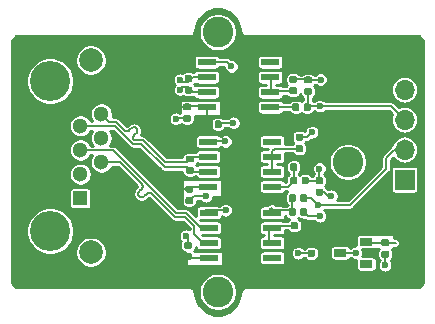
<source format=gbr>
G04 #@! TF.GenerationSoftware,KiCad,Pcbnew,(5.1.4-0)*
G04 #@! TF.CreationDate,2019-10-27T21:20:05-04:00*
G04 #@! TF.ProjectId,DifferentialSPIEncoder,44696666-6572-4656-9e74-69616c535049,rev?*
G04 #@! TF.SameCoordinates,Original*
G04 #@! TF.FileFunction,Copper,L1,Top*
G04 #@! TF.FilePolarity,Positive*
%FSLAX46Y46*%
G04 Gerber Fmt 4.6, Leading zero omitted, Abs format (unit mm)*
G04 Created by KiCad (PCBNEW (5.1.4-0)) date 2019-10-27 21:20:05*
%MOMM*%
%LPD*%
G04 APERTURE LIST*
%ADD10C,2.600000*%
%ADD11O,1.700000X1.700000*%
%ADD12R,1.700000X1.700000*%
%ADD13C,2.000000*%
%ADD14C,3.400000*%
%ADD15C,1.300000*%
%ADD16R,1.200000X1.200000*%
%ADD17R,1.550000X0.600000*%
%ADD18C,0.100000*%
%ADD19C,0.590000*%
%ADD20R,1.060000X0.650000*%
%ADD21C,0.600000*%
%ADD22C,0.152400*%
%ADD23C,0.300000*%
%ADD24C,0.200000*%
%ADD25C,0.254000*%
G04 APERTURE END LIST*
D10*
X124100000Y-66000000D03*
X113100000Y-77000000D03*
X113100000Y-55000000D03*
D11*
X128900000Y-57340000D03*
X128900000Y-59880000D03*
X128900000Y-62420000D03*
X128900000Y-64960000D03*
D12*
X128900000Y-67500000D03*
D13*
X102342680Y-73635800D03*
X102342680Y-57375800D03*
D14*
X98912680Y-59155800D03*
X98912680Y-71855800D03*
D15*
X103232680Y-61925800D03*
X103232680Y-63965800D03*
X103232680Y-66005800D03*
X103232680Y-68045800D03*
X101452680Y-62945800D03*
X101452680Y-64985800D03*
X101452680Y-67025800D03*
D16*
X101452680Y-69065800D03*
D17*
X117695960Y-68087240D03*
X117695960Y-66817240D03*
X117695960Y-65547240D03*
X117695960Y-64277240D03*
X112295960Y-64277240D03*
X112295960Y-65547240D03*
X112295960Y-66817240D03*
X112295960Y-68087240D03*
D18*
G36*
X110786958Y-58645710D02*
G01*
X110801276Y-58647834D01*
X110815317Y-58651351D01*
X110828946Y-58656228D01*
X110842031Y-58662417D01*
X110854447Y-58669858D01*
X110866073Y-58678481D01*
X110876798Y-58688202D01*
X110886519Y-58698927D01*
X110895142Y-58710553D01*
X110902583Y-58722969D01*
X110908772Y-58736054D01*
X110913649Y-58749683D01*
X110917166Y-58763724D01*
X110919290Y-58778042D01*
X110920000Y-58792500D01*
X110920000Y-59087500D01*
X110919290Y-59101958D01*
X110917166Y-59116276D01*
X110913649Y-59130317D01*
X110908772Y-59143946D01*
X110902583Y-59157031D01*
X110895142Y-59169447D01*
X110886519Y-59181073D01*
X110876798Y-59191798D01*
X110866073Y-59201519D01*
X110854447Y-59210142D01*
X110842031Y-59217583D01*
X110828946Y-59223772D01*
X110815317Y-59228649D01*
X110801276Y-59232166D01*
X110786958Y-59234290D01*
X110772500Y-59235000D01*
X110427500Y-59235000D01*
X110413042Y-59234290D01*
X110398724Y-59232166D01*
X110384683Y-59228649D01*
X110371054Y-59223772D01*
X110357969Y-59217583D01*
X110345553Y-59210142D01*
X110333927Y-59201519D01*
X110323202Y-59191798D01*
X110313481Y-59181073D01*
X110304858Y-59169447D01*
X110297417Y-59157031D01*
X110291228Y-59143946D01*
X110286351Y-59130317D01*
X110282834Y-59116276D01*
X110280710Y-59101958D01*
X110280000Y-59087500D01*
X110280000Y-58792500D01*
X110280710Y-58778042D01*
X110282834Y-58763724D01*
X110286351Y-58749683D01*
X110291228Y-58736054D01*
X110297417Y-58722969D01*
X110304858Y-58710553D01*
X110313481Y-58698927D01*
X110323202Y-58688202D01*
X110333927Y-58678481D01*
X110345553Y-58669858D01*
X110357969Y-58662417D01*
X110371054Y-58656228D01*
X110384683Y-58651351D01*
X110398724Y-58647834D01*
X110413042Y-58645710D01*
X110427500Y-58645000D01*
X110772500Y-58645000D01*
X110786958Y-58645710D01*
X110786958Y-58645710D01*
G37*
D19*
X110600000Y-58940000D03*
D18*
G36*
X110786958Y-59615710D02*
G01*
X110801276Y-59617834D01*
X110815317Y-59621351D01*
X110828946Y-59626228D01*
X110842031Y-59632417D01*
X110854447Y-59639858D01*
X110866073Y-59648481D01*
X110876798Y-59658202D01*
X110886519Y-59668927D01*
X110895142Y-59680553D01*
X110902583Y-59692969D01*
X110908772Y-59706054D01*
X110913649Y-59719683D01*
X110917166Y-59733724D01*
X110919290Y-59748042D01*
X110920000Y-59762500D01*
X110920000Y-60057500D01*
X110919290Y-60071958D01*
X110917166Y-60086276D01*
X110913649Y-60100317D01*
X110908772Y-60113946D01*
X110902583Y-60127031D01*
X110895142Y-60139447D01*
X110886519Y-60151073D01*
X110876798Y-60161798D01*
X110866073Y-60171519D01*
X110854447Y-60180142D01*
X110842031Y-60187583D01*
X110828946Y-60193772D01*
X110815317Y-60198649D01*
X110801276Y-60202166D01*
X110786958Y-60204290D01*
X110772500Y-60205000D01*
X110427500Y-60205000D01*
X110413042Y-60204290D01*
X110398724Y-60202166D01*
X110384683Y-60198649D01*
X110371054Y-60193772D01*
X110357969Y-60187583D01*
X110345553Y-60180142D01*
X110333927Y-60171519D01*
X110323202Y-60161798D01*
X110313481Y-60151073D01*
X110304858Y-60139447D01*
X110297417Y-60127031D01*
X110291228Y-60113946D01*
X110286351Y-60100317D01*
X110282834Y-60086276D01*
X110280710Y-60071958D01*
X110280000Y-60057500D01*
X110280000Y-59762500D01*
X110280710Y-59748042D01*
X110282834Y-59733724D01*
X110286351Y-59719683D01*
X110291228Y-59706054D01*
X110297417Y-59692969D01*
X110304858Y-59680553D01*
X110313481Y-59668927D01*
X110323202Y-59658202D01*
X110333927Y-59648481D01*
X110345553Y-59639858D01*
X110357969Y-59632417D01*
X110371054Y-59626228D01*
X110384683Y-59621351D01*
X110398724Y-59617834D01*
X110413042Y-59615710D01*
X110427500Y-59615000D01*
X110772500Y-59615000D01*
X110786958Y-59615710D01*
X110786958Y-59615710D01*
G37*
D19*
X110600000Y-59910000D03*
D18*
G36*
X110916958Y-65450710D02*
G01*
X110931276Y-65452834D01*
X110945317Y-65456351D01*
X110958946Y-65461228D01*
X110972031Y-65467417D01*
X110984447Y-65474858D01*
X110996073Y-65483481D01*
X111006798Y-65493202D01*
X111016519Y-65503927D01*
X111025142Y-65515553D01*
X111032583Y-65527969D01*
X111038772Y-65541054D01*
X111043649Y-65554683D01*
X111047166Y-65568724D01*
X111049290Y-65583042D01*
X111050000Y-65597500D01*
X111050000Y-65892500D01*
X111049290Y-65906958D01*
X111047166Y-65921276D01*
X111043649Y-65935317D01*
X111038772Y-65948946D01*
X111032583Y-65962031D01*
X111025142Y-65974447D01*
X111016519Y-65986073D01*
X111006798Y-65996798D01*
X110996073Y-66006519D01*
X110984447Y-66015142D01*
X110972031Y-66022583D01*
X110958946Y-66028772D01*
X110945317Y-66033649D01*
X110931276Y-66037166D01*
X110916958Y-66039290D01*
X110902500Y-66040000D01*
X110557500Y-66040000D01*
X110543042Y-66039290D01*
X110528724Y-66037166D01*
X110514683Y-66033649D01*
X110501054Y-66028772D01*
X110487969Y-66022583D01*
X110475553Y-66015142D01*
X110463927Y-66006519D01*
X110453202Y-65996798D01*
X110443481Y-65986073D01*
X110434858Y-65974447D01*
X110427417Y-65962031D01*
X110421228Y-65948946D01*
X110416351Y-65935317D01*
X110412834Y-65921276D01*
X110410710Y-65906958D01*
X110410000Y-65892500D01*
X110410000Y-65597500D01*
X110410710Y-65583042D01*
X110412834Y-65568724D01*
X110416351Y-65554683D01*
X110421228Y-65541054D01*
X110427417Y-65527969D01*
X110434858Y-65515553D01*
X110443481Y-65503927D01*
X110453202Y-65493202D01*
X110463927Y-65483481D01*
X110475553Y-65474858D01*
X110487969Y-65467417D01*
X110501054Y-65461228D01*
X110514683Y-65456351D01*
X110528724Y-65452834D01*
X110543042Y-65450710D01*
X110557500Y-65450000D01*
X110902500Y-65450000D01*
X110916958Y-65450710D01*
X110916958Y-65450710D01*
G37*
D19*
X110730000Y-65745000D03*
D18*
G36*
X110916958Y-66420710D02*
G01*
X110931276Y-66422834D01*
X110945317Y-66426351D01*
X110958946Y-66431228D01*
X110972031Y-66437417D01*
X110984447Y-66444858D01*
X110996073Y-66453481D01*
X111006798Y-66463202D01*
X111016519Y-66473927D01*
X111025142Y-66485553D01*
X111032583Y-66497969D01*
X111038772Y-66511054D01*
X111043649Y-66524683D01*
X111047166Y-66538724D01*
X111049290Y-66553042D01*
X111050000Y-66567500D01*
X111050000Y-66862500D01*
X111049290Y-66876958D01*
X111047166Y-66891276D01*
X111043649Y-66905317D01*
X111038772Y-66918946D01*
X111032583Y-66932031D01*
X111025142Y-66944447D01*
X111016519Y-66956073D01*
X111006798Y-66966798D01*
X110996073Y-66976519D01*
X110984447Y-66985142D01*
X110972031Y-66992583D01*
X110958946Y-66998772D01*
X110945317Y-67003649D01*
X110931276Y-67007166D01*
X110916958Y-67009290D01*
X110902500Y-67010000D01*
X110557500Y-67010000D01*
X110543042Y-67009290D01*
X110528724Y-67007166D01*
X110514683Y-67003649D01*
X110501054Y-66998772D01*
X110487969Y-66992583D01*
X110475553Y-66985142D01*
X110463927Y-66976519D01*
X110453202Y-66966798D01*
X110443481Y-66956073D01*
X110434858Y-66944447D01*
X110427417Y-66932031D01*
X110421228Y-66918946D01*
X110416351Y-66905317D01*
X110412834Y-66891276D01*
X110410710Y-66876958D01*
X110410000Y-66862500D01*
X110410000Y-66567500D01*
X110410710Y-66553042D01*
X110412834Y-66538724D01*
X110416351Y-66524683D01*
X110421228Y-66511054D01*
X110427417Y-66497969D01*
X110434858Y-66485553D01*
X110443481Y-66473927D01*
X110453202Y-66463202D01*
X110463927Y-66453481D01*
X110475553Y-66444858D01*
X110487969Y-66437417D01*
X110501054Y-66431228D01*
X110514683Y-66426351D01*
X110528724Y-66422834D01*
X110543042Y-66420710D01*
X110557500Y-66420000D01*
X110902500Y-66420000D01*
X110916958Y-66420710D01*
X110916958Y-66420710D01*
G37*
D19*
X110730000Y-66715000D03*
D18*
G36*
X119727518Y-71059790D02*
G01*
X119741836Y-71061914D01*
X119755877Y-71065431D01*
X119769506Y-71070308D01*
X119782591Y-71076497D01*
X119795007Y-71083938D01*
X119806633Y-71092561D01*
X119817358Y-71102282D01*
X119827079Y-71113007D01*
X119835702Y-71124633D01*
X119843143Y-71137049D01*
X119849332Y-71150134D01*
X119854209Y-71163763D01*
X119857726Y-71177804D01*
X119859850Y-71192122D01*
X119860560Y-71206580D01*
X119860560Y-71551580D01*
X119859850Y-71566038D01*
X119857726Y-71580356D01*
X119854209Y-71594397D01*
X119849332Y-71608026D01*
X119843143Y-71621111D01*
X119835702Y-71633527D01*
X119827079Y-71645153D01*
X119817358Y-71655878D01*
X119806633Y-71665599D01*
X119795007Y-71674222D01*
X119782591Y-71681663D01*
X119769506Y-71687852D01*
X119755877Y-71692729D01*
X119741836Y-71696246D01*
X119727518Y-71698370D01*
X119713060Y-71699080D01*
X119418060Y-71699080D01*
X119403602Y-71698370D01*
X119389284Y-71696246D01*
X119375243Y-71692729D01*
X119361614Y-71687852D01*
X119348529Y-71681663D01*
X119336113Y-71674222D01*
X119324487Y-71665599D01*
X119313762Y-71655878D01*
X119304041Y-71645153D01*
X119295418Y-71633527D01*
X119287977Y-71621111D01*
X119281788Y-71608026D01*
X119276911Y-71594397D01*
X119273394Y-71580356D01*
X119271270Y-71566038D01*
X119270560Y-71551580D01*
X119270560Y-71206580D01*
X119271270Y-71192122D01*
X119273394Y-71177804D01*
X119276911Y-71163763D01*
X119281788Y-71150134D01*
X119287977Y-71137049D01*
X119295418Y-71124633D01*
X119304041Y-71113007D01*
X119313762Y-71102282D01*
X119324487Y-71092561D01*
X119336113Y-71083938D01*
X119348529Y-71076497D01*
X119361614Y-71070308D01*
X119375243Y-71065431D01*
X119389284Y-71061914D01*
X119403602Y-71059790D01*
X119418060Y-71059080D01*
X119713060Y-71059080D01*
X119727518Y-71059790D01*
X119727518Y-71059790D01*
G37*
D19*
X119565560Y-71379080D03*
D18*
G36*
X120697518Y-71059790D02*
G01*
X120711836Y-71061914D01*
X120725877Y-71065431D01*
X120739506Y-71070308D01*
X120752591Y-71076497D01*
X120765007Y-71083938D01*
X120776633Y-71092561D01*
X120787358Y-71102282D01*
X120797079Y-71113007D01*
X120805702Y-71124633D01*
X120813143Y-71137049D01*
X120819332Y-71150134D01*
X120824209Y-71163763D01*
X120827726Y-71177804D01*
X120829850Y-71192122D01*
X120830560Y-71206580D01*
X120830560Y-71551580D01*
X120829850Y-71566038D01*
X120827726Y-71580356D01*
X120824209Y-71594397D01*
X120819332Y-71608026D01*
X120813143Y-71621111D01*
X120805702Y-71633527D01*
X120797079Y-71645153D01*
X120787358Y-71655878D01*
X120776633Y-71665599D01*
X120765007Y-71674222D01*
X120752591Y-71681663D01*
X120739506Y-71687852D01*
X120725877Y-71692729D01*
X120711836Y-71696246D01*
X120697518Y-71698370D01*
X120683060Y-71699080D01*
X120388060Y-71699080D01*
X120373602Y-71698370D01*
X120359284Y-71696246D01*
X120345243Y-71692729D01*
X120331614Y-71687852D01*
X120318529Y-71681663D01*
X120306113Y-71674222D01*
X120294487Y-71665599D01*
X120283762Y-71655878D01*
X120274041Y-71645153D01*
X120265418Y-71633527D01*
X120257977Y-71621111D01*
X120251788Y-71608026D01*
X120246911Y-71594397D01*
X120243394Y-71580356D01*
X120241270Y-71566038D01*
X120240560Y-71551580D01*
X120240560Y-71206580D01*
X120241270Y-71192122D01*
X120243394Y-71177804D01*
X120246911Y-71163763D01*
X120251788Y-71150134D01*
X120257977Y-71137049D01*
X120265418Y-71124633D01*
X120274041Y-71113007D01*
X120283762Y-71102282D01*
X120294487Y-71092561D01*
X120306113Y-71083938D01*
X120318529Y-71076497D01*
X120331614Y-71070308D01*
X120345243Y-71065431D01*
X120359284Y-71061914D01*
X120373602Y-71059790D01*
X120388060Y-71059080D01*
X120683060Y-71059080D01*
X120697518Y-71059790D01*
X120697518Y-71059790D01*
G37*
D19*
X120535560Y-71379080D03*
D18*
G36*
X120191798Y-63602230D02*
G01*
X120206116Y-63604354D01*
X120220157Y-63607871D01*
X120233786Y-63612748D01*
X120246871Y-63618937D01*
X120259287Y-63626378D01*
X120270913Y-63635001D01*
X120281638Y-63644722D01*
X120291359Y-63655447D01*
X120299982Y-63667073D01*
X120307423Y-63679489D01*
X120313612Y-63692574D01*
X120318489Y-63706203D01*
X120322006Y-63720244D01*
X120324130Y-63734562D01*
X120324840Y-63749020D01*
X120324840Y-64044020D01*
X120324130Y-64058478D01*
X120322006Y-64072796D01*
X120318489Y-64086837D01*
X120313612Y-64100466D01*
X120307423Y-64113551D01*
X120299982Y-64125967D01*
X120291359Y-64137593D01*
X120281638Y-64148318D01*
X120270913Y-64158039D01*
X120259287Y-64166662D01*
X120246871Y-64174103D01*
X120233786Y-64180292D01*
X120220157Y-64185169D01*
X120206116Y-64188686D01*
X120191798Y-64190810D01*
X120177340Y-64191520D01*
X119832340Y-64191520D01*
X119817882Y-64190810D01*
X119803564Y-64188686D01*
X119789523Y-64185169D01*
X119775894Y-64180292D01*
X119762809Y-64174103D01*
X119750393Y-64166662D01*
X119738767Y-64158039D01*
X119728042Y-64148318D01*
X119718321Y-64137593D01*
X119709698Y-64125967D01*
X119702257Y-64113551D01*
X119696068Y-64100466D01*
X119691191Y-64086837D01*
X119687674Y-64072796D01*
X119685550Y-64058478D01*
X119684840Y-64044020D01*
X119684840Y-63749020D01*
X119685550Y-63734562D01*
X119687674Y-63720244D01*
X119691191Y-63706203D01*
X119696068Y-63692574D01*
X119702257Y-63679489D01*
X119709698Y-63667073D01*
X119718321Y-63655447D01*
X119728042Y-63644722D01*
X119738767Y-63635001D01*
X119750393Y-63626378D01*
X119762809Y-63618937D01*
X119775894Y-63612748D01*
X119789523Y-63607871D01*
X119803564Y-63604354D01*
X119817882Y-63602230D01*
X119832340Y-63601520D01*
X120177340Y-63601520D01*
X120191798Y-63602230D01*
X120191798Y-63602230D01*
G37*
D19*
X120004840Y-63896520D03*
D18*
G36*
X120191798Y-64572230D02*
G01*
X120206116Y-64574354D01*
X120220157Y-64577871D01*
X120233786Y-64582748D01*
X120246871Y-64588937D01*
X120259287Y-64596378D01*
X120270913Y-64605001D01*
X120281638Y-64614722D01*
X120291359Y-64625447D01*
X120299982Y-64637073D01*
X120307423Y-64649489D01*
X120313612Y-64662574D01*
X120318489Y-64676203D01*
X120322006Y-64690244D01*
X120324130Y-64704562D01*
X120324840Y-64719020D01*
X120324840Y-65014020D01*
X120324130Y-65028478D01*
X120322006Y-65042796D01*
X120318489Y-65056837D01*
X120313612Y-65070466D01*
X120307423Y-65083551D01*
X120299982Y-65095967D01*
X120291359Y-65107593D01*
X120281638Y-65118318D01*
X120270913Y-65128039D01*
X120259287Y-65136662D01*
X120246871Y-65144103D01*
X120233786Y-65150292D01*
X120220157Y-65155169D01*
X120206116Y-65158686D01*
X120191798Y-65160810D01*
X120177340Y-65161520D01*
X119832340Y-65161520D01*
X119817882Y-65160810D01*
X119803564Y-65158686D01*
X119789523Y-65155169D01*
X119775894Y-65150292D01*
X119762809Y-65144103D01*
X119750393Y-65136662D01*
X119738767Y-65128039D01*
X119728042Y-65118318D01*
X119718321Y-65107593D01*
X119709698Y-65095967D01*
X119702257Y-65083551D01*
X119696068Y-65070466D01*
X119691191Y-65056837D01*
X119687674Y-65042796D01*
X119685550Y-65028478D01*
X119684840Y-65014020D01*
X119684840Y-64719020D01*
X119685550Y-64704562D01*
X119687674Y-64690244D01*
X119691191Y-64676203D01*
X119696068Y-64662574D01*
X119702257Y-64649489D01*
X119709698Y-64637073D01*
X119718321Y-64625447D01*
X119728042Y-64614722D01*
X119738767Y-64605001D01*
X119750393Y-64596378D01*
X119762809Y-64588937D01*
X119775894Y-64582748D01*
X119789523Y-64577871D01*
X119803564Y-64574354D01*
X119817882Y-64572230D01*
X119832340Y-64571520D01*
X120177340Y-64571520D01*
X120191798Y-64572230D01*
X120191798Y-64572230D01*
G37*
D19*
X120004840Y-64866520D03*
D18*
G36*
X119684478Y-66106790D02*
G01*
X119698796Y-66108914D01*
X119712837Y-66112431D01*
X119726466Y-66117308D01*
X119739551Y-66123497D01*
X119751967Y-66130938D01*
X119763593Y-66139561D01*
X119774318Y-66149282D01*
X119784039Y-66160007D01*
X119792662Y-66171633D01*
X119800103Y-66184049D01*
X119806292Y-66197134D01*
X119811169Y-66210763D01*
X119814686Y-66224804D01*
X119816810Y-66239122D01*
X119817520Y-66253580D01*
X119817520Y-66598580D01*
X119816810Y-66613038D01*
X119814686Y-66627356D01*
X119811169Y-66641397D01*
X119806292Y-66655026D01*
X119800103Y-66668111D01*
X119792662Y-66680527D01*
X119784039Y-66692153D01*
X119774318Y-66702878D01*
X119763593Y-66712599D01*
X119751967Y-66721222D01*
X119739551Y-66728663D01*
X119726466Y-66734852D01*
X119712837Y-66739729D01*
X119698796Y-66743246D01*
X119684478Y-66745370D01*
X119670020Y-66746080D01*
X119375020Y-66746080D01*
X119360562Y-66745370D01*
X119346244Y-66743246D01*
X119332203Y-66739729D01*
X119318574Y-66734852D01*
X119305489Y-66728663D01*
X119293073Y-66721222D01*
X119281447Y-66712599D01*
X119270722Y-66702878D01*
X119261001Y-66692153D01*
X119252378Y-66680527D01*
X119244937Y-66668111D01*
X119238748Y-66655026D01*
X119233871Y-66641397D01*
X119230354Y-66627356D01*
X119228230Y-66613038D01*
X119227520Y-66598580D01*
X119227520Y-66253580D01*
X119228230Y-66239122D01*
X119230354Y-66224804D01*
X119233871Y-66210763D01*
X119238748Y-66197134D01*
X119244937Y-66184049D01*
X119252378Y-66171633D01*
X119261001Y-66160007D01*
X119270722Y-66149282D01*
X119281447Y-66139561D01*
X119293073Y-66130938D01*
X119305489Y-66123497D01*
X119318574Y-66117308D01*
X119332203Y-66112431D01*
X119346244Y-66108914D01*
X119360562Y-66106790D01*
X119375020Y-66106080D01*
X119670020Y-66106080D01*
X119684478Y-66106790D01*
X119684478Y-66106790D01*
G37*
D19*
X119522520Y-66426080D03*
D18*
G36*
X120654478Y-66106790D02*
G01*
X120668796Y-66108914D01*
X120682837Y-66112431D01*
X120696466Y-66117308D01*
X120709551Y-66123497D01*
X120721967Y-66130938D01*
X120733593Y-66139561D01*
X120744318Y-66149282D01*
X120754039Y-66160007D01*
X120762662Y-66171633D01*
X120770103Y-66184049D01*
X120776292Y-66197134D01*
X120781169Y-66210763D01*
X120784686Y-66224804D01*
X120786810Y-66239122D01*
X120787520Y-66253580D01*
X120787520Y-66598580D01*
X120786810Y-66613038D01*
X120784686Y-66627356D01*
X120781169Y-66641397D01*
X120776292Y-66655026D01*
X120770103Y-66668111D01*
X120762662Y-66680527D01*
X120754039Y-66692153D01*
X120744318Y-66702878D01*
X120733593Y-66712599D01*
X120721967Y-66721222D01*
X120709551Y-66728663D01*
X120696466Y-66734852D01*
X120682837Y-66739729D01*
X120668796Y-66743246D01*
X120654478Y-66745370D01*
X120640020Y-66746080D01*
X120345020Y-66746080D01*
X120330562Y-66745370D01*
X120316244Y-66743246D01*
X120302203Y-66739729D01*
X120288574Y-66734852D01*
X120275489Y-66728663D01*
X120263073Y-66721222D01*
X120251447Y-66712599D01*
X120240722Y-66702878D01*
X120231001Y-66692153D01*
X120222378Y-66680527D01*
X120214937Y-66668111D01*
X120208748Y-66655026D01*
X120203871Y-66641397D01*
X120200354Y-66627356D01*
X120198230Y-66613038D01*
X120197520Y-66598580D01*
X120197520Y-66253580D01*
X120198230Y-66239122D01*
X120200354Y-66224804D01*
X120203871Y-66210763D01*
X120208748Y-66197134D01*
X120214937Y-66184049D01*
X120222378Y-66171633D01*
X120231001Y-66160007D01*
X120240722Y-66149282D01*
X120251447Y-66139561D01*
X120263073Y-66130938D01*
X120275489Y-66123497D01*
X120288574Y-66117308D01*
X120302203Y-66112431D01*
X120316244Y-66108914D01*
X120330562Y-66106790D01*
X120345020Y-66106080D01*
X120640020Y-66106080D01*
X120654478Y-66106790D01*
X120654478Y-66106790D01*
G37*
D19*
X120492520Y-66426080D03*
D18*
G36*
X119658398Y-58707510D02*
G01*
X119672716Y-58709634D01*
X119686757Y-58713151D01*
X119700386Y-58718028D01*
X119713471Y-58724217D01*
X119725887Y-58731658D01*
X119737513Y-58740281D01*
X119748238Y-58750002D01*
X119757959Y-58760727D01*
X119766582Y-58772353D01*
X119774023Y-58784769D01*
X119780212Y-58797854D01*
X119785089Y-58811483D01*
X119788606Y-58825524D01*
X119790730Y-58839842D01*
X119791440Y-58854300D01*
X119791440Y-59149300D01*
X119790730Y-59163758D01*
X119788606Y-59178076D01*
X119785089Y-59192117D01*
X119780212Y-59205746D01*
X119774023Y-59218831D01*
X119766582Y-59231247D01*
X119757959Y-59242873D01*
X119748238Y-59253598D01*
X119737513Y-59263319D01*
X119725887Y-59271942D01*
X119713471Y-59279383D01*
X119700386Y-59285572D01*
X119686757Y-59290449D01*
X119672716Y-59293966D01*
X119658398Y-59296090D01*
X119643940Y-59296800D01*
X119298940Y-59296800D01*
X119284482Y-59296090D01*
X119270164Y-59293966D01*
X119256123Y-59290449D01*
X119242494Y-59285572D01*
X119229409Y-59279383D01*
X119216993Y-59271942D01*
X119205367Y-59263319D01*
X119194642Y-59253598D01*
X119184921Y-59242873D01*
X119176298Y-59231247D01*
X119168857Y-59218831D01*
X119162668Y-59205746D01*
X119157791Y-59192117D01*
X119154274Y-59178076D01*
X119152150Y-59163758D01*
X119151440Y-59149300D01*
X119151440Y-58854300D01*
X119152150Y-58839842D01*
X119154274Y-58825524D01*
X119157791Y-58811483D01*
X119162668Y-58797854D01*
X119168857Y-58784769D01*
X119176298Y-58772353D01*
X119184921Y-58760727D01*
X119194642Y-58750002D01*
X119205367Y-58740281D01*
X119216993Y-58731658D01*
X119229409Y-58724217D01*
X119242494Y-58718028D01*
X119256123Y-58713151D01*
X119270164Y-58709634D01*
X119284482Y-58707510D01*
X119298940Y-58706800D01*
X119643940Y-58706800D01*
X119658398Y-58707510D01*
X119658398Y-58707510D01*
G37*
D19*
X119471440Y-59001800D03*
D18*
G36*
X119658398Y-59677510D02*
G01*
X119672716Y-59679634D01*
X119686757Y-59683151D01*
X119700386Y-59688028D01*
X119713471Y-59694217D01*
X119725887Y-59701658D01*
X119737513Y-59710281D01*
X119748238Y-59720002D01*
X119757959Y-59730727D01*
X119766582Y-59742353D01*
X119774023Y-59754769D01*
X119780212Y-59767854D01*
X119785089Y-59781483D01*
X119788606Y-59795524D01*
X119790730Y-59809842D01*
X119791440Y-59824300D01*
X119791440Y-60119300D01*
X119790730Y-60133758D01*
X119788606Y-60148076D01*
X119785089Y-60162117D01*
X119780212Y-60175746D01*
X119774023Y-60188831D01*
X119766582Y-60201247D01*
X119757959Y-60212873D01*
X119748238Y-60223598D01*
X119737513Y-60233319D01*
X119725887Y-60241942D01*
X119713471Y-60249383D01*
X119700386Y-60255572D01*
X119686757Y-60260449D01*
X119672716Y-60263966D01*
X119658398Y-60266090D01*
X119643940Y-60266800D01*
X119298940Y-60266800D01*
X119284482Y-60266090D01*
X119270164Y-60263966D01*
X119256123Y-60260449D01*
X119242494Y-60255572D01*
X119229409Y-60249383D01*
X119216993Y-60241942D01*
X119205367Y-60233319D01*
X119194642Y-60223598D01*
X119184921Y-60212873D01*
X119176298Y-60201247D01*
X119168857Y-60188831D01*
X119162668Y-60175746D01*
X119157791Y-60162117D01*
X119154274Y-60148076D01*
X119152150Y-60133758D01*
X119151440Y-60119300D01*
X119151440Y-59824300D01*
X119152150Y-59809842D01*
X119154274Y-59795524D01*
X119157791Y-59781483D01*
X119162668Y-59767854D01*
X119168857Y-59754769D01*
X119176298Y-59742353D01*
X119184921Y-59730727D01*
X119194642Y-59720002D01*
X119205367Y-59710281D01*
X119216993Y-59701658D01*
X119229409Y-59694217D01*
X119242494Y-59688028D01*
X119256123Y-59683151D01*
X119270164Y-59679634D01*
X119284482Y-59677510D01*
X119298940Y-59676800D01*
X119643940Y-59676800D01*
X119658398Y-59677510D01*
X119658398Y-59677510D01*
G37*
D19*
X119471440Y-59971800D03*
D18*
G36*
X119567358Y-68738230D02*
G01*
X119581676Y-68740354D01*
X119595717Y-68743871D01*
X119609346Y-68748748D01*
X119622431Y-68754937D01*
X119634847Y-68762378D01*
X119646473Y-68771001D01*
X119657198Y-68780722D01*
X119666919Y-68791447D01*
X119675542Y-68803073D01*
X119682983Y-68815489D01*
X119689172Y-68828574D01*
X119694049Y-68842203D01*
X119697566Y-68856244D01*
X119699690Y-68870562D01*
X119700400Y-68885020D01*
X119700400Y-69230020D01*
X119699690Y-69244478D01*
X119697566Y-69258796D01*
X119694049Y-69272837D01*
X119689172Y-69286466D01*
X119682983Y-69299551D01*
X119675542Y-69311967D01*
X119666919Y-69323593D01*
X119657198Y-69334318D01*
X119646473Y-69344039D01*
X119634847Y-69352662D01*
X119622431Y-69360103D01*
X119609346Y-69366292D01*
X119595717Y-69371169D01*
X119581676Y-69374686D01*
X119567358Y-69376810D01*
X119552900Y-69377520D01*
X119257900Y-69377520D01*
X119243442Y-69376810D01*
X119229124Y-69374686D01*
X119215083Y-69371169D01*
X119201454Y-69366292D01*
X119188369Y-69360103D01*
X119175953Y-69352662D01*
X119164327Y-69344039D01*
X119153602Y-69334318D01*
X119143881Y-69323593D01*
X119135258Y-69311967D01*
X119127817Y-69299551D01*
X119121628Y-69286466D01*
X119116751Y-69272837D01*
X119113234Y-69258796D01*
X119111110Y-69244478D01*
X119110400Y-69230020D01*
X119110400Y-68885020D01*
X119111110Y-68870562D01*
X119113234Y-68856244D01*
X119116751Y-68842203D01*
X119121628Y-68828574D01*
X119127817Y-68815489D01*
X119135258Y-68803073D01*
X119143881Y-68791447D01*
X119153602Y-68780722D01*
X119164327Y-68771001D01*
X119175953Y-68762378D01*
X119188369Y-68754937D01*
X119201454Y-68748748D01*
X119215083Y-68743871D01*
X119229124Y-68740354D01*
X119243442Y-68738230D01*
X119257900Y-68737520D01*
X119552900Y-68737520D01*
X119567358Y-68738230D01*
X119567358Y-68738230D01*
G37*
D19*
X119405400Y-69057520D03*
D18*
G36*
X120537358Y-68738230D02*
G01*
X120551676Y-68740354D01*
X120565717Y-68743871D01*
X120579346Y-68748748D01*
X120592431Y-68754937D01*
X120604847Y-68762378D01*
X120616473Y-68771001D01*
X120627198Y-68780722D01*
X120636919Y-68791447D01*
X120645542Y-68803073D01*
X120652983Y-68815489D01*
X120659172Y-68828574D01*
X120664049Y-68842203D01*
X120667566Y-68856244D01*
X120669690Y-68870562D01*
X120670400Y-68885020D01*
X120670400Y-69230020D01*
X120669690Y-69244478D01*
X120667566Y-69258796D01*
X120664049Y-69272837D01*
X120659172Y-69286466D01*
X120652983Y-69299551D01*
X120645542Y-69311967D01*
X120636919Y-69323593D01*
X120627198Y-69334318D01*
X120616473Y-69344039D01*
X120604847Y-69352662D01*
X120592431Y-69360103D01*
X120579346Y-69366292D01*
X120565717Y-69371169D01*
X120551676Y-69374686D01*
X120537358Y-69376810D01*
X120522900Y-69377520D01*
X120227900Y-69377520D01*
X120213442Y-69376810D01*
X120199124Y-69374686D01*
X120185083Y-69371169D01*
X120171454Y-69366292D01*
X120158369Y-69360103D01*
X120145953Y-69352662D01*
X120134327Y-69344039D01*
X120123602Y-69334318D01*
X120113881Y-69323593D01*
X120105258Y-69311967D01*
X120097817Y-69299551D01*
X120091628Y-69286466D01*
X120086751Y-69272837D01*
X120083234Y-69258796D01*
X120081110Y-69244478D01*
X120080400Y-69230020D01*
X120080400Y-68885020D01*
X120081110Y-68870562D01*
X120083234Y-68856244D01*
X120086751Y-68842203D01*
X120091628Y-68828574D01*
X120097817Y-68815489D01*
X120105258Y-68803073D01*
X120113881Y-68791447D01*
X120123602Y-68780722D01*
X120134327Y-68771001D01*
X120145953Y-68762378D01*
X120158369Y-68754937D01*
X120171454Y-68748748D01*
X120185083Y-68743871D01*
X120199124Y-68740354D01*
X120213442Y-68738230D01*
X120227900Y-68737520D01*
X120522900Y-68737520D01*
X120537358Y-68738230D01*
X120537358Y-68738230D01*
G37*
D19*
X120375400Y-69057520D03*
D18*
G36*
X120821838Y-61036950D02*
G01*
X120836156Y-61039074D01*
X120850197Y-61042591D01*
X120863826Y-61047468D01*
X120876911Y-61053657D01*
X120889327Y-61061098D01*
X120900953Y-61069721D01*
X120911678Y-61079442D01*
X120921399Y-61090167D01*
X120930022Y-61101793D01*
X120937463Y-61114209D01*
X120943652Y-61127294D01*
X120948529Y-61140923D01*
X120952046Y-61154964D01*
X120954170Y-61169282D01*
X120954880Y-61183740D01*
X120954880Y-61528740D01*
X120954170Y-61543198D01*
X120952046Y-61557516D01*
X120948529Y-61571557D01*
X120943652Y-61585186D01*
X120937463Y-61598271D01*
X120930022Y-61610687D01*
X120921399Y-61622313D01*
X120911678Y-61633038D01*
X120900953Y-61642759D01*
X120889327Y-61651382D01*
X120876911Y-61658823D01*
X120863826Y-61665012D01*
X120850197Y-61669889D01*
X120836156Y-61673406D01*
X120821838Y-61675530D01*
X120807380Y-61676240D01*
X120512380Y-61676240D01*
X120497922Y-61675530D01*
X120483604Y-61673406D01*
X120469563Y-61669889D01*
X120455934Y-61665012D01*
X120442849Y-61658823D01*
X120430433Y-61651382D01*
X120418807Y-61642759D01*
X120408082Y-61633038D01*
X120398361Y-61622313D01*
X120389738Y-61610687D01*
X120382297Y-61598271D01*
X120376108Y-61585186D01*
X120371231Y-61571557D01*
X120367714Y-61557516D01*
X120365590Y-61543198D01*
X120364880Y-61528740D01*
X120364880Y-61183740D01*
X120365590Y-61169282D01*
X120367714Y-61154964D01*
X120371231Y-61140923D01*
X120376108Y-61127294D01*
X120382297Y-61114209D01*
X120389738Y-61101793D01*
X120398361Y-61090167D01*
X120408082Y-61079442D01*
X120418807Y-61069721D01*
X120430433Y-61061098D01*
X120442849Y-61053657D01*
X120455934Y-61047468D01*
X120469563Y-61042591D01*
X120483604Y-61039074D01*
X120497922Y-61036950D01*
X120512380Y-61036240D01*
X120807380Y-61036240D01*
X120821838Y-61036950D01*
X120821838Y-61036950D01*
G37*
D19*
X120659880Y-61356240D03*
D18*
G36*
X119851838Y-61036950D02*
G01*
X119866156Y-61039074D01*
X119880197Y-61042591D01*
X119893826Y-61047468D01*
X119906911Y-61053657D01*
X119919327Y-61061098D01*
X119930953Y-61069721D01*
X119941678Y-61079442D01*
X119951399Y-61090167D01*
X119960022Y-61101793D01*
X119967463Y-61114209D01*
X119973652Y-61127294D01*
X119978529Y-61140923D01*
X119982046Y-61154964D01*
X119984170Y-61169282D01*
X119984880Y-61183740D01*
X119984880Y-61528740D01*
X119984170Y-61543198D01*
X119982046Y-61557516D01*
X119978529Y-61571557D01*
X119973652Y-61585186D01*
X119967463Y-61598271D01*
X119960022Y-61610687D01*
X119951399Y-61622313D01*
X119941678Y-61633038D01*
X119930953Y-61642759D01*
X119919327Y-61651382D01*
X119906911Y-61658823D01*
X119893826Y-61665012D01*
X119880197Y-61669889D01*
X119866156Y-61673406D01*
X119851838Y-61675530D01*
X119837380Y-61676240D01*
X119542380Y-61676240D01*
X119527922Y-61675530D01*
X119513604Y-61673406D01*
X119499563Y-61669889D01*
X119485934Y-61665012D01*
X119472849Y-61658823D01*
X119460433Y-61651382D01*
X119448807Y-61642759D01*
X119438082Y-61633038D01*
X119428361Y-61622313D01*
X119419738Y-61610687D01*
X119412297Y-61598271D01*
X119406108Y-61585186D01*
X119401231Y-61571557D01*
X119397714Y-61557516D01*
X119395590Y-61543198D01*
X119394880Y-61528740D01*
X119394880Y-61183740D01*
X119395590Y-61169282D01*
X119397714Y-61154964D01*
X119401231Y-61140923D01*
X119406108Y-61127294D01*
X119412297Y-61114209D01*
X119419738Y-61101793D01*
X119428361Y-61090167D01*
X119438082Y-61079442D01*
X119448807Y-61069721D01*
X119460433Y-61061098D01*
X119472849Y-61053657D01*
X119485934Y-61047468D01*
X119499563Y-61042591D01*
X119513604Y-61039074D01*
X119527922Y-61036950D01*
X119542380Y-61036240D01*
X119837380Y-61036240D01*
X119851838Y-61036950D01*
X119851838Y-61036950D01*
G37*
D19*
X119689880Y-61356240D03*
D18*
G36*
X120644038Y-67254870D02*
G01*
X120658356Y-67256994D01*
X120672397Y-67260511D01*
X120686026Y-67265388D01*
X120699111Y-67271577D01*
X120711527Y-67279018D01*
X120723153Y-67287641D01*
X120733878Y-67297362D01*
X120743599Y-67308087D01*
X120752222Y-67319713D01*
X120759663Y-67332129D01*
X120765852Y-67345214D01*
X120770729Y-67358843D01*
X120774246Y-67372884D01*
X120776370Y-67387202D01*
X120777080Y-67401660D01*
X120777080Y-67746660D01*
X120776370Y-67761118D01*
X120774246Y-67775436D01*
X120770729Y-67789477D01*
X120765852Y-67803106D01*
X120759663Y-67816191D01*
X120752222Y-67828607D01*
X120743599Y-67840233D01*
X120733878Y-67850958D01*
X120723153Y-67860679D01*
X120711527Y-67869302D01*
X120699111Y-67876743D01*
X120686026Y-67882932D01*
X120672397Y-67887809D01*
X120658356Y-67891326D01*
X120644038Y-67893450D01*
X120629580Y-67894160D01*
X120334580Y-67894160D01*
X120320122Y-67893450D01*
X120305804Y-67891326D01*
X120291763Y-67887809D01*
X120278134Y-67882932D01*
X120265049Y-67876743D01*
X120252633Y-67869302D01*
X120241007Y-67860679D01*
X120230282Y-67850958D01*
X120220561Y-67840233D01*
X120211938Y-67828607D01*
X120204497Y-67816191D01*
X120198308Y-67803106D01*
X120193431Y-67789477D01*
X120189914Y-67775436D01*
X120187790Y-67761118D01*
X120187080Y-67746660D01*
X120187080Y-67401660D01*
X120187790Y-67387202D01*
X120189914Y-67372884D01*
X120193431Y-67358843D01*
X120198308Y-67345214D01*
X120204497Y-67332129D01*
X120211938Y-67319713D01*
X120220561Y-67308087D01*
X120230282Y-67297362D01*
X120241007Y-67287641D01*
X120252633Y-67279018D01*
X120265049Y-67271577D01*
X120278134Y-67265388D01*
X120291763Y-67260511D01*
X120305804Y-67256994D01*
X120320122Y-67254870D01*
X120334580Y-67254160D01*
X120629580Y-67254160D01*
X120644038Y-67254870D01*
X120644038Y-67254870D01*
G37*
D19*
X120482080Y-67574160D03*
D18*
G36*
X119674038Y-67254870D02*
G01*
X119688356Y-67256994D01*
X119702397Y-67260511D01*
X119716026Y-67265388D01*
X119729111Y-67271577D01*
X119741527Y-67279018D01*
X119753153Y-67287641D01*
X119763878Y-67297362D01*
X119773599Y-67308087D01*
X119782222Y-67319713D01*
X119789663Y-67332129D01*
X119795852Y-67345214D01*
X119800729Y-67358843D01*
X119804246Y-67372884D01*
X119806370Y-67387202D01*
X119807080Y-67401660D01*
X119807080Y-67746660D01*
X119806370Y-67761118D01*
X119804246Y-67775436D01*
X119800729Y-67789477D01*
X119795852Y-67803106D01*
X119789663Y-67816191D01*
X119782222Y-67828607D01*
X119773599Y-67840233D01*
X119763878Y-67850958D01*
X119753153Y-67860679D01*
X119741527Y-67869302D01*
X119729111Y-67876743D01*
X119716026Y-67882932D01*
X119702397Y-67887809D01*
X119688356Y-67891326D01*
X119674038Y-67893450D01*
X119659580Y-67894160D01*
X119364580Y-67894160D01*
X119350122Y-67893450D01*
X119335804Y-67891326D01*
X119321763Y-67887809D01*
X119308134Y-67882932D01*
X119295049Y-67876743D01*
X119282633Y-67869302D01*
X119271007Y-67860679D01*
X119260282Y-67850958D01*
X119250561Y-67840233D01*
X119241938Y-67828607D01*
X119234497Y-67816191D01*
X119228308Y-67803106D01*
X119223431Y-67789477D01*
X119219914Y-67775436D01*
X119217790Y-67761118D01*
X119217080Y-67746660D01*
X119217080Y-67401660D01*
X119217790Y-67387202D01*
X119219914Y-67372884D01*
X119223431Y-67358843D01*
X119228308Y-67345214D01*
X119234497Y-67332129D01*
X119241938Y-67319713D01*
X119250561Y-67308087D01*
X119260282Y-67297362D01*
X119271007Y-67287641D01*
X119282633Y-67279018D01*
X119295049Y-67271577D01*
X119308134Y-67265388D01*
X119321763Y-67260511D01*
X119335804Y-67256994D01*
X119350122Y-67254870D01*
X119364580Y-67254160D01*
X119659580Y-67254160D01*
X119674038Y-67254870D01*
X119674038Y-67254870D01*
G37*
D19*
X119512080Y-67574160D03*
D18*
G36*
X113276958Y-62480710D02*
G01*
X113291276Y-62482834D01*
X113305317Y-62486351D01*
X113318946Y-62491228D01*
X113332031Y-62497417D01*
X113344447Y-62504858D01*
X113356073Y-62513481D01*
X113366798Y-62523202D01*
X113376519Y-62533927D01*
X113385142Y-62545553D01*
X113392583Y-62557969D01*
X113398772Y-62571054D01*
X113403649Y-62584683D01*
X113407166Y-62598724D01*
X113409290Y-62613042D01*
X113410000Y-62627500D01*
X113410000Y-62972500D01*
X113409290Y-62986958D01*
X113407166Y-63001276D01*
X113403649Y-63015317D01*
X113398772Y-63028946D01*
X113392583Y-63042031D01*
X113385142Y-63054447D01*
X113376519Y-63066073D01*
X113366798Y-63076798D01*
X113356073Y-63086519D01*
X113344447Y-63095142D01*
X113332031Y-63102583D01*
X113318946Y-63108772D01*
X113305317Y-63113649D01*
X113291276Y-63117166D01*
X113276958Y-63119290D01*
X113262500Y-63120000D01*
X112967500Y-63120000D01*
X112953042Y-63119290D01*
X112938724Y-63117166D01*
X112924683Y-63113649D01*
X112911054Y-63108772D01*
X112897969Y-63102583D01*
X112885553Y-63095142D01*
X112873927Y-63086519D01*
X112863202Y-63076798D01*
X112853481Y-63066073D01*
X112844858Y-63054447D01*
X112837417Y-63042031D01*
X112831228Y-63028946D01*
X112826351Y-63015317D01*
X112822834Y-63001276D01*
X112820710Y-62986958D01*
X112820000Y-62972500D01*
X112820000Y-62627500D01*
X112820710Y-62613042D01*
X112822834Y-62598724D01*
X112826351Y-62584683D01*
X112831228Y-62571054D01*
X112837417Y-62557969D01*
X112844858Y-62545553D01*
X112853481Y-62533927D01*
X112863202Y-62523202D01*
X112873927Y-62513481D01*
X112885553Y-62504858D01*
X112897969Y-62497417D01*
X112911054Y-62491228D01*
X112924683Y-62486351D01*
X112938724Y-62482834D01*
X112953042Y-62480710D01*
X112967500Y-62480000D01*
X113262500Y-62480000D01*
X113276958Y-62480710D01*
X113276958Y-62480710D01*
G37*
D19*
X113115000Y-62800000D03*
D18*
G36*
X112306958Y-62480710D02*
G01*
X112321276Y-62482834D01*
X112335317Y-62486351D01*
X112348946Y-62491228D01*
X112362031Y-62497417D01*
X112374447Y-62504858D01*
X112386073Y-62513481D01*
X112396798Y-62523202D01*
X112406519Y-62533927D01*
X112415142Y-62545553D01*
X112422583Y-62557969D01*
X112428772Y-62571054D01*
X112433649Y-62584683D01*
X112437166Y-62598724D01*
X112439290Y-62613042D01*
X112440000Y-62627500D01*
X112440000Y-62972500D01*
X112439290Y-62986958D01*
X112437166Y-63001276D01*
X112433649Y-63015317D01*
X112428772Y-63028946D01*
X112422583Y-63042031D01*
X112415142Y-63054447D01*
X112406519Y-63066073D01*
X112396798Y-63076798D01*
X112386073Y-63086519D01*
X112374447Y-63095142D01*
X112362031Y-63102583D01*
X112348946Y-63108772D01*
X112335317Y-63113649D01*
X112321276Y-63117166D01*
X112306958Y-63119290D01*
X112292500Y-63120000D01*
X111997500Y-63120000D01*
X111983042Y-63119290D01*
X111968724Y-63117166D01*
X111954683Y-63113649D01*
X111941054Y-63108772D01*
X111927969Y-63102583D01*
X111915553Y-63095142D01*
X111903927Y-63086519D01*
X111893202Y-63076798D01*
X111883481Y-63066073D01*
X111874858Y-63054447D01*
X111867417Y-63042031D01*
X111861228Y-63028946D01*
X111856351Y-63015317D01*
X111852834Y-63001276D01*
X111850710Y-62986958D01*
X111850000Y-62972500D01*
X111850000Y-62627500D01*
X111850710Y-62613042D01*
X111852834Y-62598724D01*
X111856351Y-62584683D01*
X111861228Y-62571054D01*
X111867417Y-62557969D01*
X111874858Y-62545553D01*
X111883481Y-62533927D01*
X111893202Y-62523202D01*
X111903927Y-62513481D01*
X111915553Y-62504858D01*
X111927969Y-62497417D01*
X111941054Y-62491228D01*
X111954683Y-62486351D01*
X111968724Y-62482834D01*
X111983042Y-62480710D01*
X111997500Y-62480000D01*
X112292500Y-62480000D01*
X112306958Y-62480710D01*
X112306958Y-62480710D01*
G37*
D19*
X112145000Y-62800000D03*
D18*
G36*
X110666798Y-62011910D02*
G01*
X110681116Y-62014034D01*
X110695157Y-62017551D01*
X110708786Y-62022428D01*
X110721871Y-62028617D01*
X110734287Y-62036058D01*
X110745913Y-62044681D01*
X110756638Y-62054402D01*
X110766359Y-62065127D01*
X110774982Y-62076753D01*
X110782423Y-62089169D01*
X110788612Y-62102254D01*
X110793489Y-62115883D01*
X110797006Y-62129924D01*
X110799130Y-62144242D01*
X110799840Y-62158700D01*
X110799840Y-62453700D01*
X110799130Y-62468158D01*
X110797006Y-62482476D01*
X110793489Y-62496517D01*
X110788612Y-62510146D01*
X110782423Y-62523231D01*
X110774982Y-62535647D01*
X110766359Y-62547273D01*
X110756638Y-62557998D01*
X110745913Y-62567719D01*
X110734287Y-62576342D01*
X110721871Y-62583783D01*
X110708786Y-62589972D01*
X110695157Y-62594849D01*
X110681116Y-62598366D01*
X110666798Y-62600490D01*
X110652340Y-62601200D01*
X110307340Y-62601200D01*
X110292882Y-62600490D01*
X110278564Y-62598366D01*
X110264523Y-62594849D01*
X110250894Y-62589972D01*
X110237809Y-62583783D01*
X110225393Y-62576342D01*
X110213767Y-62567719D01*
X110203042Y-62557998D01*
X110193321Y-62547273D01*
X110184698Y-62535647D01*
X110177257Y-62523231D01*
X110171068Y-62510146D01*
X110166191Y-62496517D01*
X110162674Y-62482476D01*
X110160550Y-62468158D01*
X110159840Y-62453700D01*
X110159840Y-62158700D01*
X110160550Y-62144242D01*
X110162674Y-62129924D01*
X110166191Y-62115883D01*
X110171068Y-62102254D01*
X110177257Y-62089169D01*
X110184698Y-62076753D01*
X110193321Y-62065127D01*
X110203042Y-62054402D01*
X110213767Y-62044681D01*
X110225393Y-62036058D01*
X110237809Y-62028617D01*
X110250894Y-62022428D01*
X110264523Y-62017551D01*
X110278564Y-62014034D01*
X110292882Y-62011910D01*
X110307340Y-62011200D01*
X110652340Y-62011200D01*
X110666798Y-62011910D01*
X110666798Y-62011910D01*
G37*
D19*
X110479840Y-62306200D03*
D18*
G36*
X110666798Y-61041910D02*
G01*
X110681116Y-61044034D01*
X110695157Y-61047551D01*
X110708786Y-61052428D01*
X110721871Y-61058617D01*
X110734287Y-61066058D01*
X110745913Y-61074681D01*
X110756638Y-61084402D01*
X110766359Y-61095127D01*
X110774982Y-61106753D01*
X110782423Y-61119169D01*
X110788612Y-61132254D01*
X110793489Y-61145883D01*
X110797006Y-61159924D01*
X110799130Y-61174242D01*
X110799840Y-61188700D01*
X110799840Y-61483700D01*
X110799130Y-61498158D01*
X110797006Y-61512476D01*
X110793489Y-61526517D01*
X110788612Y-61540146D01*
X110782423Y-61553231D01*
X110774982Y-61565647D01*
X110766359Y-61577273D01*
X110756638Y-61587998D01*
X110745913Y-61597719D01*
X110734287Y-61606342D01*
X110721871Y-61613783D01*
X110708786Y-61619972D01*
X110695157Y-61624849D01*
X110681116Y-61628366D01*
X110666798Y-61630490D01*
X110652340Y-61631200D01*
X110307340Y-61631200D01*
X110292882Y-61630490D01*
X110278564Y-61628366D01*
X110264523Y-61624849D01*
X110250894Y-61619972D01*
X110237809Y-61613783D01*
X110225393Y-61606342D01*
X110213767Y-61597719D01*
X110203042Y-61587998D01*
X110193321Y-61577273D01*
X110184698Y-61565647D01*
X110177257Y-61553231D01*
X110171068Y-61540146D01*
X110166191Y-61526517D01*
X110162674Y-61512476D01*
X110160550Y-61498158D01*
X110159840Y-61483700D01*
X110159840Y-61188700D01*
X110160550Y-61174242D01*
X110162674Y-61159924D01*
X110166191Y-61145883D01*
X110171068Y-61132254D01*
X110177257Y-61119169D01*
X110184698Y-61106753D01*
X110193321Y-61095127D01*
X110203042Y-61084402D01*
X110213767Y-61074681D01*
X110225393Y-61066058D01*
X110237809Y-61058617D01*
X110250894Y-61052428D01*
X110264523Y-61047551D01*
X110278564Y-61044034D01*
X110292882Y-61041910D01*
X110307340Y-61041200D01*
X110652340Y-61041200D01*
X110666798Y-61041910D01*
X110666798Y-61041910D01*
G37*
D19*
X110479840Y-61336200D03*
D18*
G36*
X110753158Y-72758790D02*
G01*
X110767476Y-72760914D01*
X110781517Y-72764431D01*
X110795146Y-72769308D01*
X110808231Y-72775497D01*
X110820647Y-72782938D01*
X110832273Y-72791561D01*
X110842998Y-72801282D01*
X110852719Y-72812007D01*
X110861342Y-72823633D01*
X110868783Y-72836049D01*
X110874972Y-72849134D01*
X110879849Y-72862763D01*
X110883366Y-72876804D01*
X110885490Y-72891122D01*
X110886200Y-72905580D01*
X110886200Y-73200580D01*
X110885490Y-73215038D01*
X110883366Y-73229356D01*
X110879849Y-73243397D01*
X110874972Y-73257026D01*
X110868783Y-73270111D01*
X110861342Y-73282527D01*
X110852719Y-73294153D01*
X110842998Y-73304878D01*
X110832273Y-73314599D01*
X110820647Y-73323222D01*
X110808231Y-73330663D01*
X110795146Y-73336852D01*
X110781517Y-73341729D01*
X110767476Y-73345246D01*
X110753158Y-73347370D01*
X110738700Y-73348080D01*
X110393700Y-73348080D01*
X110379242Y-73347370D01*
X110364924Y-73345246D01*
X110350883Y-73341729D01*
X110337254Y-73336852D01*
X110324169Y-73330663D01*
X110311753Y-73323222D01*
X110300127Y-73314599D01*
X110289402Y-73304878D01*
X110279681Y-73294153D01*
X110271058Y-73282527D01*
X110263617Y-73270111D01*
X110257428Y-73257026D01*
X110252551Y-73243397D01*
X110249034Y-73229356D01*
X110246910Y-73215038D01*
X110246200Y-73200580D01*
X110246200Y-72905580D01*
X110246910Y-72891122D01*
X110249034Y-72876804D01*
X110252551Y-72862763D01*
X110257428Y-72849134D01*
X110263617Y-72836049D01*
X110271058Y-72823633D01*
X110279681Y-72812007D01*
X110289402Y-72801282D01*
X110300127Y-72791561D01*
X110311753Y-72782938D01*
X110324169Y-72775497D01*
X110337254Y-72769308D01*
X110350883Y-72764431D01*
X110364924Y-72760914D01*
X110379242Y-72758790D01*
X110393700Y-72758080D01*
X110738700Y-72758080D01*
X110753158Y-72758790D01*
X110753158Y-72758790D01*
G37*
D19*
X110566200Y-73053080D03*
D18*
G36*
X110753158Y-73728790D02*
G01*
X110767476Y-73730914D01*
X110781517Y-73734431D01*
X110795146Y-73739308D01*
X110808231Y-73745497D01*
X110820647Y-73752938D01*
X110832273Y-73761561D01*
X110842998Y-73771282D01*
X110852719Y-73782007D01*
X110861342Y-73793633D01*
X110868783Y-73806049D01*
X110874972Y-73819134D01*
X110879849Y-73832763D01*
X110883366Y-73846804D01*
X110885490Y-73861122D01*
X110886200Y-73875580D01*
X110886200Y-74170580D01*
X110885490Y-74185038D01*
X110883366Y-74199356D01*
X110879849Y-74213397D01*
X110874972Y-74227026D01*
X110868783Y-74240111D01*
X110861342Y-74252527D01*
X110852719Y-74264153D01*
X110842998Y-74274878D01*
X110832273Y-74284599D01*
X110820647Y-74293222D01*
X110808231Y-74300663D01*
X110795146Y-74306852D01*
X110781517Y-74311729D01*
X110767476Y-74315246D01*
X110753158Y-74317370D01*
X110738700Y-74318080D01*
X110393700Y-74318080D01*
X110379242Y-74317370D01*
X110364924Y-74315246D01*
X110350883Y-74311729D01*
X110337254Y-74306852D01*
X110324169Y-74300663D01*
X110311753Y-74293222D01*
X110300127Y-74284599D01*
X110289402Y-74274878D01*
X110279681Y-74264153D01*
X110271058Y-74252527D01*
X110263617Y-74240111D01*
X110257428Y-74227026D01*
X110252551Y-74213397D01*
X110249034Y-74199356D01*
X110246910Y-74185038D01*
X110246200Y-74170580D01*
X110246200Y-73875580D01*
X110246910Y-73861122D01*
X110249034Y-73846804D01*
X110252551Y-73832763D01*
X110257428Y-73819134D01*
X110263617Y-73806049D01*
X110271058Y-73793633D01*
X110279681Y-73782007D01*
X110289402Y-73771282D01*
X110300127Y-73761561D01*
X110311753Y-73752938D01*
X110324169Y-73745497D01*
X110337254Y-73739308D01*
X110350883Y-73734431D01*
X110364924Y-73730914D01*
X110379242Y-73728790D01*
X110393700Y-73728080D01*
X110738700Y-73728080D01*
X110753158Y-73728790D01*
X110753158Y-73728790D01*
G37*
D19*
X110566200Y-74023080D03*
D18*
G36*
X110861958Y-68965710D02*
G01*
X110876276Y-68967834D01*
X110890317Y-68971351D01*
X110903946Y-68976228D01*
X110917031Y-68982417D01*
X110929447Y-68989858D01*
X110941073Y-68998481D01*
X110951798Y-69008202D01*
X110961519Y-69018927D01*
X110970142Y-69030553D01*
X110977583Y-69042969D01*
X110983772Y-69056054D01*
X110988649Y-69069683D01*
X110992166Y-69083724D01*
X110994290Y-69098042D01*
X110995000Y-69112500D01*
X110995000Y-69407500D01*
X110994290Y-69421958D01*
X110992166Y-69436276D01*
X110988649Y-69450317D01*
X110983772Y-69463946D01*
X110977583Y-69477031D01*
X110970142Y-69489447D01*
X110961519Y-69501073D01*
X110951798Y-69511798D01*
X110941073Y-69521519D01*
X110929447Y-69530142D01*
X110917031Y-69537583D01*
X110903946Y-69543772D01*
X110890317Y-69548649D01*
X110876276Y-69552166D01*
X110861958Y-69554290D01*
X110847500Y-69555000D01*
X110502500Y-69555000D01*
X110488042Y-69554290D01*
X110473724Y-69552166D01*
X110459683Y-69548649D01*
X110446054Y-69543772D01*
X110432969Y-69537583D01*
X110420553Y-69530142D01*
X110408927Y-69521519D01*
X110398202Y-69511798D01*
X110388481Y-69501073D01*
X110379858Y-69489447D01*
X110372417Y-69477031D01*
X110366228Y-69463946D01*
X110361351Y-69450317D01*
X110357834Y-69436276D01*
X110355710Y-69421958D01*
X110355000Y-69407500D01*
X110355000Y-69112500D01*
X110355710Y-69098042D01*
X110357834Y-69083724D01*
X110361351Y-69069683D01*
X110366228Y-69056054D01*
X110372417Y-69042969D01*
X110379858Y-69030553D01*
X110388481Y-69018927D01*
X110398202Y-69008202D01*
X110408927Y-68998481D01*
X110420553Y-68989858D01*
X110432969Y-68982417D01*
X110446054Y-68976228D01*
X110459683Y-68971351D01*
X110473724Y-68967834D01*
X110488042Y-68965710D01*
X110502500Y-68965000D01*
X110847500Y-68965000D01*
X110861958Y-68965710D01*
X110861958Y-68965710D01*
G37*
D19*
X110675000Y-69260000D03*
D18*
G36*
X110861958Y-67995710D02*
G01*
X110876276Y-67997834D01*
X110890317Y-68001351D01*
X110903946Y-68006228D01*
X110917031Y-68012417D01*
X110929447Y-68019858D01*
X110941073Y-68028481D01*
X110951798Y-68038202D01*
X110961519Y-68048927D01*
X110970142Y-68060553D01*
X110977583Y-68072969D01*
X110983772Y-68086054D01*
X110988649Y-68099683D01*
X110992166Y-68113724D01*
X110994290Y-68128042D01*
X110995000Y-68142500D01*
X110995000Y-68437500D01*
X110994290Y-68451958D01*
X110992166Y-68466276D01*
X110988649Y-68480317D01*
X110983772Y-68493946D01*
X110977583Y-68507031D01*
X110970142Y-68519447D01*
X110961519Y-68531073D01*
X110951798Y-68541798D01*
X110941073Y-68551519D01*
X110929447Y-68560142D01*
X110917031Y-68567583D01*
X110903946Y-68573772D01*
X110890317Y-68578649D01*
X110876276Y-68582166D01*
X110861958Y-68584290D01*
X110847500Y-68585000D01*
X110502500Y-68585000D01*
X110488042Y-68584290D01*
X110473724Y-68582166D01*
X110459683Y-68578649D01*
X110446054Y-68573772D01*
X110432969Y-68567583D01*
X110420553Y-68560142D01*
X110408927Y-68551519D01*
X110398202Y-68541798D01*
X110388481Y-68531073D01*
X110379858Y-68519447D01*
X110372417Y-68507031D01*
X110366228Y-68493946D01*
X110361351Y-68480317D01*
X110357834Y-68466276D01*
X110355710Y-68451958D01*
X110355000Y-68437500D01*
X110355000Y-68142500D01*
X110355710Y-68128042D01*
X110357834Y-68113724D01*
X110361351Y-68099683D01*
X110366228Y-68086054D01*
X110372417Y-68072969D01*
X110379858Y-68060553D01*
X110388481Y-68048927D01*
X110398202Y-68038202D01*
X110408927Y-68028481D01*
X110420553Y-68019858D01*
X110432969Y-68012417D01*
X110446054Y-68006228D01*
X110459683Y-68001351D01*
X110473724Y-67997834D01*
X110488042Y-67995710D01*
X110502500Y-67995000D01*
X110847500Y-67995000D01*
X110861958Y-67995710D01*
X110861958Y-67995710D01*
G37*
D19*
X110675000Y-68290000D03*
D18*
G36*
X120522118Y-69901550D02*
G01*
X120536436Y-69903674D01*
X120550477Y-69907191D01*
X120564106Y-69912068D01*
X120577191Y-69918257D01*
X120589607Y-69925698D01*
X120601233Y-69934321D01*
X120611958Y-69944042D01*
X120621679Y-69954767D01*
X120630302Y-69966393D01*
X120637743Y-69978809D01*
X120643932Y-69991894D01*
X120648809Y-70005523D01*
X120652326Y-70019564D01*
X120654450Y-70033882D01*
X120655160Y-70048340D01*
X120655160Y-70393340D01*
X120654450Y-70407798D01*
X120652326Y-70422116D01*
X120648809Y-70436157D01*
X120643932Y-70449786D01*
X120637743Y-70462871D01*
X120630302Y-70475287D01*
X120621679Y-70486913D01*
X120611958Y-70497638D01*
X120601233Y-70507359D01*
X120589607Y-70515982D01*
X120577191Y-70523423D01*
X120564106Y-70529612D01*
X120550477Y-70534489D01*
X120536436Y-70538006D01*
X120522118Y-70540130D01*
X120507660Y-70540840D01*
X120212660Y-70540840D01*
X120198202Y-70540130D01*
X120183884Y-70538006D01*
X120169843Y-70534489D01*
X120156214Y-70529612D01*
X120143129Y-70523423D01*
X120130713Y-70515982D01*
X120119087Y-70507359D01*
X120108362Y-70497638D01*
X120098641Y-70486913D01*
X120090018Y-70475287D01*
X120082577Y-70462871D01*
X120076388Y-70449786D01*
X120071511Y-70436157D01*
X120067994Y-70422116D01*
X120065870Y-70407798D01*
X120065160Y-70393340D01*
X120065160Y-70048340D01*
X120065870Y-70033882D01*
X120067994Y-70019564D01*
X120071511Y-70005523D01*
X120076388Y-69991894D01*
X120082577Y-69978809D01*
X120090018Y-69966393D01*
X120098641Y-69954767D01*
X120108362Y-69944042D01*
X120119087Y-69934321D01*
X120130713Y-69925698D01*
X120143129Y-69918257D01*
X120156214Y-69912068D01*
X120169843Y-69907191D01*
X120183884Y-69903674D01*
X120198202Y-69901550D01*
X120212660Y-69900840D01*
X120507660Y-69900840D01*
X120522118Y-69901550D01*
X120522118Y-69901550D01*
G37*
D19*
X120360160Y-70220840D03*
D18*
G36*
X119552118Y-69901550D02*
G01*
X119566436Y-69903674D01*
X119580477Y-69907191D01*
X119594106Y-69912068D01*
X119607191Y-69918257D01*
X119619607Y-69925698D01*
X119631233Y-69934321D01*
X119641958Y-69944042D01*
X119651679Y-69954767D01*
X119660302Y-69966393D01*
X119667743Y-69978809D01*
X119673932Y-69991894D01*
X119678809Y-70005523D01*
X119682326Y-70019564D01*
X119684450Y-70033882D01*
X119685160Y-70048340D01*
X119685160Y-70393340D01*
X119684450Y-70407798D01*
X119682326Y-70422116D01*
X119678809Y-70436157D01*
X119673932Y-70449786D01*
X119667743Y-70462871D01*
X119660302Y-70475287D01*
X119651679Y-70486913D01*
X119641958Y-70497638D01*
X119631233Y-70507359D01*
X119619607Y-70515982D01*
X119607191Y-70523423D01*
X119594106Y-70529612D01*
X119580477Y-70534489D01*
X119566436Y-70538006D01*
X119552118Y-70540130D01*
X119537660Y-70540840D01*
X119242660Y-70540840D01*
X119228202Y-70540130D01*
X119213884Y-70538006D01*
X119199843Y-70534489D01*
X119186214Y-70529612D01*
X119173129Y-70523423D01*
X119160713Y-70515982D01*
X119149087Y-70507359D01*
X119138362Y-70497638D01*
X119128641Y-70486913D01*
X119120018Y-70475287D01*
X119112577Y-70462871D01*
X119106388Y-70449786D01*
X119101511Y-70436157D01*
X119097994Y-70422116D01*
X119095870Y-70407798D01*
X119095160Y-70393340D01*
X119095160Y-70048340D01*
X119095870Y-70033882D01*
X119097994Y-70019564D01*
X119101511Y-70005523D01*
X119106388Y-69991894D01*
X119112577Y-69978809D01*
X119120018Y-69966393D01*
X119128641Y-69954767D01*
X119138362Y-69944042D01*
X119149087Y-69934321D01*
X119160713Y-69925698D01*
X119173129Y-69918257D01*
X119186214Y-69912068D01*
X119199843Y-69907191D01*
X119213884Y-69903674D01*
X119228202Y-69901550D01*
X119242660Y-69900840D01*
X119537660Y-69900840D01*
X119552118Y-69901550D01*
X119552118Y-69901550D01*
G37*
D19*
X119390160Y-70220840D03*
D18*
G36*
X120913158Y-58755630D02*
G01*
X120927476Y-58757754D01*
X120941517Y-58761271D01*
X120955146Y-58766148D01*
X120968231Y-58772337D01*
X120980647Y-58779778D01*
X120992273Y-58788401D01*
X121002998Y-58798122D01*
X121012719Y-58808847D01*
X121021342Y-58820473D01*
X121028783Y-58832889D01*
X121034972Y-58845974D01*
X121039849Y-58859603D01*
X121043366Y-58873644D01*
X121045490Y-58887962D01*
X121046200Y-58902420D01*
X121046200Y-59197420D01*
X121045490Y-59211878D01*
X121043366Y-59226196D01*
X121039849Y-59240237D01*
X121034972Y-59253866D01*
X121028783Y-59266951D01*
X121021342Y-59279367D01*
X121012719Y-59290993D01*
X121002998Y-59301718D01*
X120992273Y-59311439D01*
X120980647Y-59320062D01*
X120968231Y-59327503D01*
X120955146Y-59333692D01*
X120941517Y-59338569D01*
X120927476Y-59342086D01*
X120913158Y-59344210D01*
X120898700Y-59344920D01*
X120553700Y-59344920D01*
X120539242Y-59344210D01*
X120524924Y-59342086D01*
X120510883Y-59338569D01*
X120497254Y-59333692D01*
X120484169Y-59327503D01*
X120471753Y-59320062D01*
X120460127Y-59311439D01*
X120449402Y-59301718D01*
X120439681Y-59290993D01*
X120431058Y-59279367D01*
X120423617Y-59266951D01*
X120417428Y-59253866D01*
X120412551Y-59240237D01*
X120409034Y-59226196D01*
X120406910Y-59211878D01*
X120406200Y-59197420D01*
X120406200Y-58902420D01*
X120406910Y-58887962D01*
X120409034Y-58873644D01*
X120412551Y-58859603D01*
X120417428Y-58845974D01*
X120423617Y-58832889D01*
X120431058Y-58820473D01*
X120439681Y-58808847D01*
X120449402Y-58798122D01*
X120460127Y-58788401D01*
X120471753Y-58779778D01*
X120484169Y-58772337D01*
X120497254Y-58766148D01*
X120510883Y-58761271D01*
X120524924Y-58757754D01*
X120539242Y-58755630D01*
X120553700Y-58754920D01*
X120898700Y-58754920D01*
X120913158Y-58755630D01*
X120913158Y-58755630D01*
G37*
D19*
X120726200Y-59049920D03*
D18*
G36*
X120913158Y-59725630D02*
G01*
X120927476Y-59727754D01*
X120941517Y-59731271D01*
X120955146Y-59736148D01*
X120968231Y-59742337D01*
X120980647Y-59749778D01*
X120992273Y-59758401D01*
X121002998Y-59768122D01*
X121012719Y-59778847D01*
X121021342Y-59790473D01*
X121028783Y-59802889D01*
X121034972Y-59815974D01*
X121039849Y-59829603D01*
X121043366Y-59843644D01*
X121045490Y-59857962D01*
X121046200Y-59872420D01*
X121046200Y-60167420D01*
X121045490Y-60181878D01*
X121043366Y-60196196D01*
X121039849Y-60210237D01*
X121034972Y-60223866D01*
X121028783Y-60236951D01*
X121021342Y-60249367D01*
X121012719Y-60260993D01*
X121002998Y-60271718D01*
X120992273Y-60281439D01*
X120980647Y-60290062D01*
X120968231Y-60297503D01*
X120955146Y-60303692D01*
X120941517Y-60308569D01*
X120927476Y-60312086D01*
X120913158Y-60314210D01*
X120898700Y-60314920D01*
X120553700Y-60314920D01*
X120539242Y-60314210D01*
X120524924Y-60312086D01*
X120510883Y-60308569D01*
X120497254Y-60303692D01*
X120484169Y-60297503D01*
X120471753Y-60290062D01*
X120460127Y-60281439D01*
X120449402Y-60271718D01*
X120439681Y-60260993D01*
X120431058Y-60249367D01*
X120423617Y-60236951D01*
X120417428Y-60223866D01*
X120412551Y-60210237D01*
X120409034Y-60196196D01*
X120406910Y-60181878D01*
X120406200Y-60167420D01*
X120406200Y-59872420D01*
X120406910Y-59857962D01*
X120409034Y-59843644D01*
X120412551Y-59829603D01*
X120417428Y-59815974D01*
X120423617Y-59802889D01*
X120431058Y-59790473D01*
X120439681Y-59778847D01*
X120449402Y-59768122D01*
X120460127Y-59758401D01*
X120471753Y-59749778D01*
X120484169Y-59742337D01*
X120497254Y-59736148D01*
X120510883Y-59731271D01*
X120524924Y-59727754D01*
X120539242Y-59725630D01*
X120553700Y-59724920D01*
X120898700Y-59724920D01*
X120913158Y-59725630D01*
X120913158Y-59725630D01*
G37*
D19*
X120726200Y-60019920D03*
D18*
G36*
X121873278Y-68247470D02*
G01*
X121887596Y-68249594D01*
X121901637Y-68253111D01*
X121915266Y-68257988D01*
X121928351Y-68264177D01*
X121940767Y-68271618D01*
X121952393Y-68280241D01*
X121963118Y-68289962D01*
X121972839Y-68300687D01*
X121981462Y-68312313D01*
X121988903Y-68324729D01*
X121995092Y-68337814D01*
X121999969Y-68351443D01*
X122003486Y-68365484D01*
X122005610Y-68379802D01*
X122006320Y-68394260D01*
X122006320Y-68689260D01*
X122005610Y-68703718D01*
X122003486Y-68718036D01*
X121999969Y-68732077D01*
X121995092Y-68745706D01*
X121988903Y-68758791D01*
X121981462Y-68771207D01*
X121972839Y-68782833D01*
X121963118Y-68793558D01*
X121952393Y-68803279D01*
X121940767Y-68811902D01*
X121928351Y-68819343D01*
X121915266Y-68825532D01*
X121901637Y-68830409D01*
X121887596Y-68833926D01*
X121873278Y-68836050D01*
X121858820Y-68836760D01*
X121513820Y-68836760D01*
X121499362Y-68836050D01*
X121485044Y-68833926D01*
X121471003Y-68830409D01*
X121457374Y-68825532D01*
X121444289Y-68819343D01*
X121431873Y-68811902D01*
X121420247Y-68803279D01*
X121409522Y-68793558D01*
X121399801Y-68782833D01*
X121391178Y-68771207D01*
X121383737Y-68758791D01*
X121377548Y-68745706D01*
X121372671Y-68732077D01*
X121369154Y-68718036D01*
X121367030Y-68703718D01*
X121366320Y-68689260D01*
X121366320Y-68394260D01*
X121367030Y-68379802D01*
X121369154Y-68365484D01*
X121372671Y-68351443D01*
X121377548Y-68337814D01*
X121383737Y-68324729D01*
X121391178Y-68312313D01*
X121399801Y-68300687D01*
X121409522Y-68289962D01*
X121420247Y-68280241D01*
X121431873Y-68271618D01*
X121444289Y-68264177D01*
X121457374Y-68257988D01*
X121471003Y-68253111D01*
X121485044Y-68249594D01*
X121499362Y-68247470D01*
X121513820Y-68246760D01*
X121858820Y-68246760D01*
X121873278Y-68247470D01*
X121873278Y-68247470D01*
G37*
D19*
X121686320Y-68541760D03*
D18*
G36*
X121873278Y-67277470D02*
G01*
X121887596Y-67279594D01*
X121901637Y-67283111D01*
X121915266Y-67287988D01*
X121928351Y-67294177D01*
X121940767Y-67301618D01*
X121952393Y-67310241D01*
X121963118Y-67319962D01*
X121972839Y-67330687D01*
X121981462Y-67342313D01*
X121988903Y-67354729D01*
X121995092Y-67367814D01*
X121999969Y-67381443D01*
X122003486Y-67395484D01*
X122005610Y-67409802D01*
X122006320Y-67424260D01*
X122006320Y-67719260D01*
X122005610Y-67733718D01*
X122003486Y-67748036D01*
X121999969Y-67762077D01*
X121995092Y-67775706D01*
X121988903Y-67788791D01*
X121981462Y-67801207D01*
X121972839Y-67812833D01*
X121963118Y-67823558D01*
X121952393Y-67833279D01*
X121940767Y-67841902D01*
X121928351Y-67849343D01*
X121915266Y-67855532D01*
X121901637Y-67860409D01*
X121887596Y-67863926D01*
X121873278Y-67866050D01*
X121858820Y-67866760D01*
X121513820Y-67866760D01*
X121499362Y-67866050D01*
X121485044Y-67863926D01*
X121471003Y-67860409D01*
X121457374Y-67855532D01*
X121444289Y-67849343D01*
X121431873Y-67841902D01*
X121420247Y-67833279D01*
X121409522Y-67823558D01*
X121399801Y-67812833D01*
X121391178Y-67801207D01*
X121383737Y-67788791D01*
X121377548Y-67775706D01*
X121372671Y-67762077D01*
X121369154Y-67748036D01*
X121367030Y-67733718D01*
X121366320Y-67719260D01*
X121366320Y-67424260D01*
X121367030Y-67409802D01*
X121369154Y-67395484D01*
X121372671Y-67381443D01*
X121377548Y-67367814D01*
X121383737Y-67354729D01*
X121391178Y-67342313D01*
X121399801Y-67330687D01*
X121409522Y-67319962D01*
X121420247Y-67310241D01*
X121431873Y-67301618D01*
X121444289Y-67294177D01*
X121457374Y-67287988D01*
X121471003Y-67283111D01*
X121485044Y-67279594D01*
X121499362Y-67277470D01*
X121513820Y-67276760D01*
X121858820Y-67276760D01*
X121873278Y-67277470D01*
X121873278Y-67277470D01*
G37*
D19*
X121686320Y-67571760D03*
D18*
G36*
X127444958Y-73510350D02*
G01*
X127459276Y-73512474D01*
X127473317Y-73515991D01*
X127486946Y-73520868D01*
X127500031Y-73527057D01*
X127512447Y-73534498D01*
X127524073Y-73543121D01*
X127534798Y-73552842D01*
X127544519Y-73563567D01*
X127553142Y-73575193D01*
X127560583Y-73587609D01*
X127566772Y-73600694D01*
X127571649Y-73614323D01*
X127575166Y-73628364D01*
X127577290Y-73642682D01*
X127578000Y-73657140D01*
X127578000Y-73952140D01*
X127577290Y-73966598D01*
X127575166Y-73980916D01*
X127571649Y-73994957D01*
X127566772Y-74008586D01*
X127560583Y-74021671D01*
X127553142Y-74034087D01*
X127544519Y-74045713D01*
X127534798Y-74056438D01*
X127524073Y-74066159D01*
X127512447Y-74074782D01*
X127500031Y-74082223D01*
X127486946Y-74088412D01*
X127473317Y-74093289D01*
X127459276Y-74096806D01*
X127444958Y-74098930D01*
X127430500Y-74099640D01*
X127085500Y-74099640D01*
X127071042Y-74098930D01*
X127056724Y-74096806D01*
X127042683Y-74093289D01*
X127029054Y-74088412D01*
X127015969Y-74082223D01*
X127003553Y-74074782D01*
X126991927Y-74066159D01*
X126981202Y-74056438D01*
X126971481Y-74045713D01*
X126962858Y-74034087D01*
X126955417Y-74021671D01*
X126949228Y-74008586D01*
X126944351Y-73994957D01*
X126940834Y-73980916D01*
X126938710Y-73966598D01*
X126938000Y-73952140D01*
X126938000Y-73657140D01*
X126938710Y-73642682D01*
X126940834Y-73628364D01*
X126944351Y-73614323D01*
X126949228Y-73600694D01*
X126955417Y-73587609D01*
X126962858Y-73575193D01*
X126971481Y-73563567D01*
X126981202Y-73552842D01*
X126991927Y-73543121D01*
X127003553Y-73534498D01*
X127015969Y-73527057D01*
X127029054Y-73520868D01*
X127042683Y-73515991D01*
X127056724Y-73512474D01*
X127071042Y-73510350D01*
X127085500Y-73509640D01*
X127430500Y-73509640D01*
X127444958Y-73510350D01*
X127444958Y-73510350D01*
G37*
D19*
X127258000Y-73804640D03*
D18*
G36*
X127444958Y-72540350D02*
G01*
X127459276Y-72542474D01*
X127473317Y-72545991D01*
X127486946Y-72550868D01*
X127500031Y-72557057D01*
X127512447Y-72564498D01*
X127524073Y-72573121D01*
X127534798Y-72582842D01*
X127544519Y-72593567D01*
X127553142Y-72605193D01*
X127560583Y-72617609D01*
X127566772Y-72630694D01*
X127571649Y-72644323D01*
X127575166Y-72658364D01*
X127577290Y-72672682D01*
X127578000Y-72687140D01*
X127578000Y-72982140D01*
X127577290Y-72996598D01*
X127575166Y-73010916D01*
X127571649Y-73024957D01*
X127566772Y-73038586D01*
X127560583Y-73051671D01*
X127553142Y-73064087D01*
X127544519Y-73075713D01*
X127534798Y-73086438D01*
X127524073Y-73096159D01*
X127512447Y-73104782D01*
X127500031Y-73112223D01*
X127486946Y-73118412D01*
X127473317Y-73123289D01*
X127459276Y-73126806D01*
X127444958Y-73128930D01*
X127430500Y-73129640D01*
X127085500Y-73129640D01*
X127071042Y-73128930D01*
X127056724Y-73126806D01*
X127042683Y-73123289D01*
X127029054Y-73118412D01*
X127015969Y-73112223D01*
X127003553Y-73104782D01*
X126991927Y-73096159D01*
X126981202Y-73086438D01*
X126971481Y-73075713D01*
X126962858Y-73064087D01*
X126955417Y-73051671D01*
X126949228Y-73038586D01*
X126944351Y-73024957D01*
X126940834Y-73010916D01*
X126938710Y-72996598D01*
X126938000Y-72982140D01*
X126938000Y-72687140D01*
X126938710Y-72672682D01*
X126940834Y-72658364D01*
X126944351Y-72644323D01*
X126949228Y-72630694D01*
X126955417Y-72617609D01*
X126962858Y-72605193D01*
X126971481Y-72593567D01*
X126981202Y-72582842D01*
X126991927Y-72573121D01*
X127003553Y-72564498D01*
X127015969Y-72557057D01*
X127029054Y-72550868D01*
X127042683Y-72545991D01*
X127056724Y-72542474D01*
X127071042Y-72540350D01*
X127085500Y-72539640D01*
X127430500Y-72539640D01*
X127444958Y-72540350D01*
X127444958Y-72540350D01*
G37*
D19*
X127258000Y-72834640D03*
D18*
G36*
X121170238Y-73411830D02*
G01*
X121184556Y-73413954D01*
X121198597Y-73417471D01*
X121212226Y-73422348D01*
X121225311Y-73428537D01*
X121237727Y-73435978D01*
X121249353Y-73444601D01*
X121260078Y-73454322D01*
X121269799Y-73465047D01*
X121278422Y-73476673D01*
X121285863Y-73489089D01*
X121292052Y-73502174D01*
X121296929Y-73515803D01*
X121300446Y-73529844D01*
X121302570Y-73544162D01*
X121303280Y-73558620D01*
X121303280Y-73903620D01*
X121302570Y-73918078D01*
X121300446Y-73932396D01*
X121296929Y-73946437D01*
X121292052Y-73960066D01*
X121285863Y-73973151D01*
X121278422Y-73985567D01*
X121269799Y-73997193D01*
X121260078Y-74007918D01*
X121249353Y-74017639D01*
X121237727Y-74026262D01*
X121225311Y-74033703D01*
X121212226Y-74039892D01*
X121198597Y-74044769D01*
X121184556Y-74048286D01*
X121170238Y-74050410D01*
X121155780Y-74051120D01*
X120860780Y-74051120D01*
X120846322Y-74050410D01*
X120832004Y-74048286D01*
X120817963Y-74044769D01*
X120804334Y-74039892D01*
X120791249Y-74033703D01*
X120778833Y-74026262D01*
X120767207Y-74017639D01*
X120756482Y-74007918D01*
X120746761Y-73997193D01*
X120738138Y-73985567D01*
X120730697Y-73973151D01*
X120724508Y-73960066D01*
X120719631Y-73946437D01*
X120716114Y-73932396D01*
X120713990Y-73918078D01*
X120713280Y-73903620D01*
X120713280Y-73558620D01*
X120713990Y-73544162D01*
X120716114Y-73529844D01*
X120719631Y-73515803D01*
X120724508Y-73502174D01*
X120730697Y-73489089D01*
X120738138Y-73476673D01*
X120746761Y-73465047D01*
X120756482Y-73454322D01*
X120767207Y-73444601D01*
X120778833Y-73435978D01*
X120791249Y-73428537D01*
X120804334Y-73422348D01*
X120817963Y-73417471D01*
X120832004Y-73413954D01*
X120846322Y-73411830D01*
X120860780Y-73411120D01*
X121155780Y-73411120D01*
X121170238Y-73411830D01*
X121170238Y-73411830D01*
G37*
D19*
X121008280Y-73731120D03*
D18*
G36*
X122140238Y-73411830D02*
G01*
X122154556Y-73413954D01*
X122168597Y-73417471D01*
X122182226Y-73422348D01*
X122195311Y-73428537D01*
X122207727Y-73435978D01*
X122219353Y-73444601D01*
X122230078Y-73454322D01*
X122239799Y-73465047D01*
X122248422Y-73476673D01*
X122255863Y-73489089D01*
X122262052Y-73502174D01*
X122266929Y-73515803D01*
X122270446Y-73529844D01*
X122272570Y-73544162D01*
X122273280Y-73558620D01*
X122273280Y-73903620D01*
X122272570Y-73918078D01*
X122270446Y-73932396D01*
X122266929Y-73946437D01*
X122262052Y-73960066D01*
X122255863Y-73973151D01*
X122248422Y-73985567D01*
X122239799Y-73997193D01*
X122230078Y-74007918D01*
X122219353Y-74017639D01*
X122207727Y-74026262D01*
X122195311Y-74033703D01*
X122182226Y-74039892D01*
X122168597Y-74044769D01*
X122154556Y-74048286D01*
X122140238Y-74050410D01*
X122125780Y-74051120D01*
X121830780Y-74051120D01*
X121816322Y-74050410D01*
X121802004Y-74048286D01*
X121787963Y-74044769D01*
X121774334Y-74039892D01*
X121761249Y-74033703D01*
X121748833Y-74026262D01*
X121737207Y-74017639D01*
X121726482Y-74007918D01*
X121716761Y-73997193D01*
X121708138Y-73985567D01*
X121700697Y-73973151D01*
X121694508Y-73960066D01*
X121689631Y-73946437D01*
X121686114Y-73932396D01*
X121683990Y-73918078D01*
X121683280Y-73903620D01*
X121683280Y-73558620D01*
X121683990Y-73544162D01*
X121686114Y-73529844D01*
X121689631Y-73515803D01*
X121694508Y-73502174D01*
X121700697Y-73489089D01*
X121708138Y-73476673D01*
X121716761Y-73465047D01*
X121726482Y-73454322D01*
X121737207Y-73444601D01*
X121748833Y-73435978D01*
X121761249Y-73428537D01*
X121774334Y-73422348D01*
X121787963Y-73417471D01*
X121802004Y-73413954D01*
X121816322Y-73411830D01*
X121830780Y-73411120D01*
X122125780Y-73411120D01*
X122140238Y-73411830D01*
X122140238Y-73411830D01*
G37*
D19*
X121978280Y-73731120D03*
D20*
X123479560Y-72735400D03*
X123479560Y-73685400D03*
X123479560Y-74635400D03*
X125679560Y-74635400D03*
X125679560Y-72735400D03*
D17*
X112316280Y-74117200D03*
X112316280Y-72847200D03*
X112316280Y-71577200D03*
X112316280Y-70307200D03*
X117716280Y-70307200D03*
X117716280Y-71577200D03*
X117716280Y-72847200D03*
X117716280Y-74117200D03*
X117550000Y-61355000D03*
X117550000Y-60085000D03*
X117550000Y-58815000D03*
X117550000Y-57545000D03*
X112150000Y-57545000D03*
X112150000Y-58815000D03*
X112150000Y-60085000D03*
X112150000Y-61355000D03*
D21*
X115800000Y-74175000D03*
X107180000Y-66420000D03*
X124774960Y-73680320D03*
X114249200Y-57912000D03*
X113751360Y-70078600D03*
X121739660Y-70591680D03*
X110400000Y-72250000D03*
X127250000Y-74750000D03*
X119898160Y-73715880D03*
X122697240Y-68869560D03*
X121808240Y-59019440D03*
X121071640Y-63474600D03*
X109550000Y-62350000D03*
X113736120Y-64256920D03*
X112100000Y-68900000D03*
X121700000Y-66550000D03*
X121742200Y-61264800D03*
X121584325Y-69652031D03*
X114400000Y-62680000D03*
X109900000Y-59875000D03*
X109900000Y-59025000D03*
D22*
X121978280Y-73554280D02*
X121978280Y-73731120D01*
X122797160Y-72735400D02*
X121978280Y-73554280D01*
X123479560Y-72735400D02*
X122797160Y-72735400D01*
X121978280Y-73816520D02*
X121978280Y-73731120D01*
X122797160Y-74635400D02*
X121978280Y-73816520D01*
X123479560Y-74635400D02*
X122797160Y-74635400D01*
X121644112Y-74065288D02*
X121978280Y-73731120D01*
X120835280Y-74874120D02*
X120958540Y-74750860D01*
X120958540Y-74750860D02*
X121644112Y-74065288D01*
X120794630Y-74914770D02*
X120958540Y-74750860D01*
X116539770Y-74914770D02*
X117485230Y-74914770D01*
X115800000Y-74175000D02*
X116539770Y-74914770D01*
X120794630Y-74914770D02*
X117485230Y-74914770D01*
D23*
X110820200Y-63296800D02*
X111442500Y-62674500D01*
D22*
X110561400Y-61254640D02*
X110479840Y-61336200D01*
X112194360Y-61254640D02*
X110561400Y-61254640D01*
X111468000Y-62700000D02*
X111442500Y-62674500D01*
D23*
X112145000Y-62700000D02*
X111468000Y-62700000D01*
D22*
X112145000Y-61360000D02*
X112150000Y-61355000D01*
X112145000Y-62800000D02*
X112145000Y-61360000D01*
X110059840Y-61336200D02*
X110023640Y-61300000D01*
X110479840Y-61336200D02*
X110059840Y-61336200D01*
X110023640Y-61300000D02*
X109700000Y-61300000D01*
X110660320Y-74117200D02*
X110566200Y-74023080D01*
X112316280Y-74117200D02*
X110660320Y-74117200D01*
X110822760Y-68087240D02*
X110635000Y-68275000D01*
X112295960Y-68087240D02*
X110822760Y-68087240D01*
X110255000Y-68290000D02*
X110165000Y-68200000D01*
X110675000Y-68290000D02*
X110255000Y-68290000D01*
X110165000Y-68200000D02*
X109800000Y-68200000D01*
X113725960Y-70104000D02*
X113751360Y-70078600D01*
X112031800Y-70104000D02*
X113725960Y-70104000D01*
X119913400Y-73731120D02*
X119898160Y-73715880D01*
X121008280Y-73731120D02*
X119913400Y-73731120D01*
X124769880Y-73685400D02*
X124774960Y-73680320D01*
X123479560Y-73685400D02*
X124769880Y-73685400D01*
X122106320Y-68541760D02*
X122434120Y-68869560D01*
X121686320Y-68541760D02*
X122106320Y-68541760D01*
X122434120Y-68869560D02*
X122697240Y-68869560D01*
X120678080Y-59001800D02*
X120726200Y-59049920D01*
X119471440Y-59001800D02*
X120678080Y-59001800D01*
X121777760Y-59049920D02*
X121808240Y-59019440D01*
X120726200Y-59049920D02*
X121777760Y-59049920D01*
X120649720Y-63896520D02*
X121071640Y-63474600D01*
X120004840Y-63896520D02*
X120649720Y-63896520D01*
X113849201Y-57512001D02*
X113023599Y-57512001D01*
X114249200Y-57912000D02*
X113849201Y-57512001D01*
X113023599Y-57512001D02*
X113004600Y-57531000D01*
X113004600Y-57531000D02*
X113375440Y-57531000D01*
X111930200Y-57531000D02*
X113004600Y-57531000D01*
X120731000Y-70591680D02*
X120360160Y-70220840D01*
X121739660Y-70591680D02*
X120731000Y-70591680D01*
X112316280Y-64256920D02*
X112295960Y-64277240D01*
X113736120Y-64256920D02*
X112316280Y-64256920D01*
X127250000Y-73812640D02*
X127258000Y-73804640D01*
X127250000Y-74750000D02*
X127250000Y-73812640D01*
X109593800Y-62306200D02*
X109550000Y-62350000D01*
X110479840Y-62306200D02*
X109593800Y-62306200D01*
X110566200Y-72416200D02*
X110400000Y-72250000D01*
X110566200Y-73053080D02*
X110566200Y-72416200D01*
X111035000Y-68900000D02*
X112100000Y-68900000D01*
X110675000Y-69260000D02*
X111035000Y-68900000D01*
X125778800Y-72834640D02*
X125679560Y-72735400D01*
X127508000Y-72834640D02*
X125778800Y-72834640D01*
X127678000Y-72834640D02*
X127693360Y-72850000D01*
X127258000Y-72834640D02*
X127678000Y-72834640D01*
X127693360Y-72850000D02*
X128150000Y-72850000D01*
X121701280Y-67574160D02*
X121828560Y-67446880D01*
X120482080Y-67574160D02*
X121112280Y-67574160D01*
X121112280Y-67574160D02*
X121701280Y-67574160D01*
X121686320Y-66563680D02*
X121700000Y-66550000D01*
X121686320Y-67571760D02*
X121686320Y-66563680D01*
X120751320Y-61264800D02*
X120659880Y-61356240D01*
X121742200Y-61264800D02*
X120751320Y-61264800D01*
X120726200Y-61289920D02*
X120659880Y-61356240D01*
X120726200Y-60019920D02*
X120726200Y-61289920D01*
X127744800Y-61264800D02*
X121742200Y-61264800D01*
X128900000Y-62420000D02*
X127744800Y-61264800D01*
X117675640Y-69860160D02*
X117431800Y-70104000D01*
X119273320Y-70104000D02*
X119390160Y-70220840D01*
X117431800Y-70104000D02*
X119273320Y-70104000D01*
X119405400Y-70205600D02*
X119390160Y-70220840D01*
X119405400Y-69057520D02*
X119405400Y-70205600D01*
X120989814Y-69057520D02*
X121584325Y-69652031D01*
X120375400Y-69057520D02*
X120989814Y-69057520D01*
X127350000Y-65660000D02*
X128900000Y-64110000D01*
X124247969Y-69652031D02*
X127350000Y-66550000D01*
X127350000Y-66550000D02*
X127350000Y-65660000D01*
X121584325Y-69652031D02*
X124247969Y-69652031D01*
X113135000Y-62680000D02*
X113115000Y-62700000D01*
X114400000Y-62680000D02*
X113135000Y-62680000D01*
X119522520Y-67563720D02*
X119512080Y-67574160D01*
X119522520Y-66426080D02*
X119522520Y-67563720D01*
X119507000Y-67579240D02*
X119512080Y-67574160D01*
X118999000Y-68087240D02*
X119512080Y-67574160D01*
X117695960Y-68087240D02*
X118999000Y-68087240D01*
X117695960Y-61356240D02*
X117594360Y-61254640D01*
X119689880Y-61356240D02*
X117695960Y-61356240D01*
X117635000Y-60025280D02*
X117594360Y-59984640D01*
X117594360Y-59984640D02*
X117594360Y-58714640D01*
X117607200Y-59971800D02*
X117594360Y-59984640D01*
X119471440Y-59971800D02*
X117607200Y-59971800D01*
X117695960Y-66817240D02*
X117695960Y-65547240D01*
X117924280Y-64866520D02*
X118765320Y-64866520D01*
X117695960Y-65094840D02*
X117924280Y-64866520D01*
X117695960Y-65547240D02*
X117695960Y-65094840D01*
X120004840Y-64866520D02*
X118765320Y-64866520D01*
X117436880Y-71379080D02*
X117431800Y-71374000D01*
X119565560Y-71379080D02*
X117436880Y-71379080D01*
X117431800Y-72644000D02*
X117431800Y-71374000D01*
D24*
X112295960Y-66817240D02*
X111820960Y-66817240D01*
D22*
X110730000Y-66715000D02*
X110470000Y-66455000D01*
X104370800Y-62945800D02*
X101452680Y-62945800D01*
X105887437Y-64462437D02*
X104370800Y-62945800D01*
X106612437Y-64462437D02*
X105887437Y-64462437D01*
X108585000Y-66435000D02*
X106612437Y-64462437D01*
X110460000Y-66435000D02*
X108585000Y-66435000D01*
X110832240Y-66817240D02*
X110730000Y-66715000D01*
X112295960Y-66817240D02*
X110832240Y-66817240D01*
D24*
X112295960Y-65547240D02*
X111820960Y-65547240D01*
D22*
X105278212Y-63380130D02*
X105217686Y-63350982D01*
X105410885Y-63395078D02*
X105343706Y-63395078D01*
X105536905Y-63350982D02*
X105476379Y-63380130D01*
X105589427Y-63309097D02*
X105536905Y-63350982D01*
X105810714Y-63098448D02*
X105758191Y-63140334D01*
X105871240Y-63069301D02*
X105810714Y-63098448D01*
X105936734Y-63054352D02*
X105871240Y-63069301D01*
X105165164Y-63309098D02*
X104431865Y-62575799D01*
X105971807Y-64105104D02*
X105942660Y-64044578D01*
X106069407Y-63069301D02*
X106003913Y-63054352D01*
X106129933Y-63098448D02*
X106069407Y-63069301D01*
X106182456Y-63140334D02*
X106129933Y-63098448D01*
X106268437Y-63386056D02*
X106268437Y-63318877D01*
X105758191Y-63140334D02*
X105589427Y-63309097D01*
X110730000Y-65745000D02*
X110470000Y-66005000D01*
X106253489Y-63253383D02*
X106224341Y-63192857D01*
X106224341Y-63512076D02*
X106253489Y-63451550D01*
X106224341Y-63192857D02*
X106182456Y-63140334D01*
X103882679Y-62575799D02*
X103232680Y-61925800D01*
X104431865Y-62575799D02*
X103882679Y-62575799D01*
X105927711Y-63911905D02*
X105942660Y-63846411D01*
X106013693Y-63733362D02*
X106182456Y-63564598D01*
X106253489Y-63451550D02*
X106268437Y-63386056D01*
X106268437Y-63318877D02*
X106253489Y-63253383D01*
X106182456Y-63564598D02*
X106224341Y-63512076D01*
X106738693Y-64157627D02*
X106013693Y-64157627D01*
X105927711Y-63979084D02*
X105927711Y-63911905D01*
X105343706Y-63395078D02*
X105278212Y-63380130D01*
X105942660Y-64044578D02*
X105927711Y-63979084D01*
X105476379Y-63380130D02*
X105410885Y-63395078D01*
X105942660Y-63846411D02*
X105971807Y-63785885D01*
X106013693Y-64157627D02*
X105971807Y-64105104D01*
X106003913Y-63054352D02*
X105936734Y-63054352D01*
X108586066Y-66005000D02*
X106738693Y-64157627D01*
X110470000Y-66005000D02*
X108586066Y-66005000D01*
X105217686Y-63350982D02*
X105165164Y-63309098D01*
X105971807Y-63785885D02*
X106013693Y-63733362D01*
X110927760Y-65547240D02*
X110730000Y-65745000D01*
X112295960Y-65547240D02*
X110927760Y-65547240D01*
X111841280Y-72847200D02*
X112316280Y-72847200D01*
X111099706Y-72105626D02*
X111841280Y-72847200D01*
X111099706Y-71425295D02*
X111099706Y-72105626D01*
X109456500Y-70650000D02*
X110324411Y-70650000D01*
X107436755Y-68640892D02*
X107489278Y-68682778D01*
X110324411Y-70650000D02*
X111099706Y-71425295D01*
X107310734Y-68596795D02*
X107376229Y-68611744D01*
X107243556Y-68596795D02*
X107310734Y-68596795D01*
X107117535Y-68640892D02*
X107178061Y-68611744D01*
X106848964Y-68898827D02*
X107065013Y-68682777D01*
X106796441Y-68940712D02*
X106848964Y-68898827D01*
X106537748Y-68969859D02*
X106603242Y-68984808D01*
X106477222Y-68940712D02*
X106537748Y-68969859D01*
X107489278Y-68682778D02*
X109456500Y-70650000D01*
X104812300Y-66005800D02*
X106640750Y-67834250D01*
X106603242Y-68984808D02*
X106670421Y-68984808D01*
X106424700Y-68898827D02*
X106477222Y-68940712D01*
X107178061Y-68611744D02*
X107243556Y-68596795D01*
X106338718Y-68653106D02*
X106338718Y-68720284D01*
X106382815Y-68846305D02*
X106424700Y-68898827D01*
X106726731Y-68079971D02*
X106711782Y-68145465D01*
X106353667Y-68785779D02*
X106382815Y-68846305D01*
X106338718Y-68720284D02*
X106353667Y-68785779D01*
X106670421Y-68984808D02*
X106735915Y-68969859D01*
X106353667Y-68587611D02*
X106338718Y-68653106D01*
X106682635Y-68205991D02*
X106640750Y-68258514D01*
X106382815Y-68527085D02*
X106353667Y-68587611D01*
X106735915Y-68969859D02*
X106796441Y-68940712D01*
X106640750Y-68258514D02*
X106424700Y-68474563D01*
X106711782Y-68145465D02*
X106682635Y-68205991D01*
X106424700Y-68474563D02*
X106382815Y-68527085D01*
X106711782Y-67947298D02*
X106726731Y-68012792D01*
X107376229Y-68611744D02*
X107436755Y-68640892D01*
X107065013Y-68682777D02*
X107117535Y-68640892D01*
X106726731Y-68012792D02*
X106726731Y-68079971D01*
X106682635Y-67886772D02*
X106711782Y-67947298D01*
X103232680Y-66005800D02*
X104812300Y-66005800D01*
X106640750Y-67834250D02*
X106682635Y-67886772D01*
X112316280Y-71577200D02*
X111682677Y-71577200D01*
X109562167Y-70324601D02*
X104423366Y-65185800D01*
X111682677Y-71577200D02*
X110430078Y-70324601D01*
X110430078Y-70324601D02*
X109562167Y-70324601D01*
X103802680Y-65010800D02*
X101452680Y-65010800D01*
X104248366Y-65010800D02*
X104423366Y-65185800D01*
X103802680Y-65010800D02*
X104248366Y-65010800D01*
D24*
X110100000Y-59675000D02*
X109900000Y-59875000D01*
X110577499Y-59675000D02*
X110100000Y-59675000D01*
X110987499Y-60085000D02*
X110577499Y-59675000D01*
X112150000Y-60085000D02*
X110987499Y-60085000D01*
X110577499Y-59225000D02*
X110100000Y-59225000D01*
X112150000Y-58815000D02*
X110987499Y-58815000D01*
X110100000Y-59225000D02*
X109900000Y-59025000D01*
X110987499Y-58815000D02*
X110577499Y-59225000D01*
D25*
G36*
X114020958Y-53264272D02*
G01*
X114747133Y-53958286D01*
X115059110Y-55059604D01*
X115059455Y-55063105D01*
X115069235Y-55095345D01*
X115073321Y-55109770D01*
X115074593Y-55113009D01*
X115081012Y-55134170D01*
X115088140Y-55147505D01*
X115093664Y-55161572D01*
X115105601Y-55180173D01*
X115116019Y-55199663D01*
X115125605Y-55211344D01*
X115133773Y-55224071D01*
X115149115Y-55239991D01*
X115163131Y-55257069D01*
X115174814Y-55266657D01*
X115185305Y-55277543D01*
X115203453Y-55290160D01*
X115220537Y-55304181D01*
X115233869Y-55311307D01*
X115246280Y-55319936D01*
X115266537Y-55328769D01*
X115286030Y-55339188D01*
X115300498Y-55343577D01*
X115314353Y-55349618D01*
X115335944Y-55354329D01*
X115357095Y-55360745D01*
X115372141Y-55362227D01*
X115386908Y-55365449D01*
X115409001Y-55365857D01*
X115412481Y-55366200D01*
X115427551Y-55366200D01*
X115461158Y-55366821D01*
X115464613Y-55366200D01*
X130119669Y-55366200D01*
X130504850Y-55751382D01*
X130504849Y-76227019D01*
X130119669Y-76612200D01*
X115464613Y-76612200D01*
X115461158Y-76611579D01*
X115427551Y-76612200D01*
X115412481Y-76612200D01*
X115409001Y-76612543D01*
X115386908Y-76612951D01*
X115372141Y-76616173D01*
X115357095Y-76617655D01*
X115335944Y-76624071D01*
X115314353Y-76628782D01*
X115300498Y-76634823D01*
X115286030Y-76639212D01*
X115266537Y-76649631D01*
X115246280Y-76658464D01*
X115233869Y-76667093D01*
X115220537Y-76674219D01*
X115203453Y-76688240D01*
X115185305Y-76700857D01*
X115174815Y-76711742D01*
X115163131Y-76721331D01*
X115149111Y-76738414D01*
X115133774Y-76754329D01*
X115125609Y-76767051D01*
X115116019Y-76778737D01*
X115105600Y-76798230D01*
X115093664Y-76816828D01*
X115088140Y-76830895D01*
X115081012Y-76844230D01*
X115074593Y-76865391D01*
X115073321Y-76868630D01*
X115069235Y-76883055D01*
X115059455Y-76915295D01*
X115059110Y-76918796D01*
X114747133Y-78020113D01*
X114020958Y-78714127D01*
X113380832Y-78934029D01*
X112781167Y-78934029D01*
X112141043Y-78714128D01*
X111414866Y-78020115D01*
X111102890Y-76918798D01*
X111102545Y-76915295D01*
X111092761Y-76883041D01*
X111088679Y-76868631D01*
X111087408Y-76865396D01*
X111080988Y-76844230D01*
X111078597Y-76839755D01*
X111473000Y-76839755D01*
X111473000Y-77160245D01*
X111535525Y-77474578D01*
X111658172Y-77770673D01*
X111836227Y-78037152D01*
X112062848Y-78263773D01*
X112329327Y-78441828D01*
X112625422Y-78564475D01*
X112939755Y-78627000D01*
X113260245Y-78627000D01*
X113574578Y-78564475D01*
X113870673Y-78441828D01*
X114137152Y-78263773D01*
X114363773Y-78037152D01*
X114541828Y-77770673D01*
X114664475Y-77474578D01*
X114727000Y-77160245D01*
X114727000Y-76839755D01*
X114664475Y-76525422D01*
X114541828Y-76229327D01*
X114363773Y-75962848D01*
X114137152Y-75736227D01*
X113870673Y-75558172D01*
X113574578Y-75435525D01*
X113260245Y-75373000D01*
X112939755Y-75373000D01*
X112625422Y-75435525D01*
X112329327Y-75558172D01*
X112062848Y-75736227D01*
X111836227Y-75962848D01*
X111658172Y-76229327D01*
X111535525Y-76525422D01*
X111473000Y-76839755D01*
X111078597Y-76839755D01*
X111073857Y-76830889D01*
X111068335Y-76816828D01*
X111056404Y-76798236D01*
X111045981Y-76778737D01*
X111036390Y-76767050D01*
X111028226Y-76754329D01*
X111012890Y-76738416D01*
X110998869Y-76721331D01*
X110987181Y-76711739D01*
X110976694Y-76700857D01*
X110958555Y-76688246D01*
X110941463Y-76674219D01*
X110928122Y-76667088D01*
X110915719Y-76658465D01*
X110895475Y-76649637D01*
X110875970Y-76639212D01*
X110861497Y-76634822D01*
X110847646Y-76628782D01*
X110826058Y-76624072D01*
X110804905Y-76617655D01*
X110789859Y-76616173D01*
X110775092Y-76612951D01*
X110752999Y-76612543D01*
X110749519Y-76612200D01*
X110734450Y-76612200D01*
X110700843Y-76611579D01*
X110697388Y-76612200D01*
X96042331Y-76612200D01*
X95657149Y-76227019D01*
X95657149Y-71656158D01*
X96885680Y-71656158D01*
X96885680Y-72055442D01*
X96963576Y-72447054D01*
X97116376Y-72815945D01*
X97338206Y-73147937D01*
X97620543Y-73430274D01*
X97952535Y-73652104D01*
X98321426Y-73804904D01*
X98713038Y-73882800D01*
X99112322Y-73882800D01*
X99503934Y-73804904D01*
X99872825Y-73652104D01*
X100092829Y-73505102D01*
X101015680Y-73505102D01*
X101015680Y-73766498D01*
X101066676Y-74022872D01*
X101166708Y-74264370D01*
X101311932Y-74481713D01*
X101496767Y-74666548D01*
X101714110Y-74811772D01*
X101955608Y-74911804D01*
X102211982Y-74962800D01*
X102473378Y-74962800D01*
X102729752Y-74911804D01*
X102971250Y-74811772D01*
X103188593Y-74666548D01*
X103373428Y-74481713D01*
X103518652Y-74264370D01*
X103618684Y-74022872D01*
X103669680Y-73766498D01*
X103669680Y-73505102D01*
X103618684Y-73248728D01*
X103518652Y-73007230D01*
X103373428Y-72789887D01*
X103188593Y-72605052D01*
X102971250Y-72459828D01*
X102729752Y-72359796D01*
X102473378Y-72308800D01*
X102211982Y-72308800D01*
X101955608Y-72359796D01*
X101714110Y-72459828D01*
X101496767Y-72605052D01*
X101311932Y-72789887D01*
X101166708Y-73007230D01*
X101066676Y-73248728D01*
X101015680Y-73505102D01*
X100092829Y-73505102D01*
X100204817Y-73430274D01*
X100487154Y-73147937D01*
X100708984Y-72815945D01*
X100861784Y-72447054D01*
X100939680Y-72055442D01*
X100939680Y-71656158D01*
X100861784Y-71264546D01*
X100708984Y-70895655D01*
X100487154Y-70563663D01*
X100204817Y-70281326D01*
X99872825Y-70059496D01*
X99503934Y-69906696D01*
X99112322Y-69828800D01*
X98713038Y-69828800D01*
X98321426Y-69906696D01*
X97952535Y-70059496D01*
X97620543Y-70281326D01*
X97338206Y-70563663D01*
X97116376Y-70895655D01*
X96963576Y-71264546D01*
X96885680Y-71656158D01*
X95657149Y-71656158D01*
X95657149Y-68465800D01*
X100524098Y-68465800D01*
X100524098Y-69665800D01*
X100530412Y-69729903D01*
X100549110Y-69791543D01*
X100579474Y-69848350D01*
X100620337Y-69898143D01*
X100670130Y-69939006D01*
X100726937Y-69969370D01*
X100788577Y-69988068D01*
X100852680Y-69994382D01*
X102052680Y-69994382D01*
X102116783Y-69988068D01*
X102178423Y-69969370D01*
X102235230Y-69939006D01*
X102285023Y-69898143D01*
X102325886Y-69848350D01*
X102356250Y-69791543D01*
X102374948Y-69729903D01*
X102381262Y-69665800D01*
X102381262Y-68465800D01*
X102374948Y-68401697D01*
X102356250Y-68340057D01*
X102325886Y-68283250D01*
X102285023Y-68233457D01*
X102235230Y-68192594D01*
X102178423Y-68162230D01*
X102116783Y-68143532D01*
X102052680Y-68137218D01*
X100852680Y-68137218D01*
X100788577Y-68143532D01*
X100726937Y-68162230D01*
X100670130Y-68192594D01*
X100620337Y-68233457D01*
X100579474Y-68283250D01*
X100549110Y-68340057D01*
X100530412Y-68401697D01*
X100524098Y-68465800D01*
X95657149Y-68465800D01*
X95657149Y-66929574D01*
X100475680Y-66929574D01*
X100475680Y-67122026D01*
X100513226Y-67310780D01*
X100586874Y-67488583D01*
X100693795Y-67648601D01*
X100829879Y-67784685D01*
X100989897Y-67891606D01*
X101167700Y-67965254D01*
X101356454Y-68002800D01*
X101548906Y-68002800D01*
X101737660Y-67965254D01*
X101915463Y-67891606D01*
X102075481Y-67784685D01*
X102211565Y-67648601D01*
X102318486Y-67488583D01*
X102392134Y-67310780D01*
X102429680Y-67122026D01*
X102429680Y-66929574D01*
X102392134Y-66740820D01*
X102318486Y-66563017D01*
X102211565Y-66402999D01*
X102075481Y-66266915D01*
X101915463Y-66159994D01*
X101737660Y-66086346D01*
X101548906Y-66048800D01*
X101356454Y-66048800D01*
X101167700Y-66086346D01*
X100989897Y-66159994D01*
X100829879Y-66266915D01*
X100693795Y-66402999D01*
X100586874Y-66563017D01*
X100513226Y-66740820D01*
X100475680Y-66929574D01*
X95657149Y-66929574D01*
X95657149Y-62849574D01*
X100475680Y-62849574D01*
X100475680Y-63042026D01*
X100513226Y-63230780D01*
X100586874Y-63408583D01*
X100693795Y-63568601D01*
X100829879Y-63704685D01*
X100989897Y-63811606D01*
X101167700Y-63885254D01*
X101356454Y-63922800D01*
X101548906Y-63922800D01*
X101737660Y-63885254D01*
X101915463Y-63811606D01*
X102075481Y-63704685D01*
X102211565Y-63568601D01*
X102318486Y-63408583D01*
X102343166Y-63349000D01*
X102469785Y-63349000D01*
X102366874Y-63503017D01*
X102293226Y-63680820D01*
X102255680Y-63869574D01*
X102255680Y-64062026D01*
X102293226Y-64250780D01*
X102366874Y-64428583D01*
X102473795Y-64588601D01*
X102492794Y-64607600D01*
X102353521Y-64607600D01*
X102318486Y-64523017D01*
X102211565Y-64362999D01*
X102075481Y-64226915D01*
X101915463Y-64119994D01*
X101737660Y-64046346D01*
X101548906Y-64008800D01*
X101356454Y-64008800D01*
X101167700Y-64046346D01*
X100989897Y-64119994D01*
X100829879Y-64226915D01*
X100693795Y-64362999D01*
X100586874Y-64523017D01*
X100513226Y-64700820D01*
X100475680Y-64889574D01*
X100475680Y-65082026D01*
X100513226Y-65270780D01*
X100586874Y-65448583D01*
X100693795Y-65608601D01*
X100829879Y-65744685D01*
X100989897Y-65851606D01*
X101167700Y-65925254D01*
X101356454Y-65962800D01*
X101548906Y-65962800D01*
X101737660Y-65925254D01*
X101915463Y-65851606D01*
X102075481Y-65744685D01*
X102211565Y-65608601D01*
X102318486Y-65448583D01*
X102332811Y-65414000D01*
X102453081Y-65414000D01*
X102366874Y-65543017D01*
X102293226Y-65720820D01*
X102255680Y-65909574D01*
X102255680Y-66102026D01*
X102293226Y-66290780D01*
X102366874Y-66468583D01*
X102473795Y-66628601D01*
X102609879Y-66764685D01*
X102769897Y-66871606D01*
X102947700Y-66945254D01*
X103136454Y-66982800D01*
X103328906Y-66982800D01*
X103517660Y-66945254D01*
X103695463Y-66871606D01*
X103855481Y-66764685D01*
X103991565Y-66628601D01*
X104098486Y-66468583D01*
X104123166Y-66409000D01*
X104645290Y-66409000D01*
X106282671Y-68046382D01*
X106165652Y-68163401D01*
X106163310Y-68165014D01*
X106137670Y-68191383D01*
X106125596Y-68203457D01*
X106123790Y-68205658D01*
X106121810Y-68207694D01*
X106111192Y-68221008D01*
X106087831Y-68249474D01*
X106086489Y-68251985D01*
X106076391Y-68264647D01*
X106059097Y-68283461D01*
X106041379Y-68312557D01*
X106022862Y-68341129D01*
X106013417Y-68364867D01*
X105996525Y-68399944D01*
X105983854Y-68422130D01*
X105973058Y-68454429D01*
X105961360Y-68486414D01*
X105957434Y-68511659D01*
X105948772Y-68549608D01*
X105941353Y-68574066D01*
X105938014Y-68607969D01*
X105933728Y-68641743D01*
X105935518Y-68667226D01*
X105935518Y-68706164D01*
X105933728Y-68731647D01*
X105938013Y-68765418D01*
X105941353Y-68799325D01*
X105948773Y-68823786D01*
X105957434Y-68861731D01*
X105961360Y-68886976D01*
X105973058Y-68918961D01*
X105983854Y-68951260D01*
X105996525Y-68973446D01*
X106013417Y-69008523D01*
X106022862Y-69032261D01*
X106041379Y-69060833D01*
X106059097Y-69089929D01*
X106076391Y-69108743D01*
X106100656Y-69139170D01*
X106115150Y-69160217D01*
X106139585Y-69183977D01*
X106163310Y-69208376D01*
X106184349Y-69222865D01*
X106214784Y-69247135D01*
X106233602Y-69264433D01*
X106262699Y-69282151D01*
X106291266Y-69300665D01*
X106315011Y-69310113D01*
X106350084Y-69327003D01*
X106372265Y-69339671D01*
X106404552Y-69350463D01*
X106436555Y-69362167D01*
X106461803Y-69366093D01*
X106499732Y-69374750D01*
X106524201Y-69382173D01*
X106558118Y-69385514D01*
X106591876Y-69389798D01*
X106617365Y-69388008D01*
X106656298Y-69388008D01*
X106681786Y-69389798D01*
X106715543Y-69385514D01*
X106749462Y-69382173D01*
X106773931Y-69374750D01*
X106811854Y-69366095D01*
X106837107Y-69362168D01*
X106869099Y-69350468D01*
X106901398Y-69339672D01*
X106923590Y-69326997D01*
X106958645Y-69310116D01*
X106982394Y-69300667D01*
X107010987Y-69282137D01*
X107040060Y-69264433D01*
X107058870Y-69247143D01*
X107071541Y-69237039D01*
X107074053Y-69235696D01*
X107102512Y-69212340D01*
X107115831Y-69201719D01*
X107117870Y-69199737D01*
X107120070Y-69197931D01*
X107132128Y-69185873D01*
X107158511Y-69160220D01*
X107160126Y-69157875D01*
X107277145Y-69040855D01*
X109157395Y-70921106D01*
X109170016Y-70936484D01*
X109185391Y-70949102D01*
X109185393Y-70949104D01*
X109205968Y-70965989D01*
X109231411Y-70986870D01*
X109301456Y-71024310D01*
X109377459Y-71047365D01*
X109436702Y-71053200D01*
X109436711Y-71053200D01*
X109456499Y-71055149D01*
X109476287Y-71053200D01*
X110157401Y-71053200D01*
X110696506Y-71592305D01*
X110696506Y-71694157D01*
X110582889Y-71647095D01*
X110461754Y-71623000D01*
X110338246Y-71623000D01*
X110217111Y-71647095D01*
X110103004Y-71694360D01*
X110000311Y-71762977D01*
X109912977Y-71850311D01*
X109844360Y-71953004D01*
X109797095Y-72067111D01*
X109773000Y-72188246D01*
X109773000Y-72311754D01*
X109797095Y-72432889D01*
X109844360Y-72546996D01*
X109912977Y-72649689D01*
X109965290Y-72702002D01*
X109953858Y-72723391D01*
X109926766Y-72812701D01*
X109917618Y-72905580D01*
X109917618Y-73200580D01*
X109926766Y-73293459D01*
X109953858Y-73382769D01*
X109997852Y-73465077D01*
X110057059Y-73537221D01*
X110129203Y-73596428D01*
X110211511Y-73640422D01*
X110300821Y-73667514D01*
X110393700Y-73676662D01*
X110423000Y-73676662D01*
X110423000Y-74650000D01*
X110425440Y-74674776D01*
X110432667Y-74698601D01*
X110444403Y-74720557D01*
X110460197Y-74739803D01*
X110479443Y-74755597D01*
X110501399Y-74767333D01*
X110525224Y-74774560D01*
X110550000Y-74777000D01*
X113400000Y-74777000D01*
X113424776Y-74774560D01*
X113448601Y-74767333D01*
X113470557Y-74755597D01*
X113489803Y-74739803D01*
X113505597Y-74720557D01*
X113517333Y-74698601D01*
X113524560Y-74674776D01*
X113527000Y-74650000D01*
X113527000Y-73817200D01*
X116612698Y-73817200D01*
X116612698Y-74417200D01*
X116619012Y-74481303D01*
X116637710Y-74542943D01*
X116668074Y-74599750D01*
X116708937Y-74649543D01*
X116758730Y-74690406D01*
X116815537Y-74720770D01*
X116877177Y-74739468D01*
X116941280Y-74745782D01*
X118491280Y-74745782D01*
X118555383Y-74739468D01*
X118617023Y-74720770D01*
X118673830Y-74690406D01*
X118723623Y-74649543D01*
X118764486Y-74599750D01*
X118794850Y-74542943D01*
X118813548Y-74481303D01*
X118819862Y-74417200D01*
X118819862Y-73817200D01*
X118813548Y-73753097D01*
X118794850Y-73691457D01*
X118774897Y-73654126D01*
X119271160Y-73654126D01*
X119271160Y-73777634D01*
X119295255Y-73898769D01*
X119342520Y-74012876D01*
X119411137Y-74115569D01*
X119498471Y-74202903D01*
X119601164Y-74271520D01*
X119715271Y-74318785D01*
X119836406Y-74342880D01*
X119959914Y-74342880D01*
X120081049Y-74318785D01*
X120195156Y-74271520D01*
X120297849Y-74202903D01*
X120366432Y-74134320D01*
X120446867Y-74134320D01*
X120464932Y-74168117D01*
X120524139Y-74240261D01*
X120596283Y-74299468D01*
X120678591Y-74343462D01*
X120767901Y-74370554D01*
X120860780Y-74379702D01*
X121155780Y-74379702D01*
X121248659Y-74370554D01*
X121337969Y-74343462D01*
X121420277Y-74299468D01*
X121492421Y-74240261D01*
X121551628Y-74168117D01*
X121595622Y-74085809D01*
X121622714Y-73996499D01*
X121631862Y-73903620D01*
X121631862Y-73558620D01*
X121622714Y-73465741D01*
X121595622Y-73376431D01*
X121587054Y-73360400D01*
X122620978Y-73360400D01*
X122620978Y-74010400D01*
X122627292Y-74074503D01*
X122645990Y-74136143D01*
X122676354Y-74192950D01*
X122717217Y-74242743D01*
X122767010Y-74283606D01*
X122823817Y-74313970D01*
X122885457Y-74332668D01*
X122949560Y-74338982D01*
X124009560Y-74338982D01*
X124073663Y-74332668D01*
X124135303Y-74313970D01*
X124192110Y-74283606D01*
X124241903Y-74242743D01*
X124282766Y-74192950D01*
X124313130Y-74136143D01*
X124320331Y-74112403D01*
X124375271Y-74167343D01*
X124477964Y-74235960D01*
X124592071Y-74283225D01*
X124713206Y-74307320D01*
X124821281Y-74307320D01*
X124820978Y-74310400D01*
X124820978Y-74960400D01*
X124827292Y-75024503D01*
X124845990Y-75086143D01*
X124876354Y-75142950D01*
X124917217Y-75192743D01*
X124967010Y-75233606D01*
X125023817Y-75263970D01*
X125085457Y-75282668D01*
X125149560Y-75288982D01*
X126209560Y-75288982D01*
X126273663Y-75282668D01*
X126335303Y-75263970D01*
X126392110Y-75233606D01*
X126441903Y-75192743D01*
X126482766Y-75142950D01*
X126513130Y-75086143D01*
X126531828Y-75024503D01*
X126538142Y-74960400D01*
X126538142Y-74310400D01*
X126531828Y-74246297D01*
X126513130Y-74184657D01*
X126482766Y-74127850D01*
X126441903Y-74078057D01*
X126392110Y-74037194D01*
X126335303Y-74006830D01*
X126273663Y-73988132D01*
X126209560Y-73981818D01*
X125327592Y-73981818D01*
X125330600Y-73977316D01*
X125377865Y-73863209D01*
X125401960Y-73742074D01*
X125401960Y-73618566D01*
X125377865Y-73497431D01*
X125332944Y-73388982D01*
X126209560Y-73388982D01*
X126273663Y-73382668D01*
X126292348Y-73377000D01*
X126702490Y-73377000D01*
X126689652Y-73392643D01*
X126645658Y-73474951D01*
X126618566Y-73564261D01*
X126609418Y-73657140D01*
X126609418Y-73952140D01*
X126618566Y-74045019D01*
X126645658Y-74134329D01*
X126689652Y-74216637D01*
X126748859Y-74288781D01*
X126790408Y-74322880D01*
X126762977Y-74350311D01*
X126694360Y-74453004D01*
X126647095Y-74567111D01*
X126623000Y-74688246D01*
X126623000Y-74811754D01*
X126647095Y-74932889D01*
X126694360Y-75046996D01*
X126762977Y-75149689D01*
X126850311Y-75237023D01*
X126953004Y-75305640D01*
X127067111Y-75352905D01*
X127188246Y-75377000D01*
X127311754Y-75377000D01*
X127432889Y-75352905D01*
X127546996Y-75305640D01*
X127649689Y-75237023D01*
X127737023Y-75149689D01*
X127805640Y-75046996D01*
X127852905Y-74932889D01*
X127877000Y-74811754D01*
X127877000Y-74688246D01*
X127852905Y-74567111D01*
X127805640Y-74453004D01*
X127737023Y-74350311D01*
X127716804Y-74330092D01*
X127767141Y-74288781D01*
X127826348Y-74216637D01*
X127870342Y-74134329D01*
X127897434Y-74045019D01*
X127906582Y-73952140D01*
X127906582Y-73657140D01*
X127897434Y-73564261D01*
X127870342Y-73474951D01*
X127826348Y-73392643D01*
X127813510Y-73377000D01*
X127850000Y-73377000D01*
X127874776Y-73374560D01*
X127898601Y-73367333D01*
X127920557Y-73355597D01*
X127939803Y-73339803D01*
X127955597Y-73320557D01*
X127967333Y-73298601D01*
X127974560Y-73274776D01*
X127976685Y-73253200D01*
X128169798Y-73253200D01*
X128229041Y-73247365D01*
X128305044Y-73224310D01*
X128375089Y-73186870D01*
X128436484Y-73136484D01*
X128486870Y-73075089D01*
X128524310Y-73005044D01*
X128547365Y-72929041D01*
X128555150Y-72850000D01*
X128547365Y-72770959D01*
X128524310Y-72694956D01*
X128486870Y-72624911D01*
X128436484Y-72563516D01*
X128375089Y-72513130D01*
X128305044Y-72475690D01*
X128229041Y-72452635D01*
X128169798Y-72446800D01*
X127977000Y-72446800D01*
X127977000Y-72250000D01*
X127974560Y-72225224D01*
X127967333Y-72201399D01*
X127955597Y-72179443D01*
X127939803Y-72160197D01*
X127920557Y-72144403D01*
X127898601Y-72132667D01*
X127874776Y-72125440D01*
X127850000Y-72123000D01*
X126365555Y-72123000D01*
X126335303Y-72106830D01*
X126273663Y-72088132D01*
X126209560Y-72081818D01*
X125149560Y-72081818D01*
X125085457Y-72088132D01*
X125023817Y-72106830D01*
X124992112Y-72123777D01*
X124975224Y-72125440D01*
X124951399Y-72132667D01*
X124929443Y-72144403D01*
X124910197Y-72160197D01*
X124894403Y-72179443D01*
X124882667Y-72201399D01*
X124875440Y-72225224D01*
X124874917Y-72230539D01*
X124845990Y-72284657D01*
X124827292Y-72346297D01*
X124820978Y-72410400D01*
X124820978Y-73053320D01*
X124713206Y-73053320D01*
X124592071Y-73077415D01*
X124477964Y-73124680D01*
X124375271Y-73193297D01*
X124317967Y-73250601D01*
X124313130Y-73234657D01*
X124282766Y-73177850D01*
X124241903Y-73128057D01*
X124192110Y-73087194D01*
X124135303Y-73056830D01*
X124073663Y-73038132D01*
X124009560Y-73031818D01*
X122949560Y-73031818D01*
X122885457Y-73038132D01*
X122823817Y-73056830D01*
X122767010Y-73087194D01*
X122717217Y-73128057D01*
X122676354Y-73177850D01*
X122645990Y-73234657D01*
X122627292Y-73296297D01*
X122620978Y-73360400D01*
X121587054Y-73360400D01*
X121551628Y-73294123D01*
X121492421Y-73221979D01*
X121420277Y-73162772D01*
X121337969Y-73118778D01*
X121248659Y-73091686D01*
X121155780Y-73082538D01*
X120860780Y-73082538D01*
X120767901Y-73091686D01*
X120678591Y-73118778D01*
X120596283Y-73162772D01*
X120524139Y-73221979D01*
X120464932Y-73294123D01*
X120446867Y-73327920D01*
X120393020Y-73327920D01*
X120385183Y-73316191D01*
X120297849Y-73228857D01*
X120195156Y-73160240D01*
X120081049Y-73112975D01*
X119959914Y-73088880D01*
X119836406Y-73088880D01*
X119715271Y-73112975D01*
X119601164Y-73160240D01*
X119498471Y-73228857D01*
X119411137Y-73316191D01*
X119342520Y-73418884D01*
X119295255Y-73532991D01*
X119271160Y-73654126D01*
X118774897Y-73654126D01*
X118764486Y-73634650D01*
X118723623Y-73584857D01*
X118673830Y-73543994D01*
X118617023Y-73513630D01*
X118555383Y-73494932D01*
X118491280Y-73488618D01*
X116941280Y-73488618D01*
X116877177Y-73494932D01*
X116815537Y-73513630D01*
X116758730Y-73543994D01*
X116708937Y-73584857D01*
X116668074Y-73634650D01*
X116637710Y-73691457D01*
X116619012Y-73753097D01*
X116612698Y-73817200D01*
X113527000Y-73817200D01*
X113527000Y-73650000D01*
X113524560Y-73625224D01*
X113517333Y-73601399D01*
X113505597Y-73579443D01*
X113489803Y-73560197D01*
X113470557Y-73544403D01*
X113448601Y-73532667D01*
X113424776Y-73525440D01*
X113400000Y-73523000D01*
X111087012Y-73523000D01*
X111134548Y-73465077D01*
X111178542Y-73382769D01*
X111205634Y-73293459D01*
X111214782Y-73200580D01*
X111214782Y-73168358D01*
X111219012Y-73211303D01*
X111237710Y-73272943D01*
X111268074Y-73329750D01*
X111308937Y-73379543D01*
X111358730Y-73420406D01*
X111415537Y-73450770D01*
X111477177Y-73469468D01*
X111541280Y-73475782D01*
X113091280Y-73475782D01*
X113155383Y-73469468D01*
X113217023Y-73450770D01*
X113273830Y-73420406D01*
X113323623Y-73379543D01*
X113364486Y-73329750D01*
X113394850Y-73272943D01*
X113413548Y-73211303D01*
X113419862Y-73147200D01*
X113419862Y-72547200D01*
X113413548Y-72483097D01*
X113394850Y-72421457D01*
X113364486Y-72364650D01*
X113323623Y-72314857D01*
X113273830Y-72273994D01*
X113217023Y-72243630D01*
X113155383Y-72224932D01*
X113091280Y-72218618D01*
X111782909Y-72218618D01*
X111770073Y-72205782D01*
X113091280Y-72205782D01*
X113155383Y-72199468D01*
X113217023Y-72180770D01*
X113273830Y-72150406D01*
X113323623Y-72109543D01*
X113364486Y-72059750D01*
X113394850Y-72002943D01*
X113413548Y-71941303D01*
X113419862Y-71877200D01*
X113419862Y-71277200D01*
X113413548Y-71213097D01*
X113394850Y-71151457D01*
X113364486Y-71094650D01*
X113323623Y-71044857D01*
X113273830Y-71003994D01*
X113217023Y-70973630D01*
X113155383Y-70954932D01*
X113091280Y-70948618D01*
X111624306Y-70948618D01*
X111611470Y-70935782D01*
X113091280Y-70935782D01*
X113155383Y-70929468D01*
X113217023Y-70910770D01*
X113273830Y-70880406D01*
X113323623Y-70839543D01*
X113364486Y-70789750D01*
X113394850Y-70732943D01*
X113413548Y-70671303D01*
X113419494Y-70610940D01*
X113454364Y-70634240D01*
X113568471Y-70681505D01*
X113689606Y-70705600D01*
X113813114Y-70705600D01*
X113934249Y-70681505D01*
X114048356Y-70634240D01*
X114151049Y-70565623D01*
X114238383Y-70478289D01*
X114307000Y-70375596D01*
X114354265Y-70261489D01*
X114378360Y-70140354D01*
X114378360Y-70016846D01*
X114354265Y-69895711D01*
X114307000Y-69781604D01*
X114238383Y-69678911D01*
X114151049Y-69591577D01*
X114048356Y-69522960D01*
X113934249Y-69475695D01*
X113813114Y-69451600D01*
X113689606Y-69451600D01*
X113568471Y-69475695D01*
X113454364Y-69522960D01*
X113351671Y-69591577D01*
X113264337Y-69678911D01*
X113249711Y-69700800D01*
X113207694Y-69700800D01*
X113155383Y-69684932D01*
X113091280Y-69678618D01*
X111541280Y-69678618D01*
X111477177Y-69684932D01*
X111415537Y-69703630D01*
X111358730Y-69733994D01*
X111308937Y-69774857D01*
X111268074Y-69824650D01*
X111237710Y-69881457D01*
X111219012Y-69943097D01*
X111212698Y-70007200D01*
X111212698Y-70537011D01*
X110729185Y-70053498D01*
X110716562Y-70038117D01*
X110655167Y-69987731D01*
X110585122Y-69950291D01*
X110509119Y-69927236D01*
X110449876Y-69921401D01*
X110449869Y-69921401D01*
X110430078Y-69919452D01*
X110410287Y-69921401D01*
X109729178Y-69921401D01*
X108920277Y-69112500D01*
X110026418Y-69112500D01*
X110026418Y-69407500D01*
X110035566Y-69500379D01*
X110062658Y-69589689D01*
X110106652Y-69671997D01*
X110165859Y-69744141D01*
X110238003Y-69803348D01*
X110320311Y-69847342D01*
X110409621Y-69874434D01*
X110502500Y-69883582D01*
X110847500Y-69883582D01*
X110940379Y-69874434D01*
X111029689Y-69847342D01*
X111111997Y-69803348D01*
X111184141Y-69744141D01*
X111243348Y-69671997D01*
X111287342Y-69589689D01*
X111314434Y-69500379D01*
X111323582Y-69407500D01*
X111323582Y-69303200D01*
X111616488Y-69303200D01*
X111700311Y-69387023D01*
X111803004Y-69455640D01*
X111917111Y-69502905D01*
X112038246Y-69527000D01*
X112161754Y-69527000D01*
X112282889Y-69502905D01*
X112396996Y-69455640D01*
X112499689Y-69387023D01*
X112587023Y-69299689D01*
X112655640Y-69196996D01*
X112702905Y-69082889D01*
X112727000Y-68961754D01*
X112727000Y-68927000D01*
X113300000Y-68927000D01*
X113324776Y-68924560D01*
X113348601Y-68917333D01*
X113370557Y-68905597D01*
X113389803Y-68889803D01*
X113405597Y-68870557D01*
X113417333Y-68848601D01*
X113424560Y-68824776D01*
X113427000Y-68800000D01*
X113427000Y-67787240D01*
X116592378Y-67787240D01*
X116592378Y-68387240D01*
X116598692Y-68451343D01*
X116617390Y-68512983D01*
X116647754Y-68569790D01*
X116688617Y-68619583D01*
X116738410Y-68660446D01*
X116795217Y-68690810D01*
X116856857Y-68709508D01*
X116920960Y-68715822D01*
X118470960Y-68715822D01*
X118535063Y-68709508D01*
X118596703Y-68690810D01*
X118653510Y-68660446D01*
X118703303Y-68619583D01*
X118744166Y-68569790D01*
X118774530Y-68512983D01*
X118781368Y-68490440D01*
X118979209Y-68490440D01*
X118990503Y-68491552D01*
X118921259Y-68548379D01*
X118862052Y-68620523D01*
X118818058Y-68702831D01*
X118790966Y-68792141D01*
X118781818Y-68885020D01*
X118781818Y-69230020D01*
X118790966Y-69322899D01*
X118818058Y-69412209D01*
X118862052Y-69494517D01*
X118921259Y-69566661D01*
X118993403Y-69625868D01*
X119002200Y-69630570D01*
X119002201Y-69639644D01*
X118978163Y-69652492D01*
X118919299Y-69700800D01*
X118607694Y-69700800D01*
X118555383Y-69684932D01*
X118491280Y-69678618D01*
X118035786Y-69678618D01*
X118012510Y-69635071D01*
X117962124Y-69573676D01*
X117900729Y-69523290D01*
X117830684Y-69485851D01*
X117754681Y-69462795D01*
X117675640Y-69455011D01*
X117596599Y-69462795D01*
X117520595Y-69485851D01*
X117450551Y-69523290D01*
X117404534Y-69561056D01*
X117286972Y-69678618D01*
X116941280Y-69678618D01*
X116877177Y-69684932D01*
X116815537Y-69703630D01*
X116758730Y-69733994D01*
X116708937Y-69774857D01*
X116668074Y-69824650D01*
X116637710Y-69881457D01*
X116619012Y-69943097D01*
X116612698Y-70007200D01*
X116612698Y-70607200D01*
X116619012Y-70671303D01*
X116637710Y-70732943D01*
X116668074Y-70789750D01*
X116708937Y-70839543D01*
X116758730Y-70880406D01*
X116815537Y-70910770D01*
X116877177Y-70929468D01*
X116941280Y-70935782D01*
X118491280Y-70935782D01*
X118555383Y-70929468D01*
X118617023Y-70910770D01*
X118673830Y-70880406D01*
X118723623Y-70839543D01*
X118764486Y-70789750D01*
X118794850Y-70732943D01*
X118813548Y-70671303D01*
X118819844Y-70607383D01*
X118846812Y-70657837D01*
X118906019Y-70729981D01*
X118978163Y-70789188D01*
X119060471Y-70833182D01*
X119108467Y-70847741D01*
X119081419Y-70869939D01*
X119022212Y-70942083D01*
X119004147Y-70975880D01*
X118621232Y-70975880D01*
X118617023Y-70973630D01*
X118555383Y-70954932D01*
X118491280Y-70948618D01*
X116941280Y-70948618D01*
X116877177Y-70954932D01*
X116815537Y-70973630D01*
X116758730Y-71003994D01*
X116708937Y-71044857D01*
X116668074Y-71094650D01*
X116637710Y-71151457D01*
X116619012Y-71213097D01*
X116612698Y-71277200D01*
X116612698Y-71877200D01*
X116619012Y-71941303D01*
X116637710Y-72002943D01*
X116668074Y-72059750D01*
X116708937Y-72109543D01*
X116758730Y-72150406D01*
X116815537Y-72180770D01*
X116877177Y-72199468D01*
X116941280Y-72205782D01*
X117028600Y-72205782D01*
X117028600Y-72218618D01*
X116941280Y-72218618D01*
X116877177Y-72224932D01*
X116815537Y-72243630D01*
X116758730Y-72273994D01*
X116708937Y-72314857D01*
X116668074Y-72364650D01*
X116637710Y-72421457D01*
X116619012Y-72483097D01*
X116612698Y-72547200D01*
X116612698Y-73147200D01*
X116619012Y-73211303D01*
X116637710Y-73272943D01*
X116668074Y-73329750D01*
X116708937Y-73379543D01*
X116758730Y-73420406D01*
X116815537Y-73450770D01*
X116877177Y-73469468D01*
X116941280Y-73475782D01*
X118491280Y-73475782D01*
X118555383Y-73469468D01*
X118617023Y-73450770D01*
X118673830Y-73420406D01*
X118723623Y-73379543D01*
X118764486Y-73329750D01*
X118794850Y-73272943D01*
X118813548Y-73211303D01*
X118819862Y-73147200D01*
X118819862Y-72547200D01*
X118813548Y-72483097D01*
X118794850Y-72421457D01*
X118764486Y-72364650D01*
X118723623Y-72314857D01*
X118673830Y-72273994D01*
X118617023Y-72243630D01*
X118555383Y-72224932D01*
X118491280Y-72218618D01*
X117835000Y-72218618D01*
X117835000Y-72205782D01*
X118491280Y-72205782D01*
X118555383Y-72199468D01*
X118617023Y-72180770D01*
X118673830Y-72150406D01*
X118723623Y-72109543D01*
X118764486Y-72059750D01*
X118794850Y-72002943D01*
X118813548Y-71941303D01*
X118819862Y-71877200D01*
X118819862Y-71782280D01*
X119004147Y-71782280D01*
X119022212Y-71816077D01*
X119081419Y-71888221D01*
X119153563Y-71947428D01*
X119235871Y-71991422D01*
X119325181Y-72018514D01*
X119418060Y-72027662D01*
X119713060Y-72027662D01*
X119805939Y-72018514D01*
X119895249Y-71991422D01*
X119977557Y-71947428D01*
X120049701Y-71888221D01*
X120108908Y-71816077D01*
X120152902Y-71733769D01*
X120179994Y-71644459D01*
X120189142Y-71551580D01*
X120189142Y-71206580D01*
X120179994Y-71113701D01*
X120152902Y-71024391D01*
X120108908Y-70942083D01*
X120049701Y-70869939D01*
X119977557Y-70810732D01*
X119895249Y-70766738D01*
X119847253Y-70752179D01*
X119874301Y-70729981D01*
X119875160Y-70728934D01*
X119876019Y-70729981D01*
X119948163Y-70789188D01*
X120030471Y-70833182D01*
X120119781Y-70860274D01*
X120212660Y-70869422D01*
X120437342Y-70869422D01*
X120444516Y-70878164D01*
X120459891Y-70890782D01*
X120459893Y-70890784D01*
X120484246Y-70910770D01*
X120505911Y-70928550D01*
X120575956Y-70965990D01*
X120627795Y-70981715D01*
X120651958Y-70989045D01*
X120659331Y-70989771D01*
X120711202Y-70994880D01*
X120711209Y-70994880D01*
X120731000Y-70996829D01*
X120750791Y-70994880D01*
X121256148Y-70994880D01*
X121339971Y-71078703D01*
X121442664Y-71147320D01*
X121556771Y-71194585D01*
X121677906Y-71218680D01*
X121801414Y-71218680D01*
X121922549Y-71194585D01*
X122036656Y-71147320D01*
X122139349Y-71078703D01*
X122226683Y-70991369D01*
X122295300Y-70888676D01*
X122342565Y-70774569D01*
X122366660Y-70653434D01*
X122366660Y-70529926D01*
X122342565Y-70408791D01*
X122295300Y-70294684D01*
X122226683Y-70191991D01*
X122139349Y-70104657D01*
X122066852Y-70056216D01*
X122067837Y-70055231D01*
X124228178Y-70055231D01*
X124247969Y-70057180D01*
X124267760Y-70055231D01*
X124267767Y-70055231D01*
X124327010Y-70049396D01*
X124403013Y-70026341D01*
X124473058Y-69988901D01*
X124534453Y-69938515D01*
X124547076Y-69923134D01*
X127621110Y-66849101D01*
X127636484Y-66836484D01*
X127652278Y-66817240D01*
X127675643Y-66788769D01*
X127686870Y-66775089D01*
X127721418Y-66710455D01*
X127721418Y-68350000D01*
X127727732Y-68414103D01*
X127746430Y-68475743D01*
X127776794Y-68532550D01*
X127817657Y-68582343D01*
X127867450Y-68623206D01*
X127924257Y-68653570D01*
X127985897Y-68672268D01*
X128050000Y-68678582D01*
X129750000Y-68678582D01*
X129814103Y-68672268D01*
X129875743Y-68653570D01*
X129932550Y-68623206D01*
X129982343Y-68582343D01*
X130023206Y-68532550D01*
X130053570Y-68475743D01*
X130072268Y-68414103D01*
X130078582Y-68350000D01*
X130078582Y-66650000D01*
X130072268Y-66585897D01*
X130053570Y-66524257D01*
X130023206Y-66467450D01*
X129982343Y-66417657D01*
X129932550Y-66376794D01*
X129875743Y-66346430D01*
X129814103Y-66327732D01*
X129750000Y-66321418D01*
X128050000Y-66321418D01*
X127985897Y-66327732D01*
X127924257Y-66346430D01*
X127867450Y-66376794D01*
X127817657Y-66417657D01*
X127776794Y-66467450D01*
X127753200Y-66511591D01*
X127753200Y-65827010D01*
X127937592Y-65642618D01*
X128063709Y-65796291D01*
X128242930Y-65943374D01*
X128447403Y-66052667D01*
X128669268Y-66119969D01*
X128842188Y-66137000D01*
X128957812Y-66137000D01*
X129130732Y-66119969D01*
X129352597Y-66052667D01*
X129557070Y-65943374D01*
X129736291Y-65796291D01*
X129883374Y-65617070D01*
X129992667Y-65412597D01*
X130059969Y-65190732D01*
X130082694Y-64960000D01*
X130059969Y-64729268D01*
X129992667Y-64507403D01*
X129883374Y-64302930D01*
X129736291Y-64123709D01*
X129557070Y-63976626D01*
X129352597Y-63867333D01*
X129173779Y-63813089D01*
X129125089Y-63773131D01*
X129055044Y-63735691D01*
X128979041Y-63712635D01*
X128899999Y-63704851D01*
X128820958Y-63712635D01*
X128744955Y-63735691D01*
X128674910Y-63773131D01*
X128628893Y-63810896D01*
X128626908Y-63812881D01*
X128447403Y-63867333D01*
X128242930Y-63976626D01*
X128063709Y-64123709D01*
X127916626Y-64302930D01*
X127807333Y-64507403D01*
X127752880Y-64686909D01*
X127078892Y-65360898D01*
X127063517Y-65373516D01*
X127050899Y-65388891D01*
X127050896Y-65388894D01*
X127013131Y-65434911D01*
X126975691Y-65504956D01*
X126952635Y-65580959D01*
X126944851Y-65660000D01*
X126946801Y-65679800D01*
X126946800Y-66382989D01*
X124080959Y-69248831D01*
X123197906Y-69248831D01*
X123252880Y-69166556D01*
X123300145Y-69052449D01*
X123324240Y-68931314D01*
X123324240Y-68807806D01*
X123300145Y-68686671D01*
X123252880Y-68572564D01*
X123184263Y-68469871D01*
X123096929Y-68382537D01*
X122994236Y-68313920D01*
X122880129Y-68266655D01*
X122758994Y-68242560D01*
X122635486Y-68242560D01*
X122514351Y-68266655D01*
X122434501Y-68299730D01*
X122405426Y-68270656D01*
X122392804Y-68255276D01*
X122331409Y-68204890D01*
X122280191Y-68177513D01*
X122254668Y-68129763D01*
X122195461Y-68057619D01*
X122194414Y-68056760D01*
X122195461Y-68055901D01*
X122254668Y-67983757D01*
X122298662Y-67901449D01*
X122325754Y-67812139D01*
X122334902Y-67719260D01*
X122334902Y-67424260D01*
X122325754Y-67331381D01*
X122298662Y-67242071D01*
X122254668Y-67159763D01*
X122195461Y-67087619D01*
X122123317Y-67028412D01*
X122113531Y-67023181D01*
X122187023Y-66949689D01*
X122255640Y-66846996D01*
X122302905Y-66732889D01*
X122327000Y-66611754D01*
X122327000Y-66488246D01*
X122302905Y-66367111D01*
X122255640Y-66253004D01*
X122187023Y-66150311D01*
X122099689Y-66062977D01*
X121996996Y-65994360D01*
X121882889Y-65947095D01*
X121761754Y-65923000D01*
X121638246Y-65923000D01*
X121517111Y-65947095D01*
X121403004Y-65994360D01*
X121300311Y-66062977D01*
X121212977Y-66150311D01*
X121144360Y-66253004D01*
X121097095Y-66367111D01*
X121073000Y-66488246D01*
X121073000Y-66611754D01*
X121097095Y-66732889D01*
X121144360Y-66846996D01*
X121212977Y-66949689D01*
X121276939Y-67013651D01*
X121249323Y-67028412D01*
X121177179Y-67087619D01*
X121117972Y-67159763D01*
X121111987Y-67170960D01*
X121043493Y-67170960D01*
X121025428Y-67137163D01*
X120966221Y-67065019D01*
X120894077Y-67005812D01*
X120811769Y-66961818D01*
X120722459Y-66934726D01*
X120629580Y-66925578D01*
X120334580Y-66925578D01*
X120241701Y-66934726D01*
X120152391Y-66961818D01*
X120070083Y-67005812D01*
X119997939Y-67065019D01*
X119997080Y-67066066D01*
X119996221Y-67065019D01*
X119925720Y-67007160D01*
X119925720Y-66999130D01*
X119934517Y-66994428D01*
X120006661Y-66935221D01*
X120065868Y-66863077D01*
X120109862Y-66780769D01*
X120136954Y-66691459D01*
X120146102Y-66598580D01*
X120146102Y-66253580D01*
X120136954Y-66160701D01*
X120109862Y-66071391D01*
X120065868Y-65989083D01*
X120006661Y-65916939D01*
X119934517Y-65857732D01*
X119900884Y-65839755D01*
X122473000Y-65839755D01*
X122473000Y-66160245D01*
X122535525Y-66474578D01*
X122658172Y-66770673D01*
X122836227Y-67037152D01*
X123062848Y-67263773D01*
X123329327Y-67441828D01*
X123625422Y-67564475D01*
X123939755Y-67627000D01*
X124260245Y-67627000D01*
X124574578Y-67564475D01*
X124870673Y-67441828D01*
X125137152Y-67263773D01*
X125363773Y-67037152D01*
X125541828Y-66770673D01*
X125664475Y-66474578D01*
X125727000Y-66160245D01*
X125727000Y-65839755D01*
X125664475Y-65525422D01*
X125541828Y-65229327D01*
X125363773Y-64962848D01*
X125137152Y-64736227D01*
X124870673Y-64558172D01*
X124574578Y-64435525D01*
X124260245Y-64373000D01*
X123939755Y-64373000D01*
X123625422Y-64435525D01*
X123329327Y-64558172D01*
X123062848Y-64736227D01*
X122836227Y-64962848D01*
X122658172Y-65229327D01*
X122535525Y-65525422D01*
X122473000Y-65839755D01*
X119900884Y-65839755D01*
X119852209Y-65813738D01*
X119762899Y-65786646D01*
X119670020Y-65777498D01*
X119375020Y-65777498D01*
X119282141Y-65786646D01*
X119192831Y-65813738D01*
X119110523Y-65857732D01*
X119038379Y-65916939D01*
X118979172Y-65989083D01*
X118935178Y-66071391D01*
X118908086Y-66160701D01*
X118898938Y-66253580D01*
X118898938Y-66598580D01*
X118908086Y-66691459D01*
X118935178Y-66780769D01*
X118979172Y-66863077D01*
X119038379Y-66935221D01*
X119110523Y-66994428D01*
X119115952Y-66997330D01*
X119100083Y-67005812D01*
X119027939Y-67065019D01*
X118968732Y-67137163D01*
X118924738Y-67219471D01*
X118897646Y-67308781D01*
X118888498Y-67401660D01*
X118888498Y-67627532D01*
X118831990Y-67684040D01*
X118781368Y-67684040D01*
X118774530Y-67661497D01*
X118744166Y-67604690D01*
X118703303Y-67554897D01*
X118653510Y-67514034D01*
X118596703Y-67483670D01*
X118535063Y-67464972D01*
X118470960Y-67458658D01*
X116920960Y-67458658D01*
X116856857Y-67464972D01*
X116795217Y-67483670D01*
X116738410Y-67514034D01*
X116688617Y-67554897D01*
X116647754Y-67604690D01*
X116617390Y-67661497D01*
X116598692Y-67723137D01*
X116592378Y-67787240D01*
X113427000Y-67787240D01*
X113427000Y-67600000D01*
X113424560Y-67575224D01*
X113417333Y-67551399D01*
X113405597Y-67529443D01*
X113389803Y-67510197D01*
X113370557Y-67494403D01*
X113348601Y-67482667D01*
X113324776Y-67475440D01*
X113300000Y-67473000D01*
X110200000Y-67473000D01*
X110175224Y-67475440D01*
X110151399Y-67482667D01*
X110129443Y-67494403D01*
X110110197Y-67510197D01*
X110094403Y-67529443D01*
X110082667Y-67551399D01*
X110075440Y-67575224D01*
X110073000Y-67600000D01*
X110073000Y-68800000D01*
X110075440Y-68824776D01*
X110082667Y-68848601D01*
X110094403Y-68870557D01*
X110094520Y-68870700D01*
X110062658Y-68930311D01*
X110035566Y-69019621D01*
X110026418Y-69112500D01*
X108920277Y-69112500D01*
X104694472Y-64886696D01*
X104547473Y-64739697D01*
X104534850Y-64724316D01*
X104473455Y-64673930D01*
X104403410Y-64636490D01*
X104327407Y-64613435D01*
X104268164Y-64607600D01*
X104268157Y-64607600D01*
X104248366Y-64605651D01*
X104228575Y-64607600D01*
X103972566Y-64607600D01*
X103991565Y-64588601D01*
X104098486Y-64428583D01*
X104172134Y-64250780D01*
X104209680Y-64062026D01*
X104209680Y-63869574D01*
X104172134Y-63680820D01*
X104098486Y-63503017D01*
X103995575Y-63349000D01*
X104203790Y-63349000D01*
X105588332Y-64733543D01*
X105600953Y-64748921D01*
X105616328Y-64761539D01*
X105616331Y-64761542D01*
X105662348Y-64799307D01*
X105732392Y-64836747D01*
X105777553Y-64850446D01*
X105808396Y-64859802D01*
X105867639Y-64865637D01*
X105867646Y-64865637D01*
X105887437Y-64867586D01*
X105907228Y-64865637D01*
X106445427Y-64865637D01*
X108285898Y-66706109D01*
X108298516Y-66721484D01*
X108359911Y-66771870D01*
X108429956Y-66809310D01*
X108505959Y-66832365D01*
X108565202Y-66838200D01*
X108565211Y-66838200D01*
X108584999Y-66840149D01*
X108604787Y-66838200D01*
X110081418Y-66838200D01*
X110081418Y-66862500D01*
X110090566Y-66955379D01*
X110117658Y-67044689D01*
X110161652Y-67126997D01*
X110220859Y-67199141D01*
X110293003Y-67258348D01*
X110375311Y-67302342D01*
X110464621Y-67329434D01*
X110557500Y-67338582D01*
X110902500Y-67338582D01*
X110995379Y-67329434D01*
X111084689Y-67302342D01*
X111166997Y-67258348D01*
X111211077Y-67222172D01*
X111217390Y-67242983D01*
X111247754Y-67299790D01*
X111288617Y-67349583D01*
X111338410Y-67390446D01*
X111395217Y-67420810D01*
X111456857Y-67439508D01*
X111520960Y-67445822D01*
X113070960Y-67445822D01*
X113135063Y-67439508D01*
X113196703Y-67420810D01*
X113253510Y-67390446D01*
X113303303Y-67349583D01*
X113344166Y-67299790D01*
X113374530Y-67242983D01*
X113393228Y-67181343D01*
X113399542Y-67117240D01*
X113399542Y-66517240D01*
X113393228Y-66453137D01*
X113374530Y-66391497D01*
X113344166Y-66334690D01*
X113303303Y-66284897D01*
X113253510Y-66244034D01*
X113196703Y-66213670D01*
X113135063Y-66194972D01*
X113070960Y-66188658D01*
X111520960Y-66188658D01*
X111456857Y-66194972D01*
X111395217Y-66213670D01*
X111338410Y-66244034D01*
X111288617Y-66284897D01*
X111286053Y-66288021D01*
X111239141Y-66230859D01*
X111238094Y-66230000D01*
X111239141Y-66229141D01*
X111298348Y-66156997D01*
X111324143Y-66108738D01*
X111338410Y-66120446D01*
X111395217Y-66150810D01*
X111456857Y-66169508D01*
X111520960Y-66175822D01*
X113070960Y-66175822D01*
X113135063Y-66169508D01*
X113196703Y-66150810D01*
X113253510Y-66120446D01*
X113303303Y-66079583D01*
X113344166Y-66029790D01*
X113374530Y-65972983D01*
X113393228Y-65911343D01*
X113399542Y-65847240D01*
X113399542Y-65247240D01*
X113393228Y-65183137D01*
X113374530Y-65121497D01*
X113344166Y-65064690D01*
X113303303Y-65014897D01*
X113253510Y-64974034D01*
X113196703Y-64943670D01*
X113135063Y-64924972D01*
X113070960Y-64918658D01*
X111520960Y-64918658D01*
X111456857Y-64924972D01*
X111395217Y-64943670D01*
X111338410Y-64974034D01*
X111288617Y-65014897D01*
X111247754Y-65064690D01*
X111217390Y-65121497D01*
X111210552Y-65144040D01*
X111039797Y-65144040D01*
X110995379Y-65130566D01*
X110902500Y-65121418D01*
X110557500Y-65121418D01*
X110464621Y-65130566D01*
X110375311Y-65157658D01*
X110293003Y-65201652D01*
X110220859Y-65260859D01*
X110161652Y-65333003D01*
X110117658Y-65415311D01*
X110090566Y-65504621D01*
X110081418Y-65597500D01*
X110081418Y-65601800D01*
X108753077Y-65601800D01*
X107128517Y-63977240D01*
X111192378Y-63977240D01*
X111192378Y-64577240D01*
X111198692Y-64641343D01*
X111217390Y-64702983D01*
X111247754Y-64759790D01*
X111288617Y-64809583D01*
X111338410Y-64850446D01*
X111395217Y-64880810D01*
X111456857Y-64899508D01*
X111520960Y-64905822D01*
X113070960Y-64905822D01*
X113135063Y-64899508D01*
X113196703Y-64880810D01*
X113253510Y-64850446D01*
X113303303Y-64809583D01*
X113344166Y-64759790D01*
X113348372Y-64751922D01*
X113439124Y-64812560D01*
X113553231Y-64859825D01*
X113674366Y-64883920D01*
X113797874Y-64883920D01*
X113919009Y-64859825D01*
X114033116Y-64812560D01*
X114135809Y-64743943D01*
X114223143Y-64656609D01*
X114291760Y-64553916D01*
X114339025Y-64439809D01*
X114363120Y-64318674D01*
X114363120Y-64195166D01*
X114339025Y-64074031D01*
X114298933Y-63977240D01*
X116592378Y-63977240D01*
X116592378Y-64577240D01*
X116598692Y-64641343D01*
X116617390Y-64702983D01*
X116647754Y-64759790D01*
X116688617Y-64809583D01*
X116738410Y-64850446D01*
X116795217Y-64880810D01*
X116856857Y-64899508D01*
X116920960Y-64905822D01*
X117339811Y-64905822D01*
X117332950Y-64918658D01*
X116920960Y-64918658D01*
X116856857Y-64924972D01*
X116795217Y-64943670D01*
X116738410Y-64974034D01*
X116688617Y-65014897D01*
X116647754Y-65064690D01*
X116617390Y-65121497D01*
X116598692Y-65183137D01*
X116592378Y-65247240D01*
X116592378Y-65847240D01*
X116598692Y-65911343D01*
X116617390Y-65972983D01*
X116647754Y-66029790D01*
X116688617Y-66079583D01*
X116738410Y-66120446D01*
X116795217Y-66150810D01*
X116856857Y-66169508D01*
X116920960Y-66175822D01*
X117292761Y-66175822D01*
X117292760Y-66188658D01*
X116920960Y-66188658D01*
X116856857Y-66194972D01*
X116795217Y-66213670D01*
X116738410Y-66244034D01*
X116688617Y-66284897D01*
X116647754Y-66334690D01*
X116617390Y-66391497D01*
X116598692Y-66453137D01*
X116592378Y-66517240D01*
X116592378Y-67117240D01*
X116598692Y-67181343D01*
X116617390Y-67242983D01*
X116647754Y-67299790D01*
X116688617Y-67349583D01*
X116738410Y-67390446D01*
X116795217Y-67420810D01*
X116856857Y-67439508D01*
X116920960Y-67445822D01*
X118470960Y-67445822D01*
X118535063Y-67439508D01*
X118596703Y-67420810D01*
X118653510Y-67390446D01*
X118703303Y-67349583D01*
X118744166Y-67299790D01*
X118774530Y-67242983D01*
X118793228Y-67181343D01*
X118799542Y-67117240D01*
X118799542Y-66517240D01*
X118793228Y-66453137D01*
X118774530Y-66391497D01*
X118744166Y-66334690D01*
X118703303Y-66284897D01*
X118653510Y-66244034D01*
X118596703Y-66213670D01*
X118535063Y-66194972D01*
X118470960Y-66188658D01*
X118099160Y-66188658D01*
X118099160Y-66175822D01*
X118470960Y-66175822D01*
X118535063Y-66169508D01*
X118596703Y-66150810D01*
X118653510Y-66120446D01*
X118703303Y-66079583D01*
X118744166Y-66029790D01*
X118774530Y-65972983D01*
X118793228Y-65911343D01*
X118799542Y-65847240D01*
X118799542Y-65269720D01*
X119431790Y-65269720D01*
X119436492Y-65278517D01*
X119495699Y-65350661D01*
X119567843Y-65409868D01*
X119650151Y-65453862D01*
X119739461Y-65480954D01*
X119832340Y-65490102D01*
X120177340Y-65490102D01*
X120270219Y-65480954D01*
X120359529Y-65453862D01*
X120441837Y-65409868D01*
X120513981Y-65350661D01*
X120573188Y-65278517D01*
X120617182Y-65196209D01*
X120644274Y-65106899D01*
X120653422Y-65014020D01*
X120653422Y-64719020D01*
X120644274Y-64626141D01*
X120617182Y-64536831D01*
X120573188Y-64454523D01*
X120513981Y-64382379D01*
X120512934Y-64381520D01*
X120513981Y-64380661D01*
X120573188Y-64308517D01*
X120577890Y-64299720D01*
X120629929Y-64299720D01*
X120649720Y-64301669D01*
X120669511Y-64299720D01*
X120669518Y-64299720D01*
X120728761Y-64293885D01*
X120804764Y-64270830D01*
X120874809Y-64233390D01*
X120936204Y-64183004D01*
X120948827Y-64167624D01*
X121014850Y-64101600D01*
X121133394Y-64101600D01*
X121254529Y-64077505D01*
X121368636Y-64030240D01*
X121471329Y-63961623D01*
X121558663Y-63874289D01*
X121627280Y-63771596D01*
X121674545Y-63657489D01*
X121698640Y-63536354D01*
X121698640Y-63412846D01*
X121674545Y-63291711D01*
X121627280Y-63177604D01*
X121558663Y-63074911D01*
X121471329Y-62987577D01*
X121368636Y-62918960D01*
X121254529Y-62871695D01*
X121133394Y-62847600D01*
X121009886Y-62847600D01*
X120888751Y-62871695D01*
X120774644Y-62918960D01*
X120671951Y-62987577D01*
X120584617Y-63074911D01*
X120516000Y-63177604D01*
X120468735Y-63291711D01*
X120454451Y-63363524D01*
X120441837Y-63353172D01*
X120359529Y-63309178D01*
X120270219Y-63282086D01*
X120177340Y-63272938D01*
X119832340Y-63272938D01*
X119739461Y-63282086D01*
X119650151Y-63309178D01*
X119567843Y-63353172D01*
X119495699Y-63412379D01*
X119436492Y-63484523D01*
X119392498Y-63566831D01*
X119365406Y-63656141D01*
X119356258Y-63749020D01*
X119356258Y-64044020D01*
X119365406Y-64136899D01*
X119392498Y-64226209D01*
X119436492Y-64308517D01*
X119495699Y-64380661D01*
X119496746Y-64381520D01*
X119495699Y-64382379D01*
X119436492Y-64454523D01*
X119431790Y-64463320D01*
X118799542Y-64463320D01*
X118799542Y-63977240D01*
X118793228Y-63913137D01*
X118774530Y-63851497D01*
X118744166Y-63794690D01*
X118703303Y-63744897D01*
X118653510Y-63704034D01*
X118596703Y-63673670D01*
X118535063Y-63654972D01*
X118470960Y-63648658D01*
X116920960Y-63648658D01*
X116856857Y-63654972D01*
X116795217Y-63673670D01*
X116738410Y-63704034D01*
X116688617Y-63744897D01*
X116647754Y-63794690D01*
X116617390Y-63851497D01*
X116598692Y-63913137D01*
X116592378Y-63977240D01*
X114298933Y-63977240D01*
X114291760Y-63959924D01*
X114223143Y-63857231D01*
X114135809Y-63769897D01*
X114033116Y-63701280D01*
X113919009Y-63654015D01*
X113797874Y-63629920D01*
X113674366Y-63629920D01*
X113553231Y-63654015D01*
X113439124Y-63701280D01*
X113336431Y-63769897D01*
X113329504Y-63776824D01*
X113303303Y-63744897D01*
X113253510Y-63704034D01*
X113196703Y-63673670D01*
X113135063Y-63654972D01*
X113070960Y-63648658D01*
X111520960Y-63648658D01*
X111456857Y-63654972D01*
X111395217Y-63673670D01*
X111338410Y-63704034D01*
X111288617Y-63744897D01*
X111247754Y-63794690D01*
X111217390Y-63851497D01*
X111198692Y-63913137D01*
X111192378Y-63977240D01*
X107128517Y-63977240D01*
X107037800Y-63886524D01*
X107025177Y-63871143D01*
X106963782Y-63820757D01*
X106893737Y-63783317D01*
X106817734Y-63760262D01*
X106758491Y-63754427D01*
X106758484Y-63754427D01*
X106738693Y-63752478D01*
X106718902Y-63754427D01*
X106548834Y-63754427D01*
X106565786Y-63726590D01*
X106584294Y-63698032D01*
X106593739Y-63674294D01*
X106610630Y-63639218D01*
X106623304Y-63617028D01*
X106634101Y-63584724D01*
X106645796Y-63552747D01*
X106649723Y-63527495D01*
X106658381Y-63489563D01*
X106665802Y-63465097D01*
X106669143Y-63431174D01*
X106673427Y-63397416D01*
X106671637Y-63371932D01*
X106671637Y-63333001D01*
X106673427Y-63307517D01*
X106669143Y-63273756D01*
X106665802Y-63239837D01*
X106658381Y-63215374D01*
X106649723Y-63177438D01*
X106645796Y-63152186D01*
X106634101Y-63120209D01*
X106623304Y-63087905D01*
X106610630Y-63065715D01*
X106593742Y-63030645D01*
X106584296Y-63006904D01*
X106565776Y-62978327D01*
X106548059Y-62949233D01*
X106530766Y-62930420D01*
X106506498Y-62899989D01*
X106492006Y-62878945D01*
X106467587Y-62855201D01*
X106443849Y-62830787D01*
X106422805Y-62816295D01*
X106392363Y-62792018D01*
X106373552Y-62774727D01*
X106344479Y-62757023D01*
X106315890Y-62738495D01*
X106292138Y-62729044D01*
X106257082Y-62712163D01*
X106234890Y-62699488D01*
X106202591Y-62688692D01*
X106170599Y-62676992D01*
X106145346Y-62673065D01*
X106107423Y-62664410D01*
X106082954Y-62656987D01*
X106049035Y-62653646D01*
X106015278Y-62649362D01*
X105989790Y-62651152D01*
X105950857Y-62651152D01*
X105925368Y-62649362D01*
X105891610Y-62653646D01*
X105857693Y-62656987D01*
X105833224Y-62664410D01*
X105795295Y-62673067D01*
X105770047Y-62676993D01*
X105738044Y-62688697D01*
X105705757Y-62699489D01*
X105683576Y-62712157D01*
X105648508Y-62729045D01*
X105624757Y-62738495D01*
X105596175Y-62757019D01*
X105567094Y-62774727D01*
X105548277Y-62792024D01*
X105535613Y-62802123D01*
X105533104Y-62803464D01*
X105504635Y-62826827D01*
X105491321Y-62837445D01*
X105489287Y-62839423D01*
X105487086Y-62841229D01*
X105475020Y-62853295D01*
X105448641Y-62878944D01*
X105447027Y-62881288D01*
X105377296Y-62951019D01*
X104730972Y-62304696D01*
X104718349Y-62289315D01*
X104717047Y-62288246D01*
X108923000Y-62288246D01*
X108923000Y-62411754D01*
X108947095Y-62532889D01*
X108994360Y-62646996D01*
X109062977Y-62749689D01*
X109150311Y-62837023D01*
X109253004Y-62905640D01*
X109367111Y-62952905D01*
X109488246Y-62977000D01*
X109611754Y-62977000D01*
X109732889Y-62952905D01*
X109846996Y-62905640D01*
X109949689Y-62837023D01*
X109984799Y-62801913D01*
X110042843Y-62849548D01*
X110125151Y-62893542D01*
X110214461Y-62920634D01*
X110307340Y-62929782D01*
X110652340Y-62929782D01*
X110745219Y-62920634D01*
X110834529Y-62893542D01*
X110916837Y-62849548D01*
X110988981Y-62790341D01*
X111048188Y-62718197D01*
X111092182Y-62635889D01*
X111094726Y-62627500D01*
X112491418Y-62627500D01*
X112491418Y-62972500D01*
X112500566Y-63065379D01*
X112527658Y-63154689D01*
X112571652Y-63236997D01*
X112630859Y-63309141D01*
X112703003Y-63368348D01*
X112785311Y-63412342D01*
X112874621Y-63439434D01*
X112967500Y-63448582D01*
X113262500Y-63448582D01*
X113355379Y-63439434D01*
X113444689Y-63412342D01*
X113526997Y-63368348D01*
X113599141Y-63309141D01*
X113658348Y-63236997D01*
X113702342Y-63154689D01*
X113724028Y-63083200D01*
X113916488Y-63083200D01*
X114000311Y-63167023D01*
X114103004Y-63235640D01*
X114217111Y-63282905D01*
X114338246Y-63307000D01*
X114461754Y-63307000D01*
X114582889Y-63282905D01*
X114696996Y-63235640D01*
X114799689Y-63167023D01*
X114887023Y-63079689D01*
X114955640Y-62976996D01*
X115002905Y-62862889D01*
X115027000Y-62741754D01*
X115027000Y-62618246D01*
X115002905Y-62497111D01*
X114955640Y-62383004D01*
X114887023Y-62280311D01*
X114799689Y-62192977D01*
X114696996Y-62124360D01*
X114582889Y-62077095D01*
X114461754Y-62053000D01*
X114338246Y-62053000D01*
X114217111Y-62077095D01*
X114103004Y-62124360D01*
X114000311Y-62192977D01*
X113916488Y-62276800D01*
X113582010Y-62276800D01*
X113526997Y-62231652D01*
X113444689Y-62187658D01*
X113355379Y-62160566D01*
X113262500Y-62151418D01*
X112967500Y-62151418D01*
X112874621Y-62160566D01*
X112785311Y-62187658D01*
X112703003Y-62231652D01*
X112630859Y-62290859D01*
X112571652Y-62363003D01*
X112527658Y-62445311D01*
X112500566Y-62534621D01*
X112491418Y-62627500D01*
X111094726Y-62627500D01*
X111119274Y-62546579D01*
X111128422Y-62453700D01*
X111128422Y-62158700D01*
X111120375Y-62077000D01*
X113200000Y-62077000D01*
X113224776Y-62074560D01*
X113248601Y-62067333D01*
X113270557Y-62055597D01*
X113289803Y-62039803D01*
X113305597Y-62020557D01*
X113317333Y-61998601D01*
X113324560Y-61974776D01*
X113327000Y-61950000D01*
X113327000Y-60900000D01*
X113324560Y-60875224D01*
X113317333Y-60851399D01*
X113305597Y-60829443D01*
X113289803Y-60810197D01*
X113270557Y-60794403D01*
X113248601Y-60782667D01*
X113224776Y-60775440D01*
X113200000Y-60773000D01*
X110050000Y-60773000D01*
X110025224Y-60775440D01*
X110001399Y-60782667D01*
X109979443Y-60794403D01*
X109960197Y-60810197D01*
X109944403Y-60829443D01*
X109932667Y-60851399D01*
X109925440Y-60875224D01*
X109923000Y-60900000D01*
X109923000Y-61845144D01*
X109846996Y-61794360D01*
X109732889Y-61747095D01*
X109611754Y-61723000D01*
X109488246Y-61723000D01*
X109367111Y-61747095D01*
X109253004Y-61794360D01*
X109150311Y-61862977D01*
X109062977Y-61950311D01*
X108994360Y-62053004D01*
X108947095Y-62167111D01*
X108923000Y-62288246D01*
X104717047Y-62288246D01*
X104656954Y-62238929D01*
X104586909Y-62201489D01*
X104510906Y-62178434D01*
X104451663Y-62172599D01*
X104451656Y-62172599D01*
X104431865Y-62170650D01*
X104412074Y-62172599D01*
X104179729Y-62172599D01*
X104209680Y-62022026D01*
X104209680Y-61829574D01*
X104172134Y-61640820D01*
X104098486Y-61463017D01*
X103991565Y-61302999D01*
X103855481Y-61166915D01*
X103695463Y-61059994D01*
X103517660Y-60986346D01*
X103328906Y-60948800D01*
X103136454Y-60948800D01*
X102947700Y-60986346D01*
X102769897Y-61059994D01*
X102609879Y-61166915D01*
X102473795Y-61302999D01*
X102366874Y-61463017D01*
X102293226Y-61640820D01*
X102255680Y-61829574D01*
X102255680Y-62022026D01*
X102293226Y-62210780D01*
X102366874Y-62388583D01*
X102469785Y-62542600D01*
X102343166Y-62542600D01*
X102318486Y-62483017D01*
X102211565Y-62322999D01*
X102075481Y-62186915D01*
X101915463Y-62079994D01*
X101737660Y-62006346D01*
X101548906Y-61968800D01*
X101356454Y-61968800D01*
X101167700Y-62006346D01*
X100989897Y-62079994D01*
X100829879Y-62186915D01*
X100693795Y-62322999D01*
X100586874Y-62483017D01*
X100513226Y-62660820D01*
X100475680Y-62849574D01*
X95657149Y-62849574D01*
X95657149Y-58956158D01*
X96885680Y-58956158D01*
X96885680Y-59355442D01*
X96963576Y-59747054D01*
X97116376Y-60115945D01*
X97338206Y-60447937D01*
X97620543Y-60730274D01*
X97952535Y-60952104D01*
X98321426Y-61104904D01*
X98713038Y-61182800D01*
X99112322Y-61182800D01*
X99503934Y-61104904D01*
X99872825Y-60952104D01*
X100204817Y-60730274D01*
X100487154Y-60447937D01*
X100708984Y-60115945D01*
X100861784Y-59747054D01*
X100939680Y-59355442D01*
X100939680Y-58963246D01*
X109273000Y-58963246D01*
X109273000Y-59086754D01*
X109297095Y-59207889D01*
X109344360Y-59321996D01*
X109412977Y-59424689D01*
X109438288Y-59450000D01*
X109412977Y-59475311D01*
X109344360Y-59578004D01*
X109297095Y-59692111D01*
X109273000Y-59813246D01*
X109273000Y-59936754D01*
X109297095Y-60057889D01*
X109344360Y-60171996D01*
X109412977Y-60274689D01*
X109500311Y-60362023D01*
X109603004Y-60430640D01*
X109717111Y-60477905D01*
X109838246Y-60502000D01*
X109961754Y-60502000D01*
X110082889Y-60477905D01*
X110156017Y-60447614D01*
X110163003Y-60453348D01*
X110245311Y-60497342D01*
X110334621Y-60524434D01*
X110427500Y-60533582D01*
X110772500Y-60533582D01*
X110865379Y-60524434D01*
X110921111Y-60507528D01*
X110966521Y-60512000D01*
X110966532Y-60512000D01*
X110987499Y-60514065D01*
X111008466Y-60512000D01*
X111072102Y-60512000D01*
X111101794Y-60567550D01*
X111142657Y-60617343D01*
X111192450Y-60658206D01*
X111249257Y-60688570D01*
X111310897Y-60707268D01*
X111375000Y-60713582D01*
X112925000Y-60713582D01*
X112989103Y-60707268D01*
X113050743Y-60688570D01*
X113107550Y-60658206D01*
X113157343Y-60617343D01*
X113198206Y-60567550D01*
X113228570Y-60510743D01*
X113247268Y-60449103D01*
X113253582Y-60385000D01*
X113253582Y-59785000D01*
X113247268Y-59720897D01*
X113228570Y-59659257D01*
X113198206Y-59602450D01*
X113157343Y-59552657D01*
X113107550Y-59511794D01*
X113050743Y-59481430D01*
X112989103Y-59462732D01*
X112925000Y-59456418D01*
X111375000Y-59456418D01*
X111310897Y-59462732D01*
X111249257Y-59481430D01*
X111192450Y-59511794D01*
X111180821Y-59521338D01*
X111168348Y-59498003D01*
X111109141Y-59425859D01*
X111108094Y-59425000D01*
X111109141Y-59424141D01*
X111160291Y-59361814D01*
X111192450Y-59388206D01*
X111249257Y-59418570D01*
X111310897Y-59437268D01*
X111375000Y-59443582D01*
X112925000Y-59443582D01*
X112989103Y-59437268D01*
X113050743Y-59418570D01*
X113107550Y-59388206D01*
X113157343Y-59347343D01*
X113198206Y-59297550D01*
X113228570Y-59240743D01*
X113247268Y-59179103D01*
X113253582Y-59115000D01*
X113253582Y-58515000D01*
X113247268Y-58450897D01*
X113228570Y-58389257D01*
X113198206Y-58332450D01*
X113157343Y-58282657D01*
X113107550Y-58241794D01*
X113050743Y-58211430D01*
X112989103Y-58192732D01*
X112925000Y-58186418D01*
X111375000Y-58186418D01*
X111310897Y-58192732D01*
X111249257Y-58211430D01*
X111192450Y-58241794D01*
X111142657Y-58282657D01*
X111101794Y-58332450D01*
X111072102Y-58388000D01*
X111020810Y-58388000D01*
X110954689Y-58352658D01*
X110865379Y-58325566D01*
X110772500Y-58316418D01*
X110427500Y-58316418D01*
X110334621Y-58325566D01*
X110245311Y-58352658D01*
X110163003Y-58396652D01*
X110115527Y-58435614D01*
X110082889Y-58422095D01*
X109961754Y-58398000D01*
X109838246Y-58398000D01*
X109717111Y-58422095D01*
X109603004Y-58469360D01*
X109500311Y-58537977D01*
X109412977Y-58625311D01*
X109344360Y-58728004D01*
X109297095Y-58842111D01*
X109273000Y-58963246D01*
X100939680Y-58963246D01*
X100939680Y-58956158D01*
X100861784Y-58564546D01*
X100708984Y-58195655D01*
X100487154Y-57863663D01*
X100204817Y-57581326D01*
X99872825Y-57359496D01*
X99596655Y-57245102D01*
X101015680Y-57245102D01*
X101015680Y-57506498D01*
X101066676Y-57762872D01*
X101166708Y-58004370D01*
X101311932Y-58221713D01*
X101496767Y-58406548D01*
X101714110Y-58551772D01*
X101955608Y-58651804D01*
X102211982Y-58702800D01*
X102473378Y-58702800D01*
X102729752Y-58651804D01*
X102971250Y-58551772D01*
X103188593Y-58406548D01*
X103373428Y-58221713D01*
X103518652Y-58004370D01*
X103618684Y-57762872D01*
X103669680Y-57506498D01*
X103669680Y-57245102D01*
X103669660Y-57245000D01*
X111046418Y-57245000D01*
X111046418Y-57845000D01*
X111052732Y-57909103D01*
X111071430Y-57970743D01*
X111101794Y-58027550D01*
X111142657Y-58077343D01*
X111192450Y-58118206D01*
X111249257Y-58148570D01*
X111310897Y-58167268D01*
X111375000Y-58173582D01*
X112925000Y-58173582D01*
X112989103Y-58167268D01*
X113050743Y-58148570D01*
X113107550Y-58118206D01*
X113157343Y-58077343D01*
X113198206Y-58027550D01*
X113228570Y-57970743D01*
X113239655Y-57934200D01*
X113395238Y-57934200D01*
X113454481Y-57928365D01*
X113497877Y-57915201D01*
X113622200Y-57915201D01*
X113622200Y-57973754D01*
X113646295Y-58094889D01*
X113693560Y-58208996D01*
X113762177Y-58311689D01*
X113849511Y-58399023D01*
X113952204Y-58467640D01*
X114066311Y-58514905D01*
X114187446Y-58539000D01*
X114310954Y-58539000D01*
X114431611Y-58515000D01*
X116446418Y-58515000D01*
X116446418Y-59115000D01*
X116452732Y-59179103D01*
X116471430Y-59240743D01*
X116501794Y-59297550D01*
X116542657Y-59347343D01*
X116592450Y-59388206D01*
X116649257Y-59418570D01*
X116710897Y-59437268D01*
X116775000Y-59443582D01*
X117191160Y-59443582D01*
X117191160Y-59456418D01*
X116775000Y-59456418D01*
X116710897Y-59462732D01*
X116649257Y-59481430D01*
X116592450Y-59511794D01*
X116542657Y-59552657D01*
X116501794Y-59602450D01*
X116471430Y-59659257D01*
X116452732Y-59720897D01*
X116446418Y-59785000D01*
X116446418Y-60385000D01*
X116452732Y-60449103D01*
X116471430Y-60510743D01*
X116501794Y-60567550D01*
X116542657Y-60617343D01*
X116592450Y-60658206D01*
X116649257Y-60688570D01*
X116710897Y-60707268D01*
X116775000Y-60713582D01*
X118325000Y-60713582D01*
X118389103Y-60707268D01*
X118450743Y-60688570D01*
X118507550Y-60658206D01*
X118557343Y-60617343D01*
X118598206Y-60567550D01*
X118628570Y-60510743D01*
X118647268Y-60449103D01*
X118653582Y-60385000D01*
X118653582Y-60375000D01*
X118898390Y-60375000D01*
X118903092Y-60383797D01*
X118962299Y-60455941D01*
X119034443Y-60515148D01*
X119116751Y-60559142D01*
X119206061Y-60586234D01*
X119298940Y-60595382D01*
X119643940Y-60595382D01*
X119736819Y-60586234D01*
X119826129Y-60559142D01*
X119908437Y-60515148D01*
X119980581Y-60455941D01*
X120039788Y-60383797D01*
X120083782Y-60301489D01*
X120091521Y-60275976D01*
X120113858Y-60349609D01*
X120157852Y-60431917D01*
X120217059Y-60504061D01*
X120289203Y-60563268D01*
X120323000Y-60581333D01*
X120323001Y-60747741D01*
X120247883Y-60787892D01*
X120175739Y-60847099D01*
X120174880Y-60848146D01*
X120174021Y-60847099D01*
X120101877Y-60787892D01*
X120019569Y-60743898D01*
X119930259Y-60716806D01*
X119837380Y-60707658D01*
X119542380Y-60707658D01*
X119449501Y-60716806D01*
X119360191Y-60743898D01*
X119277883Y-60787892D01*
X119205739Y-60847099D01*
X119146532Y-60919243D01*
X119128467Y-60953040D01*
X118635784Y-60953040D01*
X118628570Y-60929257D01*
X118598206Y-60872450D01*
X118557343Y-60822657D01*
X118507550Y-60781794D01*
X118450743Y-60751430D01*
X118389103Y-60732732D01*
X118325000Y-60726418D01*
X116775000Y-60726418D01*
X116710897Y-60732732D01*
X116649257Y-60751430D01*
X116592450Y-60781794D01*
X116542657Y-60822657D01*
X116501794Y-60872450D01*
X116471430Y-60929257D01*
X116452732Y-60990897D01*
X116446418Y-61055000D01*
X116446418Y-61655000D01*
X116452732Y-61719103D01*
X116471430Y-61780743D01*
X116501794Y-61837550D01*
X116542657Y-61887343D01*
X116592450Y-61928206D01*
X116649257Y-61958570D01*
X116710897Y-61977268D01*
X116775000Y-61983582D01*
X118325000Y-61983582D01*
X118389103Y-61977268D01*
X118450743Y-61958570D01*
X118507550Y-61928206D01*
X118557343Y-61887343D01*
X118598206Y-61837550D01*
X118628570Y-61780743D01*
X118635032Y-61759440D01*
X119128467Y-61759440D01*
X119146532Y-61793237D01*
X119205739Y-61865381D01*
X119277883Y-61924588D01*
X119360191Y-61968582D01*
X119449501Y-61995674D01*
X119542380Y-62004822D01*
X119837380Y-62004822D01*
X119930259Y-61995674D01*
X120019569Y-61968582D01*
X120101877Y-61924588D01*
X120174021Y-61865381D01*
X120174880Y-61864334D01*
X120175739Y-61865381D01*
X120247883Y-61924588D01*
X120330191Y-61968582D01*
X120419501Y-61995674D01*
X120512380Y-62004822D01*
X120807380Y-62004822D01*
X120900259Y-61995674D01*
X120989569Y-61968582D01*
X121071877Y-61924588D01*
X121144021Y-61865381D01*
X121203228Y-61793237D01*
X121247222Y-61710929D01*
X121259882Y-61669194D01*
X121342511Y-61751823D01*
X121445204Y-61820440D01*
X121559311Y-61867705D01*
X121680446Y-61891800D01*
X121803954Y-61891800D01*
X121925089Y-61867705D01*
X122039196Y-61820440D01*
X122141889Y-61751823D01*
X122225712Y-61668000D01*
X127577790Y-61668000D01*
X127831667Y-61921877D01*
X127807333Y-61967403D01*
X127740031Y-62189268D01*
X127717306Y-62420000D01*
X127740031Y-62650732D01*
X127807333Y-62872597D01*
X127916626Y-63077070D01*
X128063709Y-63256291D01*
X128242930Y-63403374D01*
X128447403Y-63512667D01*
X128669268Y-63579969D01*
X128842188Y-63597000D01*
X128957812Y-63597000D01*
X129130732Y-63579969D01*
X129352597Y-63512667D01*
X129557070Y-63403374D01*
X129736291Y-63256291D01*
X129883374Y-63077070D01*
X129992667Y-62872597D01*
X130059969Y-62650732D01*
X130082694Y-62420000D01*
X130059969Y-62189268D01*
X129992667Y-61967403D01*
X129883374Y-61762930D01*
X129736291Y-61583709D01*
X129557070Y-61436626D01*
X129352597Y-61327333D01*
X129130732Y-61260031D01*
X128957812Y-61243000D01*
X128842188Y-61243000D01*
X128669268Y-61260031D01*
X128447403Y-61327333D01*
X128401877Y-61351667D01*
X128043907Y-60993697D01*
X128031284Y-60978316D01*
X127969889Y-60927930D01*
X127899844Y-60890490D01*
X127823841Y-60867435D01*
X127764598Y-60861600D01*
X127764591Y-60861600D01*
X127744800Y-60859651D01*
X127725009Y-60861600D01*
X122225712Y-60861600D01*
X122141889Y-60777777D01*
X122039196Y-60709160D01*
X121925089Y-60661895D01*
X121803954Y-60637800D01*
X121680446Y-60637800D01*
X121559311Y-60661895D01*
X121445204Y-60709160D01*
X121342511Y-60777777D01*
X121258688Y-60861600D01*
X121155922Y-60861600D01*
X121144021Y-60847099D01*
X121129400Y-60835100D01*
X121129400Y-60581333D01*
X121163197Y-60563268D01*
X121235341Y-60504061D01*
X121294548Y-60431917D01*
X121338542Y-60349609D01*
X121365634Y-60260299D01*
X121374782Y-60167420D01*
X121374782Y-59880000D01*
X127717306Y-59880000D01*
X127740031Y-60110732D01*
X127807333Y-60332597D01*
X127916626Y-60537070D01*
X128063709Y-60716291D01*
X128242930Y-60863374D01*
X128447403Y-60972667D01*
X128669268Y-61039969D01*
X128842188Y-61057000D01*
X128957812Y-61057000D01*
X129130732Y-61039969D01*
X129352597Y-60972667D01*
X129557070Y-60863374D01*
X129736291Y-60716291D01*
X129883374Y-60537070D01*
X129992667Y-60332597D01*
X130059969Y-60110732D01*
X130082694Y-59880000D01*
X130059969Y-59649268D01*
X129992667Y-59427403D01*
X129883374Y-59222930D01*
X129736291Y-59043709D01*
X129557070Y-58896626D01*
X129352597Y-58787333D01*
X129130732Y-58720031D01*
X128957812Y-58703000D01*
X128842188Y-58703000D01*
X128669268Y-58720031D01*
X128447403Y-58787333D01*
X128242930Y-58896626D01*
X128063709Y-59043709D01*
X127916626Y-59222930D01*
X127807333Y-59427403D01*
X127740031Y-59649268D01*
X127717306Y-59880000D01*
X121374782Y-59880000D01*
X121374782Y-59872420D01*
X121365634Y-59779541D01*
X121338542Y-59690231D01*
X121294548Y-59607923D01*
X121235341Y-59535779D01*
X121234294Y-59534920D01*
X121235341Y-59534061D01*
X121294548Y-59461917D01*
X121299250Y-59453120D01*
X121355208Y-59453120D01*
X121408551Y-59506463D01*
X121511244Y-59575080D01*
X121625351Y-59622345D01*
X121746486Y-59646440D01*
X121869994Y-59646440D01*
X121991129Y-59622345D01*
X122105236Y-59575080D01*
X122207929Y-59506463D01*
X122295263Y-59419129D01*
X122363880Y-59316436D01*
X122411145Y-59202329D01*
X122435240Y-59081194D01*
X122435240Y-58957686D01*
X122411145Y-58836551D01*
X122363880Y-58722444D01*
X122295263Y-58619751D01*
X122207929Y-58532417D01*
X122105236Y-58463800D01*
X121991129Y-58416535D01*
X121869994Y-58392440D01*
X121746486Y-58392440D01*
X121625351Y-58416535D01*
X121511244Y-58463800D01*
X121408551Y-58532417D01*
X121321217Y-58619751D01*
X121303197Y-58646720D01*
X121299250Y-58646720D01*
X121294548Y-58637923D01*
X121235341Y-58565779D01*
X121163197Y-58506572D01*
X121080889Y-58462578D01*
X120991579Y-58435486D01*
X120898700Y-58426338D01*
X120553700Y-58426338D01*
X120460821Y-58435486D01*
X120371511Y-58462578D01*
X120289203Y-58506572D01*
X120217059Y-58565779D01*
X120190124Y-58598600D01*
X120044490Y-58598600D01*
X120039788Y-58589803D01*
X119980581Y-58517659D01*
X119908437Y-58458452D01*
X119826129Y-58414458D01*
X119736819Y-58387366D01*
X119643940Y-58378218D01*
X119298940Y-58378218D01*
X119206061Y-58387366D01*
X119116751Y-58414458D01*
X119034443Y-58458452D01*
X118962299Y-58517659D01*
X118903092Y-58589803D01*
X118859098Y-58672111D01*
X118832006Y-58761421D01*
X118822858Y-58854300D01*
X118822858Y-59149300D01*
X118832006Y-59242179D01*
X118859098Y-59331489D01*
X118903092Y-59413797D01*
X118962299Y-59485941D01*
X118963346Y-59486800D01*
X118962299Y-59487659D01*
X118903092Y-59559803D01*
X118898390Y-59568600D01*
X118570427Y-59568600D01*
X118557343Y-59552657D01*
X118507550Y-59511794D01*
X118450743Y-59481430D01*
X118389103Y-59462732D01*
X118325000Y-59456418D01*
X117997560Y-59456418D01*
X117997560Y-59443582D01*
X118325000Y-59443582D01*
X118389103Y-59437268D01*
X118450743Y-59418570D01*
X118507550Y-59388206D01*
X118557343Y-59347343D01*
X118598206Y-59297550D01*
X118628570Y-59240743D01*
X118647268Y-59179103D01*
X118653582Y-59115000D01*
X118653582Y-58515000D01*
X118647268Y-58450897D01*
X118628570Y-58389257D01*
X118598206Y-58332450D01*
X118557343Y-58282657D01*
X118507550Y-58241794D01*
X118450743Y-58211430D01*
X118389103Y-58192732D01*
X118325000Y-58186418D01*
X116775000Y-58186418D01*
X116710897Y-58192732D01*
X116649257Y-58211430D01*
X116592450Y-58241794D01*
X116542657Y-58282657D01*
X116501794Y-58332450D01*
X116471430Y-58389257D01*
X116452732Y-58450897D01*
X116446418Y-58515000D01*
X114431611Y-58515000D01*
X114432089Y-58514905D01*
X114546196Y-58467640D01*
X114648889Y-58399023D01*
X114736223Y-58311689D01*
X114804840Y-58208996D01*
X114852105Y-58094889D01*
X114876200Y-57973754D01*
X114876200Y-57850246D01*
X114852105Y-57729111D01*
X114804840Y-57615004D01*
X114736223Y-57512311D01*
X114648889Y-57424977D01*
X114546196Y-57356360D01*
X114432089Y-57309095D01*
X114310954Y-57285000D01*
X114192410Y-57285000D01*
X114152411Y-57245000D01*
X116446418Y-57245000D01*
X116446418Y-57845000D01*
X116452732Y-57909103D01*
X116471430Y-57970743D01*
X116501794Y-58027550D01*
X116542657Y-58077343D01*
X116592450Y-58118206D01*
X116649257Y-58148570D01*
X116710897Y-58167268D01*
X116775000Y-58173582D01*
X118325000Y-58173582D01*
X118389103Y-58167268D01*
X118450743Y-58148570D01*
X118507550Y-58118206D01*
X118557343Y-58077343D01*
X118598206Y-58027550D01*
X118628570Y-57970743D01*
X118647268Y-57909103D01*
X118653582Y-57845000D01*
X118653582Y-57245000D01*
X118647268Y-57180897D01*
X118628570Y-57119257D01*
X118598206Y-57062450D01*
X118557343Y-57012657D01*
X118507550Y-56971794D01*
X118450743Y-56941430D01*
X118389103Y-56922732D01*
X118325000Y-56916418D01*
X116775000Y-56916418D01*
X116710897Y-56922732D01*
X116649257Y-56941430D01*
X116592450Y-56971794D01*
X116542657Y-57012657D01*
X116501794Y-57062450D01*
X116471430Y-57119257D01*
X116452732Y-57180897D01*
X116446418Y-57245000D01*
X114152411Y-57245000D01*
X114148308Y-57240897D01*
X114135685Y-57225517D01*
X114074290Y-57175131D01*
X114004245Y-57137691D01*
X113928242Y-57114636D01*
X113868999Y-57108801D01*
X113868992Y-57108801D01*
X113849201Y-57106852D01*
X113829410Y-57108801D01*
X113222981Y-57108801D01*
X113198206Y-57062450D01*
X113157343Y-57012657D01*
X113107550Y-56971794D01*
X113050743Y-56941430D01*
X112989103Y-56922732D01*
X112925000Y-56916418D01*
X111375000Y-56916418D01*
X111310897Y-56922732D01*
X111249257Y-56941430D01*
X111192450Y-56971794D01*
X111142657Y-57012657D01*
X111101794Y-57062450D01*
X111071430Y-57119257D01*
X111052732Y-57180897D01*
X111046418Y-57245000D01*
X103669660Y-57245000D01*
X103618684Y-56988728D01*
X103518652Y-56747230D01*
X103373428Y-56529887D01*
X103188593Y-56345052D01*
X102971250Y-56199828D01*
X102729752Y-56099796D01*
X102473378Y-56048800D01*
X102211982Y-56048800D01*
X101955608Y-56099796D01*
X101714110Y-56199828D01*
X101496767Y-56345052D01*
X101311932Y-56529887D01*
X101166708Y-56747230D01*
X101066676Y-56988728D01*
X101015680Y-57245102D01*
X99596655Y-57245102D01*
X99503934Y-57206696D01*
X99112322Y-57128800D01*
X98713038Y-57128800D01*
X98321426Y-57206696D01*
X97952535Y-57359496D01*
X97620543Y-57581326D01*
X97338206Y-57863663D01*
X97116376Y-58195655D01*
X96963576Y-58564546D01*
X96885680Y-58956158D01*
X95657149Y-58956158D01*
X95657149Y-55751380D01*
X96042330Y-55366200D01*
X110697388Y-55366200D01*
X110700843Y-55366821D01*
X110734450Y-55366200D01*
X110749519Y-55366200D01*
X110752999Y-55365857D01*
X110775092Y-55365449D01*
X110789859Y-55362227D01*
X110804905Y-55360745D01*
X110826058Y-55354328D01*
X110847646Y-55349618D01*
X110861497Y-55343578D01*
X110875970Y-55339188D01*
X110895475Y-55328763D01*
X110915719Y-55319935D01*
X110928122Y-55311312D01*
X110941463Y-55304181D01*
X110958555Y-55290154D01*
X110976694Y-55277543D01*
X110987181Y-55266661D01*
X110998869Y-55257069D01*
X111012890Y-55239984D01*
X111028226Y-55224071D01*
X111036389Y-55211350D01*
X111045981Y-55199663D01*
X111056406Y-55180160D01*
X111068335Y-55161571D01*
X111073856Y-55147513D01*
X111080988Y-55134170D01*
X111087409Y-55113004D01*
X111088679Y-55109769D01*
X111092761Y-55095359D01*
X111102545Y-55063105D01*
X111102890Y-55059602D01*
X111165167Y-54839755D01*
X111473000Y-54839755D01*
X111473000Y-55160245D01*
X111535525Y-55474578D01*
X111658172Y-55770673D01*
X111836227Y-56037152D01*
X112062848Y-56263773D01*
X112329327Y-56441828D01*
X112625422Y-56564475D01*
X112939755Y-56627000D01*
X113260245Y-56627000D01*
X113574578Y-56564475D01*
X113870673Y-56441828D01*
X114137152Y-56263773D01*
X114363773Y-56037152D01*
X114541828Y-55770673D01*
X114664475Y-55474578D01*
X114727000Y-55160245D01*
X114727000Y-54839755D01*
X114664475Y-54525422D01*
X114541828Y-54229327D01*
X114363773Y-53962848D01*
X114137152Y-53736227D01*
X113870673Y-53558172D01*
X113574578Y-53435525D01*
X113260245Y-53373000D01*
X112939755Y-53373000D01*
X112625422Y-53435525D01*
X112329327Y-53558172D01*
X112062848Y-53736227D01*
X111836227Y-53962848D01*
X111658172Y-54229327D01*
X111535525Y-54525422D01*
X111473000Y-54839755D01*
X111165167Y-54839755D01*
X111414866Y-53958284D01*
X112141043Y-53264271D01*
X112781167Y-53044370D01*
X113380832Y-53044370D01*
X114020958Y-53264272D01*
X114020958Y-53264272D01*
G37*
X114020958Y-53264272D02*
X114747133Y-53958286D01*
X115059110Y-55059604D01*
X115059455Y-55063105D01*
X115069235Y-55095345D01*
X115073321Y-55109770D01*
X115074593Y-55113009D01*
X115081012Y-55134170D01*
X115088140Y-55147505D01*
X115093664Y-55161572D01*
X115105601Y-55180173D01*
X115116019Y-55199663D01*
X115125605Y-55211344D01*
X115133773Y-55224071D01*
X115149115Y-55239991D01*
X115163131Y-55257069D01*
X115174814Y-55266657D01*
X115185305Y-55277543D01*
X115203453Y-55290160D01*
X115220537Y-55304181D01*
X115233869Y-55311307D01*
X115246280Y-55319936D01*
X115266537Y-55328769D01*
X115286030Y-55339188D01*
X115300498Y-55343577D01*
X115314353Y-55349618D01*
X115335944Y-55354329D01*
X115357095Y-55360745D01*
X115372141Y-55362227D01*
X115386908Y-55365449D01*
X115409001Y-55365857D01*
X115412481Y-55366200D01*
X115427551Y-55366200D01*
X115461158Y-55366821D01*
X115464613Y-55366200D01*
X130119669Y-55366200D01*
X130504850Y-55751382D01*
X130504849Y-76227019D01*
X130119669Y-76612200D01*
X115464613Y-76612200D01*
X115461158Y-76611579D01*
X115427551Y-76612200D01*
X115412481Y-76612200D01*
X115409001Y-76612543D01*
X115386908Y-76612951D01*
X115372141Y-76616173D01*
X115357095Y-76617655D01*
X115335944Y-76624071D01*
X115314353Y-76628782D01*
X115300498Y-76634823D01*
X115286030Y-76639212D01*
X115266537Y-76649631D01*
X115246280Y-76658464D01*
X115233869Y-76667093D01*
X115220537Y-76674219D01*
X115203453Y-76688240D01*
X115185305Y-76700857D01*
X115174815Y-76711742D01*
X115163131Y-76721331D01*
X115149111Y-76738414D01*
X115133774Y-76754329D01*
X115125609Y-76767051D01*
X115116019Y-76778737D01*
X115105600Y-76798230D01*
X115093664Y-76816828D01*
X115088140Y-76830895D01*
X115081012Y-76844230D01*
X115074593Y-76865391D01*
X115073321Y-76868630D01*
X115069235Y-76883055D01*
X115059455Y-76915295D01*
X115059110Y-76918796D01*
X114747133Y-78020113D01*
X114020958Y-78714127D01*
X113380832Y-78934029D01*
X112781167Y-78934029D01*
X112141043Y-78714128D01*
X111414866Y-78020115D01*
X111102890Y-76918798D01*
X111102545Y-76915295D01*
X111092761Y-76883041D01*
X111088679Y-76868631D01*
X111087408Y-76865396D01*
X111080988Y-76844230D01*
X111078597Y-76839755D01*
X111473000Y-76839755D01*
X111473000Y-77160245D01*
X111535525Y-77474578D01*
X111658172Y-77770673D01*
X111836227Y-78037152D01*
X112062848Y-78263773D01*
X112329327Y-78441828D01*
X112625422Y-78564475D01*
X112939755Y-78627000D01*
X113260245Y-78627000D01*
X113574578Y-78564475D01*
X113870673Y-78441828D01*
X114137152Y-78263773D01*
X114363773Y-78037152D01*
X114541828Y-77770673D01*
X114664475Y-77474578D01*
X114727000Y-77160245D01*
X114727000Y-76839755D01*
X114664475Y-76525422D01*
X114541828Y-76229327D01*
X114363773Y-75962848D01*
X114137152Y-75736227D01*
X113870673Y-75558172D01*
X113574578Y-75435525D01*
X113260245Y-75373000D01*
X112939755Y-75373000D01*
X112625422Y-75435525D01*
X112329327Y-75558172D01*
X112062848Y-75736227D01*
X111836227Y-75962848D01*
X111658172Y-76229327D01*
X111535525Y-76525422D01*
X111473000Y-76839755D01*
X111078597Y-76839755D01*
X111073857Y-76830889D01*
X111068335Y-76816828D01*
X111056404Y-76798236D01*
X111045981Y-76778737D01*
X111036390Y-76767050D01*
X111028226Y-76754329D01*
X111012890Y-76738416D01*
X110998869Y-76721331D01*
X110987181Y-76711739D01*
X110976694Y-76700857D01*
X110958555Y-76688246D01*
X110941463Y-76674219D01*
X110928122Y-76667088D01*
X110915719Y-76658465D01*
X110895475Y-76649637D01*
X110875970Y-76639212D01*
X110861497Y-76634822D01*
X110847646Y-76628782D01*
X110826058Y-76624072D01*
X110804905Y-76617655D01*
X110789859Y-76616173D01*
X110775092Y-76612951D01*
X110752999Y-76612543D01*
X110749519Y-76612200D01*
X110734450Y-76612200D01*
X110700843Y-76611579D01*
X110697388Y-76612200D01*
X96042331Y-76612200D01*
X95657149Y-76227019D01*
X95657149Y-71656158D01*
X96885680Y-71656158D01*
X96885680Y-72055442D01*
X96963576Y-72447054D01*
X97116376Y-72815945D01*
X97338206Y-73147937D01*
X97620543Y-73430274D01*
X97952535Y-73652104D01*
X98321426Y-73804904D01*
X98713038Y-73882800D01*
X99112322Y-73882800D01*
X99503934Y-73804904D01*
X99872825Y-73652104D01*
X100092829Y-73505102D01*
X101015680Y-73505102D01*
X101015680Y-73766498D01*
X101066676Y-74022872D01*
X101166708Y-74264370D01*
X101311932Y-74481713D01*
X101496767Y-74666548D01*
X101714110Y-74811772D01*
X101955608Y-74911804D01*
X102211982Y-74962800D01*
X102473378Y-74962800D01*
X102729752Y-74911804D01*
X102971250Y-74811772D01*
X103188593Y-74666548D01*
X103373428Y-74481713D01*
X103518652Y-74264370D01*
X103618684Y-74022872D01*
X103669680Y-73766498D01*
X103669680Y-73505102D01*
X103618684Y-73248728D01*
X103518652Y-73007230D01*
X103373428Y-72789887D01*
X103188593Y-72605052D01*
X102971250Y-72459828D01*
X102729752Y-72359796D01*
X102473378Y-72308800D01*
X102211982Y-72308800D01*
X101955608Y-72359796D01*
X101714110Y-72459828D01*
X101496767Y-72605052D01*
X101311932Y-72789887D01*
X101166708Y-73007230D01*
X101066676Y-73248728D01*
X101015680Y-73505102D01*
X100092829Y-73505102D01*
X100204817Y-73430274D01*
X100487154Y-73147937D01*
X100708984Y-72815945D01*
X100861784Y-72447054D01*
X100939680Y-72055442D01*
X100939680Y-71656158D01*
X100861784Y-71264546D01*
X100708984Y-70895655D01*
X100487154Y-70563663D01*
X100204817Y-70281326D01*
X99872825Y-70059496D01*
X99503934Y-69906696D01*
X99112322Y-69828800D01*
X98713038Y-69828800D01*
X98321426Y-69906696D01*
X97952535Y-70059496D01*
X97620543Y-70281326D01*
X97338206Y-70563663D01*
X97116376Y-70895655D01*
X96963576Y-71264546D01*
X96885680Y-71656158D01*
X95657149Y-71656158D01*
X95657149Y-68465800D01*
X100524098Y-68465800D01*
X100524098Y-69665800D01*
X100530412Y-69729903D01*
X100549110Y-69791543D01*
X100579474Y-69848350D01*
X100620337Y-69898143D01*
X100670130Y-69939006D01*
X100726937Y-69969370D01*
X100788577Y-69988068D01*
X100852680Y-69994382D01*
X102052680Y-69994382D01*
X102116783Y-69988068D01*
X102178423Y-69969370D01*
X102235230Y-69939006D01*
X102285023Y-69898143D01*
X102325886Y-69848350D01*
X102356250Y-69791543D01*
X102374948Y-69729903D01*
X102381262Y-69665800D01*
X102381262Y-68465800D01*
X102374948Y-68401697D01*
X102356250Y-68340057D01*
X102325886Y-68283250D01*
X102285023Y-68233457D01*
X102235230Y-68192594D01*
X102178423Y-68162230D01*
X102116783Y-68143532D01*
X102052680Y-68137218D01*
X100852680Y-68137218D01*
X100788577Y-68143532D01*
X100726937Y-68162230D01*
X100670130Y-68192594D01*
X100620337Y-68233457D01*
X100579474Y-68283250D01*
X100549110Y-68340057D01*
X100530412Y-68401697D01*
X100524098Y-68465800D01*
X95657149Y-68465800D01*
X95657149Y-66929574D01*
X100475680Y-66929574D01*
X100475680Y-67122026D01*
X100513226Y-67310780D01*
X100586874Y-67488583D01*
X100693795Y-67648601D01*
X100829879Y-67784685D01*
X100989897Y-67891606D01*
X101167700Y-67965254D01*
X101356454Y-68002800D01*
X101548906Y-68002800D01*
X101737660Y-67965254D01*
X101915463Y-67891606D01*
X102075481Y-67784685D01*
X102211565Y-67648601D01*
X102318486Y-67488583D01*
X102392134Y-67310780D01*
X102429680Y-67122026D01*
X102429680Y-66929574D01*
X102392134Y-66740820D01*
X102318486Y-66563017D01*
X102211565Y-66402999D01*
X102075481Y-66266915D01*
X101915463Y-66159994D01*
X101737660Y-66086346D01*
X101548906Y-66048800D01*
X101356454Y-66048800D01*
X101167700Y-66086346D01*
X100989897Y-66159994D01*
X100829879Y-66266915D01*
X100693795Y-66402999D01*
X100586874Y-66563017D01*
X100513226Y-66740820D01*
X100475680Y-66929574D01*
X95657149Y-66929574D01*
X95657149Y-62849574D01*
X100475680Y-62849574D01*
X100475680Y-63042026D01*
X100513226Y-63230780D01*
X100586874Y-63408583D01*
X100693795Y-63568601D01*
X100829879Y-63704685D01*
X100989897Y-63811606D01*
X101167700Y-63885254D01*
X101356454Y-63922800D01*
X101548906Y-63922800D01*
X101737660Y-63885254D01*
X101915463Y-63811606D01*
X102075481Y-63704685D01*
X102211565Y-63568601D01*
X102318486Y-63408583D01*
X102343166Y-63349000D01*
X102469785Y-63349000D01*
X102366874Y-63503017D01*
X102293226Y-63680820D01*
X102255680Y-63869574D01*
X102255680Y-64062026D01*
X102293226Y-64250780D01*
X102366874Y-64428583D01*
X102473795Y-64588601D01*
X102492794Y-64607600D01*
X102353521Y-64607600D01*
X102318486Y-64523017D01*
X102211565Y-64362999D01*
X102075481Y-64226915D01*
X101915463Y-64119994D01*
X101737660Y-64046346D01*
X101548906Y-64008800D01*
X101356454Y-64008800D01*
X101167700Y-64046346D01*
X100989897Y-64119994D01*
X100829879Y-64226915D01*
X100693795Y-64362999D01*
X100586874Y-64523017D01*
X100513226Y-64700820D01*
X100475680Y-64889574D01*
X100475680Y-65082026D01*
X100513226Y-65270780D01*
X100586874Y-65448583D01*
X100693795Y-65608601D01*
X100829879Y-65744685D01*
X100989897Y-65851606D01*
X101167700Y-65925254D01*
X101356454Y-65962800D01*
X101548906Y-65962800D01*
X101737660Y-65925254D01*
X101915463Y-65851606D01*
X102075481Y-65744685D01*
X102211565Y-65608601D01*
X102318486Y-65448583D01*
X102332811Y-65414000D01*
X102453081Y-65414000D01*
X102366874Y-65543017D01*
X102293226Y-65720820D01*
X102255680Y-65909574D01*
X102255680Y-66102026D01*
X102293226Y-66290780D01*
X102366874Y-66468583D01*
X102473795Y-66628601D01*
X102609879Y-66764685D01*
X102769897Y-66871606D01*
X102947700Y-66945254D01*
X103136454Y-66982800D01*
X103328906Y-66982800D01*
X103517660Y-66945254D01*
X103695463Y-66871606D01*
X103855481Y-66764685D01*
X103991565Y-66628601D01*
X104098486Y-66468583D01*
X104123166Y-66409000D01*
X104645290Y-66409000D01*
X106282671Y-68046382D01*
X106165652Y-68163401D01*
X106163310Y-68165014D01*
X106137670Y-68191383D01*
X106125596Y-68203457D01*
X106123790Y-68205658D01*
X106121810Y-68207694D01*
X106111192Y-68221008D01*
X106087831Y-68249474D01*
X106086489Y-68251985D01*
X106076391Y-68264647D01*
X106059097Y-68283461D01*
X106041379Y-68312557D01*
X106022862Y-68341129D01*
X106013417Y-68364867D01*
X105996525Y-68399944D01*
X105983854Y-68422130D01*
X105973058Y-68454429D01*
X105961360Y-68486414D01*
X105957434Y-68511659D01*
X105948772Y-68549608D01*
X105941353Y-68574066D01*
X105938014Y-68607969D01*
X105933728Y-68641743D01*
X105935518Y-68667226D01*
X105935518Y-68706164D01*
X105933728Y-68731647D01*
X105938013Y-68765418D01*
X105941353Y-68799325D01*
X105948773Y-68823786D01*
X105957434Y-68861731D01*
X105961360Y-68886976D01*
X105973058Y-68918961D01*
X105983854Y-68951260D01*
X105996525Y-68973446D01*
X106013417Y-69008523D01*
X106022862Y-69032261D01*
X106041379Y-69060833D01*
X106059097Y-69089929D01*
X106076391Y-69108743D01*
X106100656Y-69139170D01*
X106115150Y-69160217D01*
X106139585Y-69183977D01*
X106163310Y-69208376D01*
X106184349Y-69222865D01*
X106214784Y-69247135D01*
X106233602Y-69264433D01*
X106262699Y-69282151D01*
X106291266Y-69300665D01*
X106315011Y-69310113D01*
X106350084Y-69327003D01*
X106372265Y-69339671D01*
X106404552Y-69350463D01*
X106436555Y-69362167D01*
X106461803Y-69366093D01*
X106499732Y-69374750D01*
X106524201Y-69382173D01*
X106558118Y-69385514D01*
X106591876Y-69389798D01*
X106617365Y-69388008D01*
X106656298Y-69388008D01*
X106681786Y-69389798D01*
X106715543Y-69385514D01*
X106749462Y-69382173D01*
X106773931Y-69374750D01*
X106811854Y-69366095D01*
X106837107Y-69362168D01*
X106869099Y-69350468D01*
X106901398Y-69339672D01*
X106923590Y-69326997D01*
X106958645Y-69310116D01*
X106982394Y-69300667D01*
X107010987Y-69282137D01*
X107040060Y-69264433D01*
X107058870Y-69247143D01*
X107071541Y-69237039D01*
X107074053Y-69235696D01*
X107102512Y-69212340D01*
X107115831Y-69201719D01*
X107117870Y-69199737D01*
X107120070Y-69197931D01*
X107132128Y-69185873D01*
X107158511Y-69160220D01*
X107160126Y-69157875D01*
X107277145Y-69040855D01*
X109157395Y-70921106D01*
X109170016Y-70936484D01*
X109185391Y-70949102D01*
X109185393Y-70949104D01*
X109205968Y-70965989D01*
X109231411Y-70986870D01*
X109301456Y-71024310D01*
X109377459Y-71047365D01*
X109436702Y-71053200D01*
X109436711Y-71053200D01*
X109456499Y-71055149D01*
X109476287Y-71053200D01*
X110157401Y-71053200D01*
X110696506Y-71592305D01*
X110696506Y-71694157D01*
X110582889Y-71647095D01*
X110461754Y-71623000D01*
X110338246Y-71623000D01*
X110217111Y-71647095D01*
X110103004Y-71694360D01*
X110000311Y-71762977D01*
X109912977Y-71850311D01*
X109844360Y-71953004D01*
X109797095Y-72067111D01*
X109773000Y-72188246D01*
X109773000Y-72311754D01*
X109797095Y-72432889D01*
X109844360Y-72546996D01*
X109912977Y-72649689D01*
X109965290Y-72702002D01*
X109953858Y-72723391D01*
X109926766Y-72812701D01*
X109917618Y-72905580D01*
X109917618Y-73200580D01*
X109926766Y-73293459D01*
X109953858Y-73382769D01*
X109997852Y-73465077D01*
X110057059Y-73537221D01*
X110129203Y-73596428D01*
X110211511Y-73640422D01*
X110300821Y-73667514D01*
X110393700Y-73676662D01*
X110423000Y-73676662D01*
X110423000Y-74650000D01*
X110425440Y-74674776D01*
X110432667Y-74698601D01*
X110444403Y-74720557D01*
X110460197Y-74739803D01*
X110479443Y-74755597D01*
X110501399Y-74767333D01*
X110525224Y-74774560D01*
X110550000Y-74777000D01*
X113400000Y-74777000D01*
X113424776Y-74774560D01*
X113448601Y-74767333D01*
X113470557Y-74755597D01*
X113489803Y-74739803D01*
X113505597Y-74720557D01*
X113517333Y-74698601D01*
X113524560Y-74674776D01*
X113527000Y-74650000D01*
X113527000Y-73817200D01*
X116612698Y-73817200D01*
X116612698Y-74417200D01*
X116619012Y-74481303D01*
X116637710Y-74542943D01*
X116668074Y-74599750D01*
X116708937Y-74649543D01*
X116758730Y-74690406D01*
X116815537Y-74720770D01*
X116877177Y-74739468D01*
X116941280Y-74745782D01*
X118491280Y-74745782D01*
X118555383Y-74739468D01*
X118617023Y-74720770D01*
X118673830Y-74690406D01*
X118723623Y-74649543D01*
X118764486Y-74599750D01*
X118794850Y-74542943D01*
X118813548Y-74481303D01*
X118819862Y-74417200D01*
X118819862Y-73817200D01*
X118813548Y-73753097D01*
X118794850Y-73691457D01*
X118774897Y-73654126D01*
X119271160Y-73654126D01*
X119271160Y-73777634D01*
X119295255Y-73898769D01*
X119342520Y-74012876D01*
X119411137Y-74115569D01*
X119498471Y-74202903D01*
X119601164Y-74271520D01*
X119715271Y-74318785D01*
X119836406Y-74342880D01*
X119959914Y-74342880D01*
X120081049Y-74318785D01*
X120195156Y-74271520D01*
X120297849Y-74202903D01*
X120366432Y-74134320D01*
X120446867Y-74134320D01*
X120464932Y-74168117D01*
X120524139Y-74240261D01*
X120596283Y-74299468D01*
X120678591Y-74343462D01*
X120767901Y-74370554D01*
X120860780Y-74379702D01*
X121155780Y-74379702D01*
X121248659Y-74370554D01*
X121337969Y-74343462D01*
X121420277Y-74299468D01*
X121492421Y-74240261D01*
X121551628Y-74168117D01*
X121595622Y-74085809D01*
X121622714Y-73996499D01*
X121631862Y-73903620D01*
X121631862Y-73558620D01*
X121622714Y-73465741D01*
X121595622Y-73376431D01*
X121587054Y-73360400D01*
X122620978Y-73360400D01*
X122620978Y-74010400D01*
X122627292Y-74074503D01*
X122645990Y-74136143D01*
X122676354Y-74192950D01*
X122717217Y-74242743D01*
X122767010Y-74283606D01*
X122823817Y-74313970D01*
X122885457Y-74332668D01*
X122949560Y-74338982D01*
X124009560Y-74338982D01*
X124073663Y-74332668D01*
X124135303Y-74313970D01*
X124192110Y-74283606D01*
X124241903Y-74242743D01*
X124282766Y-74192950D01*
X124313130Y-74136143D01*
X124320331Y-74112403D01*
X124375271Y-74167343D01*
X124477964Y-74235960D01*
X124592071Y-74283225D01*
X124713206Y-74307320D01*
X124821281Y-74307320D01*
X124820978Y-74310400D01*
X124820978Y-74960400D01*
X124827292Y-75024503D01*
X124845990Y-75086143D01*
X124876354Y-75142950D01*
X124917217Y-75192743D01*
X124967010Y-75233606D01*
X125023817Y-75263970D01*
X125085457Y-75282668D01*
X125149560Y-75288982D01*
X126209560Y-75288982D01*
X126273663Y-75282668D01*
X126335303Y-75263970D01*
X126392110Y-75233606D01*
X126441903Y-75192743D01*
X126482766Y-75142950D01*
X126513130Y-75086143D01*
X126531828Y-75024503D01*
X126538142Y-74960400D01*
X126538142Y-74310400D01*
X126531828Y-74246297D01*
X126513130Y-74184657D01*
X126482766Y-74127850D01*
X126441903Y-74078057D01*
X126392110Y-74037194D01*
X126335303Y-74006830D01*
X126273663Y-73988132D01*
X126209560Y-73981818D01*
X125327592Y-73981818D01*
X125330600Y-73977316D01*
X125377865Y-73863209D01*
X125401960Y-73742074D01*
X125401960Y-73618566D01*
X125377865Y-73497431D01*
X125332944Y-73388982D01*
X126209560Y-73388982D01*
X126273663Y-73382668D01*
X126292348Y-73377000D01*
X126702490Y-73377000D01*
X126689652Y-73392643D01*
X126645658Y-73474951D01*
X126618566Y-73564261D01*
X126609418Y-73657140D01*
X126609418Y-73952140D01*
X126618566Y-74045019D01*
X126645658Y-74134329D01*
X126689652Y-74216637D01*
X126748859Y-74288781D01*
X126790408Y-74322880D01*
X126762977Y-74350311D01*
X126694360Y-74453004D01*
X126647095Y-74567111D01*
X126623000Y-74688246D01*
X126623000Y-74811754D01*
X126647095Y-74932889D01*
X126694360Y-75046996D01*
X126762977Y-75149689D01*
X126850311Y-75237023D01*
X126953004Y-75305640D01*
X127067111Y-75352905D01*
X127188246Y-75377000D01*
X127311754Y-75377000D01*
X127432889Y-75352905D01*
X127546996Y-75305640D01*
X127649689Y-75237023D01*
X127737023Y-75149689D01*
X127805640Y-75046996D01*
X127852905Y-74932889D01*
X127877000Y-74811754D01*
X127877000Y-74688246D01*
X127852905Y-74567111D01*
X127805640Y-74453004D01*
X127737023Y-74350311D01*
X127716804Y-74330092D01*
X127767141Y-74288781D01*
X127826348Y-74216637D01*
X127870342Y-74134329D01*
X127897434Y-74045019D01*
X127906582Y-73952140D01*
X127906582Y-73657140D01*
X127897434Y-73564261D01*
X127870342Y-73474951D01*
X127826348Y-73392643D01*
X127813510Y-73377000D01*
X127850000Y-73377000D01*
X127874776Y-73374560D01*
X127898601Y-73367333D01*
X127920557Y-73355597D01*
X127939803Y-73339803D01*
X127955597Y-73320557D01*
X127967333Y-73298601D01*
X127974560Y-73274776D01*
X127976685Y-73253200D01*
X128169798Y-73253200D01*
X128229041Y-73247365D01*
X128305044Y-73224310D01*
X128375089Y-73186870D01*
X128436484Y-73136484D01*
X128486870Y-73075089D01*
X128524310Y-73005044D01*
X128547365Y-72929041D01*
X128555150Y-72850000D01*
X128547365Y-72770959D01*
X128524310Y-72694956D01*
X128486870Y-72624911D01*
X128436484Y-72563516D01*
X128375089Y-72513130D01*
X128305044Y-72475690D01*
X128229041Y-72452635D01*
X128169798Y-72446800D01*
X127977000Y-72446800D01*
X127977000Y-72250000D01*
X127974560Y-72225224D01*
X127967333Y-72201399D01*
X127955597Y-72179443D01*
X127939803Y-72160197D01*
X127920557Y-72144403D01*
X127898601Y-72132667D01*
X127874776Y-72125440D01*
X127850000Y-72123000D01*
X126365555Y-72123000D01*
X126335303Y-72106830D01*
X126273663Y-72088132D01*
X126209560Y-72081818D01*
X125149560Y-72081818D01*
X125085457Y-72088132D01*
X125023817Y-72106830D01*
X124992112Y-72123777D01*
X124975224Y-72125440D01*
X124951399Y-72132667D01*
X124929443Y-72144403D01*
X124910197Y-72160197D01*
X124894403Y-72179443D01*
X124882667Y-72201399D01*
X124875440Y-72225224D01*
X124874917Y-72230539D01*
X124845990Y-72284657D01*
X124827292Y-72346297D01*
X124820978Y-72410400D01*
X124820978Y-73053320D01*
X124713206Y-73053320D01*
X124592071Y-73077415D01*
X124477964Y-73124680D01*
X124375271Y-73193297D01*
X124317967Y-73250601D01*
X124313130Y-73234657D01*
X124282766Y-73177850D01*
X124241903Y-73128057D01*
X124192110Y-73087194D01*
X124135303Y-73056830D01*
X124073663Y-73038132D01*
X124009560Y-73031818D01*
X122949560Y-73031818D01*
X122885457Y-73038132D01*
X122823817Y-73056830D01*
X122767010Y-73087194D01*
X122717217Y-73128057D01*
X122676354Y-73177850D01*
X122645990Y-73234657D01*
X122627292Y-73296297D01*
X122620978Y-73360400D01*
X121587054Y-73360400D01*
X121551628Y-73294123D01*
X121492421Y-73221979D01*
X121420277Y-73162772D01*
X121337969Y-73118778D01*
X121248659Y-73091686D01*
X121155780Y-73082538D01*
X120860780Y-73082538D01*
X120767901Y-73091686D01*
X120678591Y-73118778D01*
X120596283Y-73162772D01*
X120524139Y-73221979D01*
X120464932Y-73294123D01*
X120446867Y-73327920D01*
X120393020Y-73327920D01*
X120385183Y-73316191D01*
X120297849Y-73228857D01*
X120195156Y-73160240D01*
X120081049Y-73112975D01*
X119959914Y-73088880D01*
X119836406Y-73088880D01*
X119715271Y-73112975D01*
X119601164Y-73160240D01*
X119498471Y-73228857D01*
X119411137Y-73316191D01*
X119342520Y-73418884D01*
X119295255Y-73532991D01*
X119271160Y-73654126D01*
X118774897Y-73654126D01*
X118764486Y-73634650D01*
X118723623Y-73584857D01*
X118673830Y-73543994D01*
X118617023Y-73513630D01*
X118555383Y-73494932D01*
X118491280Y-73488618D01*
X116941280Y-73488618D01*
X116877177Y-73494932D01*
X116815537Y-73513630D01*
X116758730Y-73543994D01*
X116708937Y-73584857D01*
X116668074Y-73634650D01*
X116637710Y-73691457D01*
X116619012Y-73753097D01*
X116612698Y-73817200D01*
X113527000Y-73817200D01*
X113527000Y-73650000D01*
X113524560Y-73625224D01*
X113517333Y-73601399D01*
X113505597Y-73579443D01*
X113489803Y-73560197D01*
X113470557Y-73544403D01*
X113448601Y-73532667D01*
X113424776Y-73525440D01*
X113400000Y-73523000D01*
X111087012Y-73523000D01*
X111134548Y-73465077D01*
X111178542Y-73382769D01*
X111205634Y-73293459D01*
X111214782Y-73200580D01*
X111214782Y-73168358D01*
X111219012Y-73211303D01*
X111237710Y-73272943D01*
X111268074Y-73329750D01*
X111308937Y-73379543D01*
X111358730Y-73420406D01*
X111415537Y-73450770D01*
X111477177Y-73469468D01*
X111541280Y-73475782D01*
X113091280Y-73475782D01*
X113155383Y-73469468D01*
X113217023Y-73450770D01*
X113273830Y-73420406D01*
X113323623Y-73379543D01*
X113364486Y-73329750D01*
X113394850Y-73272943D01*
X113413548Y-73211303D01*
X113419862Y-73147200D01*
X113419862Y-72547200D01*
X113413548Y-72483097D01*
X113394850Y-72421457D01*
X113364486Y-72364650D01*
X113323623Y-72314857D01*
X113273830Y-72273994D01*
X113217023Y-72243630D01*
X113155383Y-72224932D01*
X113091280Y-72218618D01*
X111782909Y-72218618D01*
X111770073Y-72205782D01*
X113091280Y-72205782D01*
X113155383Y-72199468D01*
X113217023Y-72180770D01*
X113273830Y-72150406D01*
X113323623Y-72109543D01*
X113364486Y-72059750D01*
X113394850Y-72002943D01*
X113413548Y-71941303D01*
X113419862Y-71877200D01*
X113419862Y-71277200D01*
X113413548Y-71213097D01*
X113394850Y-71151457D01*
X113364486Y-71094650D01*
X113323623Y-71044857D01*
X113273830Y-71003994D01*
X113217023Y-70973630D01*
X113155383Y-70954932D01*
X113091280Y-70948618D01*
X111624306Y-70948618D01*
X111611470Y-70935782D01*
X113091280Y-70935782D01*
X113155383Y-70929468D01*
X113217023Y-70910770D01*
X113273830Y-70880406D01*
X113323623Y-70839543D01*
X113364486Y-70789750D01*
X113394850Y-70732943D01*
X113413548Y-70671303D01*
X113419494Y-70610940D01*
X113454364Y-70634240D01*
X113568471Y-70681505D01*
X113689606Y-70705600D01*
X113813114Y-70705600D01*
X113934249Y-70681505D01*
X114048356Y-70634240D01*
X114151049Y-70565623D01*
X114238383Y-70478289D01*
X114307000Y-70375596D01*
X114354265Y-70261489D01*
X114378360Y-70140354D01*
X114378360Y-70016846D01*
X114354265Y-69895711D01*
X114307000Y-69781604D01*
X114238383Y-69678911D01*
X114151049Y-69591577D01*
X114048356Y-69522960D01*
X113934249Y-69475695D01*
X113813114Y-69451600D01*
X113689606Y-69451600D01*
X113568471Y-69475695D01*
X113454364Y-69522960D01*
X113351671Y-69591577D01*
X113264337Y-69678911D01*
X113249711Y-69700800D01*
X113207694Y-69700800D01*
X113155383Y-69684932D01*
X113091280Y-69678618D01*
X111541280Y-69678618D01*
X111477177Y-69684932D01*
X111415537Y-69703630D01*
X111358730Y-69733994D01*
X111308937Y-69774857D01*
X111268074Y-69824650D01*
X111237710Y-69881457D01*
X111219012Y-69943097D01*
X111212698Y-70007200D01*
X111212698Y-70537011D01*
X110729185Y-70053498D01*
X110716562Y-70038117D01*
X110655167Y-69987731D01*
X110585122Y-69950291D01*
X110509119Y-69927236D01*
X110449876Y-69921401D01*
X110449869Y-69921401D01*
X110430078Y-69919452D01*
X110410287Y-69921401D01*
X109729178Y-69921401D01*
X108920277Y-69112500D01*
X110026418Y-69112500D01*
X110026418Y-69407500D01*
X110035566Y-69500379D01*
X110062658Y-69589689D01*
X110106652Y-69671997D01*
X110165859Y-69744141D01*
X110238003Y-69803348D01*
X110320311Y-69847342D01*
X110409621Y-69874434D01*
X110502500Y-69883582D01*
X110847500Y-69883582D01*
X110940379Y-69874434D01*
X111029689Y-69847342D01*
X111111997Y-69803348D01*
X111184141Y-69744141D01*
X111243348Y-69671997D01*
X111287342Y-69589689D01*
X111314434Y-69500379D01*
X111323582Y-69407500D01*
X111323582Y-69303200D01*
X111616488Y-69303200D01*
X111700311Y-69387023D01*
X111803004Y-69455640D01*
X111917111Y-69502905D01*
X112038246Y-69527000D01*
X112161754Y-69527000D01*
X112282889Y-69502905D01*
X112396996Y-69455640D01*
X112499689Y-69387023D01*
X112587023Y-69299689D01*
X112655640Y-69196996D01*
X112702905Y-69082889D01*
X112727000Y-68961754D01*
X112727000Y-68927000D01*
X113300000Y-68927000D01*
X113324776Y-68924560D01*
X113348601Y-68917333D01*
X113370557Y-68905597D01*
X113389803Y-68889803D01*
X113405597Y-68870557D01*
X113417333Y-68848601D01*
X113424560Y-68824776D01*
X113427000Y-68800000D01*
X113427000Y-67787240D01*
X116592378Y-67787240D01*
X116592378Y-68387240D01*
X116598692Y-68451343D01*
X116617390Y-68512983D01*
X116647754Y-68569790D01*
X116688617Y-68619583D01*
X116738410Y-68660446D01*
X116795217Y-68690810D01*
X116856857Y-68709508D01*
X116920960Y-68715822D01*
X118470960Y-68715822D01*
X118535063Y-68709508D01*
X118596703Y-68690810D01*
X118653510Y-68660446D01*
X118703303Y-68619583D01*
X118744166Y-68569790D01*
X118774530Y-68512983D01*
X118781368Y-68490440D01*
X118979209Y-68490440D01*
X118990503Y-68491552D01*
X118921259Y-68548379D01*
X118862052Y-68620523D01*
X118818058Y-68702831D01*
X118790966Y-68792141D01*
X118781818Y-68885020D01*
X118781818Y-69230020D01*
X118790966Y-69322899D01*
X118818058Y-69412209D01*
X118862052Y-69494517D01*
X118921259Y-69566661D01*
X118993403Y-69625868D01*
X119002200Y-69630570D01*
X119002201Y-69639644D01*
X118978163Y-69652492D01*
X118919299Y-69700800D01*
X118607694Y-69700800D01*
X118555383Y-69684932D01*
X118491280Y-69678618D01*
X118035786Y-69678618D01*
X118012510Y-69635071D01*
X117962124Y-69573676D01*
X117900729Y-69523290D01*
X117830684Y-69485851D01*
X117754681Y-69462795D01*
X117675640Y-69455011D01*
X117596599Y-69462795D01*
X117520595Y-69485851D01*
X117450551Y-69523290D01*
X117404534Y-69561056D01*
X117286972Y-69678618D01*
X116941280Y-69678618D01*
X116877177Y-69684932D01*
X116815537Y-69703630D01*
X116758730Y-69733994D01*
X116708937Y-69774857D01*
X116668074Y-69824650D01*
X116637710Y-69881457D01*
X116619012Y-69943097D01*
X116612698Y-70007200D01*
X116612698Y-70607200D01*
X116619012Y-70671303D01*
X116637710Y-70732943D01*
X116668074Y-70789750D01*
X116708937Y-70839543D01*
X116758730Y-70880406D01*
X116815537Y-70910770D01*
X116877177Y-70929468D01*
X116941280Y-70935782D01*
X118491280Y-70935782D01*
X118555383Y-70929468D01*
X118617023Y-70910770D01*
X118673830Y-70880406D01*
X118723623Y-70839543D01*
X118764486Y-70789750D01*
X118794850Y-70732943D01*
X118813548Y-70671303D01*
X118819844Y-70607383D01*
X118846812Y-70657837D01*
X118906019Y-70729981D01*
X118978163Y-70789188D01*
X119060471Y-70833182D01*
X119108467Y-70847741D01*
X119081419Y-70869939D01*
X119022212Y-70942083D01*
X119004147Y-70975880D01*
X118621232Y-70975880D01*
X118617023Y-70973630D01*
X118555383Y-70954932D01*
X118491280Y-70948618D01*
X116941280Y-70948618D01*
X116877177Y-70954932D01*
X116815537Y-70973630D01*
X116758730Y-71003994D01*
X116708937Y-71044857D01*
X116668074Y-71094650D01*
X116637710Y-71151457D01*
X116619012Y-71213097D01*
X116612698Y-71277200D01*
X116612698Y-71877200D01*
X116619012Y-71941303D01*
X116637710Y-72002943D01*
X116668074Y-72059750D01*
X116708937Y-72109543D01*
X116758730Y-72150406D01*
X116815537Y-72180770D01*
X116877177Y-72199468D01*
X116941280Y-72205782D01*
X117028600Y-72205782D01*
X117028600Y-72218618D01*
X116941280Y-72218618D01*
X116877177Y-72224932D01*
X116815537Y-72243630D01*
X116758730Y-72273994D01*
X116708937Y-72314857D01*
X116668074Y-72364650D01*
X116637710Y-72421457D01*
X116619012Y-72483097D01*
X116612698Y-72547200D01*
X116612698Y-73147200D01*
X116619012Y-73211303D01*
X116637710Y-73272943D01*
X116668074Y-73329750D01*
X116708937Y-73379543D01*
X116758730Y-73420406D01*
X116815537Y-73450770D01*
X116877177Y-73469468D01*
X116941280Y-73475782D01*
X118491280Y-73475782D01*
X118555383Y-73469468D01*
X118617023Y-73450770D01*
X118673830Y-73420406D01*
X118723623Y-73379543D01*
X118764486Y-73329750D01*
X118794850Y-73272943D01*
X118813548Y-73211303D01*
X118819862Y-73147200D01*
X118819862Y-72547200D01*
X118813548Y-72483097D01*
X118794850Y-72421457D01*
X118764486Y-72364650D01*
X118723623Y-72314857D01*
X118673830Y-72273994D01*
X118617023Y-72243630D01*
X118555383Y-72224932D01*
X118491280Y-72218618D01*
X117835000Y-72218618D01*
X117835000Y-72205782D01*
X118491280Y-72205782D01*
X118555383Y-72199468D01*
X118617023Y-72180770D01*
X118673830Y-72150406D01*
X118723623Y-72109543D01*
X118764486Y-72059750D01*
X118794850Y-72002943D01*
X118813548Y-71941303D01*
X118819862Y-71877200D01*
X118819862Y-71782280D01*
X119004147Y-71782280D01*
X119022212Y-71816077D01*
X119081419Y-71888221D01*
X119153563Y-71947428D01*
X119235871Y-71991422D01*
X119325181Y-72018514D01*
X119418060Y-72027662D01*
X119713060Y-72027662D01*
X119805939Y-72018514D01*
X119895249Y-71991422D01*
X119977557Y-71947428D01*
X120049701Y-71888221D01*
X120108908Y-71816077D01*
X120152902Y-71733769D01*
X120179994Y-71644459D01*
X120189142Y-71551580D01*
X120189142Y-71206580D01*
X120179994Y-71113701D01*
X120152902Y-71024391D01*
X120108908Y-70942083D01*
X120049701Y-70869939D01*
X119977557Y-70810732D01*
X119895249Y-70766738D01*
X119847253Y-70752179D01*
X119874301Y-70729981D01*
X119875160Y-70728934D01*
X119876019Y-70729981D01*
X119948163Y-70789188D01*
X120030471Y-70833182D01*
X120119781Y-70860274D01*
X120212660Y-70869422D01*
X120437342Y-70869422D01*
X120444516Y-70878164D01*
X120459891Y-70890782D01*
X120459893Y-70890784D01*
X120484246Y-70910770D01*
X120505911Y-70928550D01*
X120575956Y-70965990D01*
X120627795Y-70981715D01*
X120651958Y-70989045D01*
X120659331Y-70989771D01*
X120711202Y-70994880D01*
X120711209Y-70994880D01*
X120731000Y-70996829D01*
X120750791Y-70994880D01*
X121256148Y-70994880D01*
X121339971Y-71078703D01*
X121442664Y-71147320D01*
X121556771Y-71194585D01*
X121677906Y-71218680D01*
X121801414Y-71218680D01*
X121922549Y-71194585D01*
X122036656Y-71147320D01*
X122139349Y-71078703D01*
X122226683Y-70991369D01*
X122295300Y-70888676D01*
X122342565Y-70774569D01*
X122366660Y-70653434D01*
X122366660Y-70529926D01*
X122342565Y-70408791D01*
X122295300Y-70294684D01*
X122226683Y-70191991D01*
X122139349Y-70104657D01*
X122066852Y-70056216D01*
X122067837Y-70055231D01*
X124228178Y-70055231D01*
X124247969Y-70057180D01*
X124267760Y-70055231D01*
X124267767Y-70055231D01*
X124327010Y-70049396D01*
X124403013Y-70026341D01*
X124473058Y-69988901D01*
X124534453Y-69938515D01*
X124547076Y-69923134D01*
X127621110Y-66849101D01*
X127636484Y-66836484D01*
X127652278Y-66817240D01*
X127675643Y-66788769D01*
X127686870Y-66775089D01*
X127721418Y-66710455D01*
X127721418Y-68350000D01*
X127727732Y-68414103D01*
X127746430Y-68475743D01*
X127776794Y-68532550D01*
X127817657Y-68582343D01*
X127867450Y-68623206D01*
X127924257Y-68653570D01*
X127985897Y-68672268D01*
X128050000Y-68678582D01*
X129750000Y-68678582D01*
X129814103Y-68672268D01*
X129875743Y-68653570D01*
X129932550Y-68623206D01*
X129982343Y-68582343D01*
X130023206Y-68532550D01*
X130053570Y-68475743D01*
X130072268Y-68414103D01*
X130078582Y-68350000D01*
X130078582Y-66650000D01*
X130072268Y-66585897D01*
X130053570Y-66524257D01*
X130023206Y-66467450D01*
X129982343Y-66417657D01*
X129932550Y-66376794D01*
X129875743Y-66346430D01*
X129814103Y-66327732D01*
X129750000Y-66321418D01*
X128050000Y-66321418D01*
X127985897Y-66327732D01*
X127924257Y-66346430D01*
X127867450Y-66376794D01*
X127817657Y-66417657D01*
X127776794Y-66467450D01*
X127753200Y-66511591D01*
X127753200Y-65827010D01*
X127937592Y-65642618D01*
X128063709Y-65796291D01*
X128242930Y-65943374D01*
X128447403Y-66052667D01*
X128669268Y-66119969D01*
X128842188Y-66137000D01*
X128957812Y-66137000D01*
X129130732Y-66119969D01*
X129352597Y-66052667D01*
X129557070Y-65943374D01*
X129736291Y-65796291D01*
X129883374Y-65617070D01*
X129992667Y-65412597D01*
X130059969Y-65190732D01*
X130082694Y-64960000D01*
X130059969Y-64729268D01*
X129992667Y-64507403D01*
X129883374Y-64302930D01*
X129736291Y-64123709D01*
X129557070Y-63976626D01*
X129352597Y-63867333D01*
X129173779Y-63813089D01*
X129125089Y-63773131D01*
X129055044Y-63735691D01*
X128979041Y-63712635D01*
X128899999Y-63704851D01*
X128820958Y-63712635D01*
X128744955Y-63735691D01*
X128674910Y-63773131D01*
X128628893Y-63810896D01*
X128626908Y-63812881D01*
X128447403Y-63867333D01*
X128242930Y-63976626D01*
X128063709Y-64123709D01*
X127916626Y-64302930D01*
X127807333Y-64507403D01*
X127752880Y-64686909D01*
X127078892Y-65360898D01*
X127063517Y-65373516D01*
X127050899Y-65388891D01*
X127050896Y-65388894D01*
X127013131Y-65434911D01*
X126975691Y-65504956D01*
X126952635Y-65580959D01*
X126944851Y-65660000D01*
X126946801Y-65679800D01*
X126946800Y-66382989D01*
X124080959Y-69248831D01*
X123197906Y-69248831D01*
X123252880Y-69166556D01*
X123300145Y-69052449D01*
X123324240Y-68931314D01*
X123324240Y-68807806D01*
X123300145Y-68686671D01*
X123252880Y-68572564D01*
X123184263Y-68469871D01*
X123096929Y-68382537D01*
X122994236Y-68313920D01*
X122880129Y-68266655D01*
X122758994Y-68242560D01*
X122635486Y-68242560D01*
X122514351Y-68266655D01*
X122434501Y-68299730D01*
X122405426Y-68270656D01*
X122392804Y-68255276D01*
X122331409Y-68204890D01*
X122280191Y-68177513D01*
X122254668Y-68129763D01*
X122195461Y-68057619D01*
X122194414Y-68056760D01*
X122195461Y-68055901D01*
X122254668Y-67983757D01*
X122298662Y-67901449D01*
X122325754Y-67812139D01*
X122334902Y-67719260D01*
X122334902Y-67424260D01*
X122325754Y-67331381D01*
X122298662Y-67242071D01*
X122254668Y-67159763D01*
X122195461Y-67087619D01*
X122123317Y-67028412D01*
X122113531Y-67023181D01*
X122187023Y-66949689D01*
X122255640Y-66846996D01*
X122302905Y-66732889D01*
X122327000Y-66611754D01*
X122327000Y-66488246D01*
X122302905Y-66367111D01*
X122255640Y-66253004D01*
X122187023Y-66150311D01*
X122099689Y-66062977D01*
X121996996Y-65994360D01*
X121882889Y-65947095D01*
X121761754Y-65923000D01*
X121638246Y-65923000D01*
X121517111Y-65947095D01*
X121403004Y-65994360D01*
X121300311Y-66062977D01*
X121212977Y-66150311D01*
X121144360Y-66253004D01*
X121097095Y-66367111D01*
X121073000Y-66488246D01*
X121073000Y-66611754D01*
X121097095Y-66732889D01*
X121144360Y-66846996D01*
X121212977Y-66949689D01*
X121276939Y-67013651D01*
X121249323Y-67028412D01*
X121177179Y-67087619D01*
X121117972Y-67159763D01*
X121111987Y-67170960D01*
X121043493Y-67170960D01*
X121025428Y-67137163D01*
X120966221Y-67065019D01*
X120894077Y-67005812D01*
X120811769Y-66961818D01*
X120722459Y-66934726D01*
X120629580Y-66925578D01*
X120334580Y-66925578D01*
X120241701Y-66934726D01*
X120152391Y-66961818D01*
X120070083Y-67005812D01*
X119997939Y-67065019D01*
X119997080Y-67066066D01*
X119996221Y-67065019D01*
X119925720Y-67007160D01*
X119925720Y-66999130D01*
X119934517Y-66994428D01*
X120006661Y-66935221D01*
X120065868Y-66863077D01*
X120109862Y-66780769D01*
X120136954Y-66691459D01*
X120146102Y-66598580D01*
X120146102Y-66253580D01*
X120136954Y-66160701D01*
X120109862Y-66071391D01*
X120065868Y-65989083D01*
X120006661Y-65916939D01*
X119934517Y-65857732D01*
X119900884Y-65839755D01*
X122473000Y-65839755D01*
X122473000Y-66160245D01*
X122535525Y-66474578D01*
X122658172Y-66770673D01*
X122836227Y-67037152D01*
X123062848Y-67263773D01*
X123329327Y-67441828D01*
X123625422Y-67564475D01*
X123939755Y-67627000D01*
X124260245Y-67627000D01*
X124574578Y-67564475D01*
X124870673Y-67441828D01*
X125137152Y-67263773D01*
X125363773Y-67037152D01*
X125541828Y-66770673D01*
X125664475Y-66474578D01*
X125727000Y-66160245D01*
X125727000Y-65839755D01*
X125664475Y-65525422D01*
X125541828Y-65229327D01*
X125363773Y-64962848D01*
X125137152Y-64736227D01*
X124870673Y-64558172D01*
X124574578Y-64435525D01*
X124260245Y-64373000D01*
X123939755Y-64373000D01*
X123625422Y-64435525D01*
X123329327Y-64558172D01*
X123062848Y-64736227D01*
X122836227Y-64962848D01*
X122658172Y-65229327D01*
X122535525Y-65525422D01*
X122473000Y-65839755D01*
X119900884Y-65839755D01*
X119852209Y-65813738D01*
X119762899Y-65786646D01*
X119670020Y-65777498D01*
X119375020Y-65777498D01*
X119282141Y-65786646D01*
X119192831Y-65813738D01*
X119110523Y-65857732D01*
X119038379Y-65916939D01*
X118979172Y-65989083D01*
X118935178Y-66071391D01*
X118908086Y-66160701D01*
X118898938Y-66253580D01*
X118898938Y-66598580D01*
X118908086Y-66691459D01*
X118935178Y-66780769D01*
X118979172Y-66863077D01*
X119038379Y-66935221D01*
X119110523Y-66994428D01*
X119115952Y-66997330D01*
X119100083Y-67005812D01*
X119027939Y-67065019D01*
X118968732Y-67137163D01*
X118924738Y-67219471D01*
X118897646Y-67308781D01*
X118888498Y-67401660D01*
X118888498Y-67627532D01*
X118831990Y-67684040D01*
X118781368Y-67684040D01*
X118774530Y-67661497D01*
X118744166Y-67604690D01*
X118703303Y-67554897D01*
X118653510Y-67514034D01*
X118596703Y-67483670D01*
X118535063Y-67464972D01*
X118470960Y-67458658D01*
X116920960Y-67458658D01*
X116856857Y-67464972D01*
X116795217Y-67483670D01*
X116738410Y-67514034D01*
X116688617Y-67554897D01*
X116647754Y-67604690D01*
X116617390Y-67661497D01*
X116598692Y-67723137D01*
X116592378Y-67787240D01*
X113427000Y-67787240D01*
X113427000Y-67600000D01*
X113424560Y-67575224D01*
X113417333Y-67551399D01*
X113405597Y-67529443D01*
X113389803Y-67510197D01*
X113370557Y-67494403D01*
X113348601Y-67482667D01*
X113324776Y-67475440D01*
X113300000Y-67473000D01*
X110200000Y-67473000D01*
X110175224Y-67475440D01*
X110151399Y-67482667D01*
X110129443Y-67494403D01*
X110110197Y-67510197D01*
X110094403Y-67529443D01*
X110082667Y-67551399D01*
X110075440Y-67575224D01*
X110073000Y-67600000D01*
X110073000Y-68800000D01*
X110075440Y-68824776D01*
X110082667Y-68848601D01*
X110094403Y-68870557D01*
X110094520Y-68870700D01*
X110062658Y-68930311D01*
X110035566Y-69019621D01*
X110026418Y-69112500D01*
X108920277Y-69112500D01*
X104694472Y-64886696D01*
X104547473Y-64739697D01*
X104534850Y-64724316D01*
X104473455Y-64673930D01*
X104403410Y-64636490D01*
X104327407Y-64613435D01*
X104268164Y-64607600D01*
X104268157Y-64607600D01*
X104248366Y-64605651D01*
X104228575Y-64607600D01*
X103972566Y-64607600D01*
X103991565Y-64588601D01*
X104098486Y-64428583D01*
X104172134Y-64250780D01*
X104209680Y-64062026D01*
X104209680Y-63869574D01*
X104172134Y-63680820D01*
X104098486Y-63503017D01*
X103995575Y-63349000D01*
X104203790Y-63349000D01*
X105588332Y-64733543D01*
X105600953Y-64748921D01*
X105616328Y-64761539D01*
X105616331Y-64761542D01*
X105662348Y-64799307D01*
X105732392Y-64836747D01*
X105777553Y-64850446D01*
X105808396Y-64859802D01*
X105867639Y-64865637D01*
X105867646Y-64865637D01*
X105887437Y-64867586D01*
X105907228Y-64865637D01*
X106445427Y-64865637D01*
X108285898Y-66706109D01*
X108298516Y-66721484D01*
X108359911Y-66771870D01*
X108429956Y-66809310D01*
X108505959Y-66832365D01*
X108565202Y-66838200D01*
X108565211Y-66838200D01*
X108584999Y-66840149D01*
X108604787Y-66838200D01*
X110081418Y-66838200D01*
X110081418Y-66862500D01*
X110090566Y-66955379D01*
X110117658Y-67044689D01*
X110161652Y-67126997D01*
X110220859Y-67199141D01*
X110293003Y-67258348D01*
X110375311Y-67302342D01*
X110464621Y-67329434D01*
X110557500Y-67338582D01*
X110902500Y-67338582D01*
X110995379Y-67329434D01*
X111084689Y-67302342D01*
X111166997Y-67258348D01*
X111211077Y-67222172D01*
X111217390Y-67242983D01*
X111247754Y-67299790D01*
X111288617Y-67349583D01*
X111338410Y-67390446D01*
X111395217Y-67420810D01*
X111456857Y-67439508D01*
X111520960Y-67445822D01*
X113070960Y-67445822D01*
X113135063Y-67439508D01*
X113196703Y-67420810D01*
X113253510Y-67390446D01*
X113303303Y-67349583D01*
X113344166Y-67299790D01*
X113374530Y-67242983D01*
X113393228Y-67181343D01*
X113399542Y-67117240D01*
X113399542Y-66517240D01*
X113393228Y-66453137D01*
X113374530Y-66391497D01*
X113344166Y-66334690D01*
X113303303Y-66284897D01*
X113253510Y-66244034D01*
X113196703Y-66213670D01*
X113135063Y-66194972D01*
X113070960Y-66188658D01*
X111520960Y-66188658D01*
X111456857Y-66194972D01*
X111395217Y-66213670D01*
X111338410Y-66244034D01*
X111288617Y-66284897D01*
X111286053Y-66288021D01*
X111239141Y-66230859D01*
X111238094Y-66230000D01*
X111239141Y-66229141D01*
X111298348Y-66156997D01*
X111324143Y-66108738D01*
X111338410Y-66120446D01*
X111395217Y-66150810D01*
X111456857Y-66169508D01*
X111520960Y-66175822D01*
X113070960Y-66175822D01*
X113135063Y-66169508D01*
X113196703Y-66150810D01*
X113253510Y-66120446D01*
X113303303Y-66079583D01*
X113344166Y-66029790D01*
X113374530Y-65972983D01*
X113393228Y-65911343D01*
X113399542Y-65847240D01*
X113399542Y-65247240D01*
X113393228Y-65183137D01*
X113374530Y-65121497D01*
X113344166Y-65064690D01*
X113303303Y-65014897D01*
X113253510Y-64974034D01*
X113196703Y-64943670D01*
X113135063Y-64924972D01*
X113070960Y-64918658D01*
X111520960Y-64918658D01*
X111456857Y-64924972D01*
X111395217Y-64943670D01*
X111338410Y-64974034D01*
X111288617Y-65014897D01*
X111247754Y-65064690D01*
X111217390Y-65121497D01*
X111210552Y-65144040D01*
X111039797Y-65144040D01*
X110995379Y-65130566D01*
X110902500Y-65121418D01*
X110557500Y-65121418D01*
X110464621Y-65130566D01*
X110375311Y-65157658D01*
X110293003Y-65201652D01*
X110220859Y-65260859D01*
X110161652Y-65333003D01*
X110117658Y-65415311D01*
X110090566Y-65504621D01*
X110081418Y-65597500D01*
X110081418Y-65601800D01*
X108753077Y-65601800D01*
X107128517Y-63977240D01*
X111192378Y-63977240D01*
X111192378Y-64577240D01*
X111198692Y-64641343D01*
X111217390Y-64702983D01*
X111247754Y-64759790D01*
X111288617Y-64809583D01*
X111338410Y-64850446D01*
X111395217Y-64880810D01*
X111456857Y-64899508D01*
X111520960Y-64905822D01*
X113070960Y-64905822D01*
X113135063Y-64899508D01*
X113196703Y-64880810D01*
X113253510Y-64850446D01*
X113303303Y-64809583D01*
X113344166Y-64759790D01*
X113348372Y-64751922D01*
X113439124Y-64812560D01*
X113553231Y-64859825D01*
X113674366Y-64883920D01*
X113797874Y-64883920D01*
X113919009Y-64859825D01*
X114033116Y-64812560D01*
X114135809Y-64743943D01*
X114223143Y-64656609D01*
X114291760Y-64553916D01*
X114339025Y-64439809D01*
X114363120Y-64318674D01*
X114363120Y-64195166D01*
X114339025Y-64074031D01*
X114298933Y-63977240D01*
X116592378Y-63977240D01*
X116592378Y-64577240D01*
X116598692Y-64641343D01*
X116617390Y-64702983D01*
X116647754Y-64759790D01*
X116688617Y-64809583D01*
X116738410Y-64850446D01*
X116795217Y-64880810D01*
X116856857Y-64899508D01*
X116920960Y-64905822D01*
X117339811Y-64905822D01*
X117332950Y-64918658D01*
X116920960Y-64918658D01*
X116856857Y-64924972D01*
X116795217Y-64943670D01*
X116738410Y-64974034D01*
X116688617Y-65014897D01*
X116647754Y-65064690D01*
X116617390Y-65121497D01*
X116598692Y-65183137D01*
X116592378Y-65247240D01*
X116592378Y-65847240D01*
X116598692Y-65911343D01*
X116617390Y-65972983D01*
X116647754Y-66029790D01*
X116688617Y-66079583D01*
X116738410Y-66120446D01*
X116795217Y-66150810D01*
X116856857Y-66169508D01*
X116920960Y-66175822D01*
X117292761Y-66175822D01*
X117292760Y-66188658D01*
X116920960Y-66188658D01*
X116856857Y-66194972D01*
X116795217Y-66213670D01*
X116738410Y-66244034D01*
X116688617Y-66284897D01*
X116647754Y-66334690D01*
X116617390Y-66391497D01*
X116598692Y-66453137D01*
X116592378Y-66517240D01*
X116592378Y-67117240D01*
X116598692Y-67181343D01*
X116617390Y-67242983D01*
X116647754Y-67299790D01*
X116688617Y-67349583D01*
X116738410Y-67390446D01*
X116795217Y-67420810D01*
X116856857Y-67439508D01*
X116920960Y-67445822D01*
X118470960Y-67445822D01*
X118535063Y-67439508D01*
X118596703Y-67420810D01*
X118653510Y-67390446D01*
X118703303Y-67349583D01*
X118744166Y-67299790D01*
X118774530Y-67242983D01*
X118793228Y-67181343D01*
X118799542Y-67117240D01*
X118799542Y-66517240D01*
X118793228Y-66453137D01*
X118774530Y-66391497D01*
X118744166Y-66334690D01*
X118703303Y-66284897D01*
X118653510Y-66244034D01*
X118596703Y-66213670D01*
X118535063Y-66194972D01*
X118470960Y-66188658D01*
X118099160Y-66188658D01*
X118099160Y-66175822D01*
X118470960Y-66175822D01*
X118535063Y-66169508D01*
X118596703Y-66150810D01*
X118653510Y-66120446D01*
X118703303Y-66079583D01*
X118744166Y-66029790D01*
X118774530Y-65972983D01*
X118793228Y-65911343D01*
X118799542Y-65847240D01*
X118799542Y-65269720D01*
X119431790Y-65269720D01*
X119436492Y-65278517D01*
X119495699Y-65350661D01*
X119567843Y-65409868D01*
X119650151Y-65453862D01*
X119739461Y-65480954D01*
X119832340Y-65490102D01*
X120177340Y-65490102D01*
X120270219Y-65480954D01*
X120359529Y-65453862D01*
X120441837Y-65409868D01*
X120513981Y-65350661D01*
X120573188Y-65278517D01*
X120617182Y-65196209D01*
X120644274Y-65106899D01*
X120653422Y-65014020D01*
X120653422Y-64719020D01*
X120644274Y-64626141D01*
X120617182Y-64536831D01*
X120573188Y-64454523D01*
X120513981Y-64382379D01*
X120512934Y-64381520D01*
X120513981Y-64380661D01*
X120573188Y-64308517D01*
X120577890Y-64299720D01*
X120629929Y-64299720D01*
X120649720Y-64301669D01*
X120669511Y-64299720D01*
X120669518Y-64299720D01*
X120728761Y-64293885D01*
X120804764Y-64270830D01*
X120874809Y-64233390D01*
X120936204Y-64183004D01*
X120948827Y-64167624D01*
X121014850Y-64101600D01*
X121133394Y-64101600D01*
X121254529Y-64077505D01*
X121368636Y-64030240D01*
X121471329Y-63961623D01*
X121558663Y-63874289D01*
X121627280Y-63771596D01*
X121674545Y-63657489D01*
X121698640Y-63536354D01*
X121698640Y-63412846D01*
X121674545Y-63291711D01*
X121627280Y-63177604D01*
X121558663Y-63074911D01*
X121471329Y-62987577D01*
X121368636Y-62918960D01*
X121254529Y-62871695D01*
X121133394Y-62847600D01*
X121009886Y-62847600D01*
X120888751Y-62871695D01*
X120774644Y-62918960D01*
X120671951Y-62987577D01*
X120584617Y-63074911D01*
X120516000Y-63177604D01*
X120468735Y-63291711D01*
X120454451Y-63363524D01*
X120441837Y-63353172D01*
X120359529Y-63309178D01*
X120270219Y-63282086D01*
X120177340Y-63272938D01*
X119832340Y-63272938D01*
X119739461Y-63282086D01*
X119650151Y-63309178D01*
X119567843Y-63353172D01*
X119495699Y-63412379D01*
X119436492Y-63484523D01*
X119392498Y-63566831D01*
X119365406Y-63656141D01*
X119356258Y-63749020D01*
X119356258Y-64044020D01*
X119365406Y-64136899D01*
X119392498Y-64226209D01*
X119436492Y-64308517D01*
X119495699Y-64380661D01*
X119496746Y-64381520D01*
X119495699Y-64382379D01*
X119436492Y-64454523D01*
X119431790Y-64463320D01*
X118799542Y-64463320D01*
X118799542Y-63977240D01*
X118793228Y-63913137D01*
X118774530Y-63851497D01*
X118744166Y-63794690D01*
X118703303Y-63744897D01*
X118653510Y-63704034D01*
X118596703Y-63673670D01*
X118535063Y-63654972D01*
X118470960Y-63648658D01*
X116920960Y-63648658D01*
X116856857Y-63654972D01*
X116795217Y-63673670D01*
X116738410Y-63704034D01*
X116688617Y-63744897D01*
X116647754Y-63794690D01*
X116617390Y-63851497D01*
X116598692Y-63913137D01*
X116592378Y-63977240D01*
X114298933Y-63977240D01*
X114291760Y-63959924D01*
X114223143Y-63857231D01*
X114135809Y-63769897D01*
X114033116Y-63701280D01*
X113919009Y-63654015D01*
X113797874Y-63629920D01*
X113674366Y-63629920D01*
X113553231Y-63654015D01*
X113439124Y-63701280D01*
X113336431Y-63769897D01*
X113329504Y-63776824D01*
X113303303Y-63744897D01*
X113253510Y-63704034D01*
X113196703Y-63673670D01*
X113135063Y-63654972D01*
X113070960Y-63648658D01*
X111520960Y-63648658D01*
X111456857Y-63654972D01*
X111395217Y-63673670D01*
X111338410Y-63704034D01*
X111288617Y-63744897D01*
X111247754Y-63794690D01*
X111217390Y-63851497D01*
X111198692Y-63913137D01*
X111192378Y-63977240D01*
X107128517Y-63977240D01*
X107037800Y-63886524D01*
X107025177Y-63871143D01*
X106963782Y-63820757D01*
X106893737Y-63783317D01*
X106817734Y-63760262D01*
X106758491Y-63754427D01*
X106758484Y-63754427D01*
X106738693Y-63752478D01*
X106718902Y-63754427D01*
X106548834Y-63754427D01*
X106565786Y-63726590D01*
X106584294Y-63698032D01*
X106593739Y-63674294D01*
X106610630Y-63639218D01*
X106623304Y-63617028D01*
X106634101Y-63584724D01*
X106645796Y-63552747D01*
X106649723Y-63527495D01*
X106658381Y-63489563D01*
X106665802Y-63465097D01*
X106669143Y-63431174D01*
X106673427Y-63397416D01*
X106671637Y-63371932D01*
X106671637Y-63333001D01*
X106673427Y-63307517D01*
X106669143Y-63273756D01*
X106665802Y-63239837D01*
X106658381Y-63215374D01*
X106649723Y-63177438D01*
X106645796Y-63152186D01*
X106634101Y-63120209D01*
X106623304Y-63087905D01*
X106610630Y-63065715D01*
X106593742Y-63030645D01*
X106584296Y-63006904D01*
X106565776Y-62978327D01*
X106548059Y-62949233D01*
X106530766Y-62930420D01*
X106506498Y-62899989D01*
X106492006Y-62878945D01*
X106467587Y-62855201D01*
X106443849Y-62830787D01*
X106422805Y-62816295D01*
X106392363Y-62792018D01*
X106373552Y-62774727D01*
X106344479Y-62757023D01*
X106315890Y-62738495D01*
X106292138Y-62729044D01*
X106257082Y-62712163D01*
X106234890Y-62699488D01*
X106202591Y-62688692D01*
X106170599Y-62676992D01*
X106145346Y-62673065D01*
X106107423Y-62664410D01*
X106082954Y-62656987D01*
X106049035Y-62653646D01*
X106015278Y-62649362D01*
X105989790Y-62651152D01*
X105950857Y-62651152D01*
X105925368Y-62649362D01*
X105891610Y-62653646D01*
X105857693Y-62656987D01*
X105833224Y-62664410D01*
X105795295Y-62673067D01*
X105770047Y-62676993D01*
X105738044Y-62688697D01*
X105705757Y-62699489D01*
X105683576Y-62712157D01*
X105648508Y-62729045D01*
X105624757Y-62738495D01*
X105596175Y-62757019D01*
X105567094Y-62774727D01*
X105548277Y-62792024D01*
X105535613Y-62802123D01*
X105533104Y-62803464D01*
X105504635Y-62826827D01*
X105491321Y-62837445D01*
X105489287Y-62839423D01*
X105487086Y-62841229D01*
X105475020Y-62853295D01*
X105448641Y-62878944D01*
X105447027Y-62881288D01*
X105377296Y-62951019D01*
X104730972Y-62304696D01*
X104718349Y-62289315D01*
X104717047Y-62288246D01*
X108923000Y-62288246D01*
X108923000Y-62411754D01*
X108947095Y-62532889D01*
X108994360Y-62646996D01*
X109062977Y-62749689D01*
X109150311Y-62837023D01*
X109253004Y-62905640D01*
X109367111Y-62952905D01*
X109488246Y-62977000D01*
X109611754Y-62977000D01*
X109732889Y-62952905D01*
X109846996Y-62905640D01*
X109949689Y-62837023D01*
X109984799Y-62801913D01*
X110042843Y-62849548D01*
X110125151Y-62893542D01*
X110214461Y-62920634D01*
X110307340Y-62929782D01*
X110652340Y-62929782D01*
X110745219Y-62920634D01*
X110834529Y-62893542D01*
X110916837Y-62849548D01*
X110988981Y-62790341D01*
X111048188Y-62718197D01*
X111092182Y-62635889D01*
X111094726Y-62627500D01*
X112491418Y-62627500D01*
X112491418Y-62972500D01*
X112500566Y-63065379D01*
X112527658Y-63154689D01*
X112571652Y-63236997D01*
X112630859Y-63309141D01*
X112703003Y-63368348D01*
X112785311Y-63412342D01*
X112874621Y-63439434D01*
X112967500Y-63448582D01*
X113262500Y-63448582D01*
X113355379Y-63439434D01*
X113444689Y-63412342D01*
X113526997Y-63368348D01*
X113599141Y-63309141D01*
X113658348Y-63236997D01*
X113702342Y-63154689D01*
X113724028Y-63083200D01*
X113916488Y-63083200D01*
X114000311Y-63167023D01*
X114103004Y-63235640D01*
X114217111Y-63282905D01*
X114338246Y-63307000D01*
X114461754Y-63307000D01*
X114582889Y-63282905D01*
X114696996Y-63235640D01*
X114799689Y-63167023D01*
X114887023Y-63079689D01*
X114955640Y-62976996D01*
X115002905Y-62862889D01*
X115027000Y-62741754D01*
X115027000Y-62618246D01*
X115002905Y-62497111D01*
X114955640Y-62383004D01*
X114887023Y-62280311D01*
X114799689Y-62192977D01*
X114696996Y-62124360D01*
X114582889Y-62077095D01*
X114461754Y-62053000D01*
X114338246Y-62053000D01*
X114217111Y-62077095D01*
X114103004Y-62124360D01*
X114000311Y-62192977D01*
X113916488Y-62276800D01*
X113582010Y-62276800D01*
X113526997Y-62231652D01*
X113444689Y-62187658D01*
X113355379Y-62160566D01*
X113262500Y-62151418D01*
X112967500Y-62151418D01*
X112874621Y-62160566D01*
X112785311Y-62187658D01*
X112703003Y-62231652D01*
X112630859Y-62290859D01*
X112571652Y-6236300
... [20581 chars truncated]
</source>
